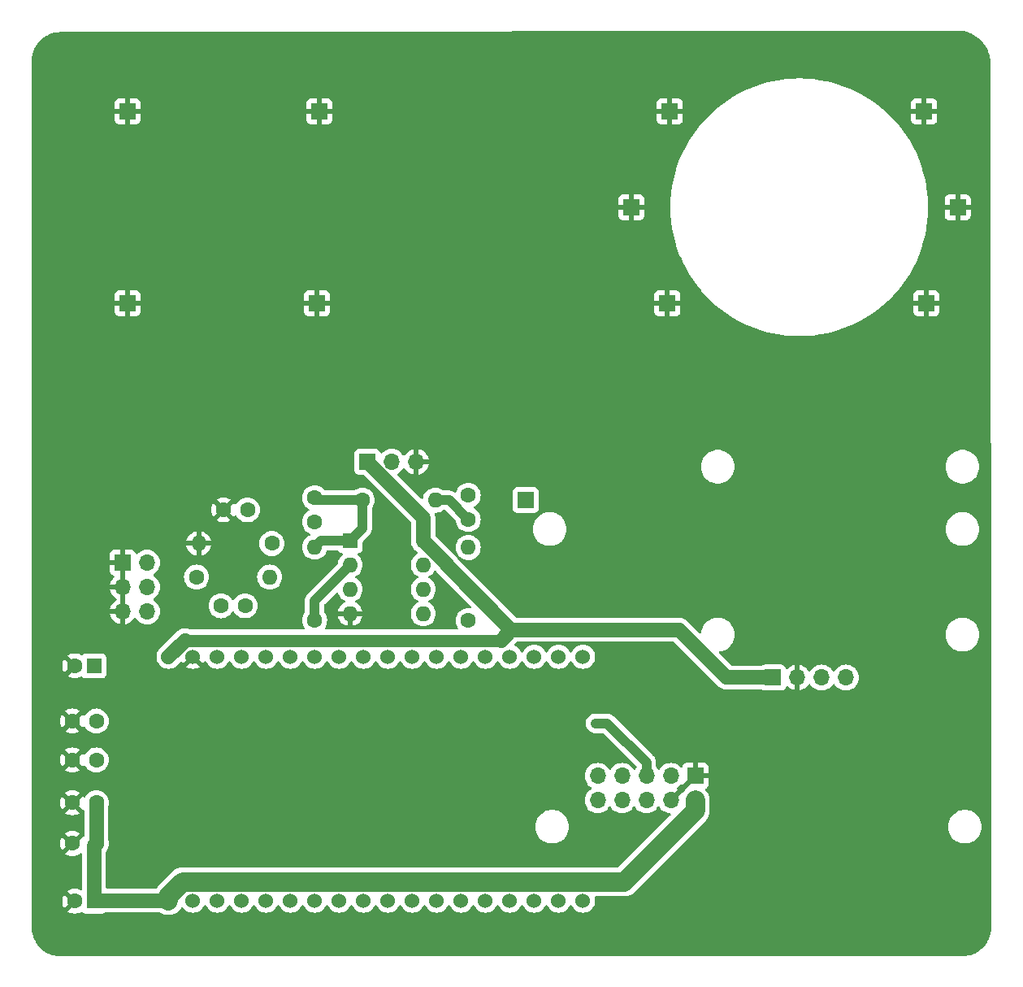
<source format=gbr>
%TF.GenerationSoftware,KiCad,Pcbnew,8.0.6*%
%TF.CreationDate,2024-12-05T23:25:44+00:00*%
%TF.ProjectId,DiamondGeezer,4469616d-6f6e-4644-9765-657a65722e6b,rev?*%
%TF.SameCoordinates,Original*%
%TF.FileFunction,Copper,L2,Bot*%
%TF.FilePolarity,Positive*%
%FSLAX46Y46*%
G04 Gerber Fmt 4.6, Leading zero omitted, Abs format (unit mm)*
G04 Created by KiCad (PCBNEW 8.0.6) date 2024-12-05 23:25:44*
%MOMM*%
%LPD*%
G01*
G04 APERTURE LIST*
%TA.AperFunction,ComponentPad*%
%ADD10R,1.700000X1.700000*%
%TD*%
%TA.AperFunction,ComponentPad*%
%ADD11O,1.700000X1.700000*%
%TD*%
%TA.AperFunction,ComponentPad*%
%ADD12C,1.600000*%
%TD*%
%TA.AperFunction,ComponentPad*%
%ADD13O,1.600000X1.600000*%
%TD*%
%TA.AperFunction,ComponentPad*%
%ADD14C,1.524000*%
%TD*%
%TA.AperFunction,ComponentPad*%
%ADD15R,1.600000X1.600000*%
%TD*%
%TA.AperFunction,ViaPad*%
%ADD16C,0.600000*%
%TD*%
%TA.AperFunction,Conductor*%
%ADD17C,1.500000*%
%TD*%
%TA.AperFunction,Conductor*%
%ADD18C,1.000000*%
%TD*%
%TA.AperFunction,Conductor*%
%ADD19C,0.500000*%
%TD*%
%TA.AperFunction,Conductor*%
%ADD20C,1.250000*%
%TD*%
%TA.AperFunction,Conductor*%
%ADD21C,2.000000*%
%TD*%
G04 APERTURE END LIST*
D10*
%TO.P,J2,1,Pin_1*%
%TO.N,/5V*%
X166750000Y-112725000D03*
D11*
%TO.P,J2,2,Pin_2*%
%TO.N,GND*%
X169290000Y-112725000D03*
%TO.P,J2,3,Pin_3*%
%TO.N,/I2C_SCK*%
X171830000Y-112725000D03*
%TO.P,J2,4,Pin_4*%
%TO.N,/I2C_SDA*%
X174370000Y-112725000D03*
%TD*%
D10*
%TO.P,J9,1,Pin_1*%
%TO.N,GND*%
X99500000Y-53750000D03*
%TD*%
%TO.P,J10,1,Pin_1*%
%TO.N,GND*%
X99500000Y-73750000D03*
%TD*%
D12*
%TO.P,C5,1*%
%TO.N,/5V*%
X96250000Y-121300000D03*
%TO.P,C5,2*%
%TO.N,GND*%
X93750000Y-121300000D03*
%TD*%
D10*
%TO.P,J7,1,Pin_1*%
%TO.N,GND*%
X156000000Y-53750000D03*
%TD*%
D12*
%TO.P,R2,1*%
%TO.N,/FAKE_GND*%
X114540000Y-98750000D03*
D13*
%TO.P,R2,2*%
%TO.N,GND*%
X106920000Y-98750000D03*
%TD*%
D10*
%TO.P,OScope1,1,Pin_1*%
%TO.N,/ADC_SIGNAL*%
X141000000Y-94250000D03*
%TD*%
D12*
%TO.P,R3,1*%
%TO.N,Net-(C2-Pad2)*%
X123960000Y-94250000D03*
D13*
%TO.P,R3,2*%
%TO.N,Net-(U2B--)*%
X131580000Y-94250000D03*
%TD*%
D10*
%TO.P,J6,1,Pin_1*%
%TO.N,GND*%
X182750000Y-73750000D03*
%TD*%
D12*
%TO.P,C7,1*%
%TO.N,/3V3*%
X96250000Y-130000000D03*
%TO.P,C7,2*%
%TO.N,GND*%
X93750000Y-130000000D03*
%TD*%
D10*
%TO.P,J13,1,Pin_1*%
%TO.N,GND*%
X186000000Y-63750000D03*
%TD*%
%TO.P,J12,1,Pin_1*%
%TO.N,GND*%
X182500000Y-53750000D03*
%TD*%
D12*
%TO.P,C1,1*%
%TO.N,Net-(U2B--)*%
X135000000Y-96250000D03*
%TO.P,C1,2*%
%TO.N,/ADC_SIGNAL*%
X135000000Y-93750000D03*
%TD*%
%TO.P,R5,1*%
%TO.N,Net-(U2B--)*%
X135000000Y-106790000D03*
D13*
%TO.P,R5,2*%
%TO.N,/ADC_SIGNAL*%
X135000000Y-99170000D03*
%TD*%
D10*
%TO.P,5V_SUPP1,1,Pin_1*%
%TO.N,GND*%
X99000000Y-100750000D03*
D11*
%TO.P,5V_SUPP1,2,Pin_2*%
%TO.N,/5V*%
X101540000Y-100750000D03*
%TO.P,5V_SUPP1,3,Pin_3*%
%TO.N,GND*%
X99000000Y-103290000D03*
%TO.P,5V_SUPP1,4,Pin_4*%
%TO.N,/5V*%
X101540000Y-103290000D03*
%TO.P,5V_SUPP1,5,Pin_5*%
%TO.N,GND*%
X99000000Y-105830000D03*
%TO.P,5V_SUPP1,6,Pin_6*%
%TO.N,/5V*%
X101540000Y-105830000D03*
%TD*%
D12*
%TO.P,C3,1*%
%TO.N,/FAKE_GND*%
X112000000Y-95250000D03*
%TO.P,C3,2*%
%TO.N,GND*%
X109500000Y-95250000D03*
%TD*%
D10*
%TO.P,J11,1,Pin_1*%
%TO.N,GND*%
X152000000Y-63750000D03*
%TD*%
D12*
%TO.P,C4,1*%
%TO.N,/5V*%
X109250000Y-105250000D03*
%TO.P,C4,2*%
%TO.N,/FAKE_GND*%
X111750000Y-105250000D03*
%TD*%
%TO.P,C6,1*%
%TO.N,/5V*%
X96250000Y-117250000D03*
%TO.P,C6,2*%
%TO.N,GND*%
X93750000Y-117250000D03*
%TD*%
D14*
%TO.P,U1,1,EN*%
%TO.N,unconnected-(U1-EN-Pad1)*%
X146960000Y-110550000D03*
%TO.P,U1,2,GPIO36_ADC-CH0_SENS-VP_RTC-GPIO0*%
%TO.N,unconnected-(U1-GPIO36_ADC-CH0_SENS-VP_RTC-GPIO0-Pad2)*%
X144420000Y-110550000D03*
%TO.P,U1,3,GPIO39_ADC1-CH3_SENS-VN_RTC-GPIO3*%
%TO.N,unconnected-(U1-GPIO39_ADC1-CH3_SENS-VN_RTC-GPIO3-Pad3)*%
X141880000Y-110550000D03*
%TO.P,U1,4,GPIO34_ADC1-CH6_RTC-GPIO4*%
%TO.N,/ADC_SIGNAL*%
X139340000Y-110550000D03*
%TO.P,U1,5,GPIO35_ADC1-CH7_RTC-GPIO5*%
%TO.N,unconnected-(U1-GPIO35_ADC1-CH7_RTC-GPIO5-Pad5)*%
X136800000Y-110550000D03*
%TO.P,U1,6,GPIO32_ADC1-CH4_RTC-GPIO9*%
%TO.N,unconnected-(U1-GPIO32_ADC1-CH4_RTC-GPIO9-Pad6)*%
X134260000Y-110550000D03*
%TO.P,U1,7,GPIO33_ADC1-CH5_RTC-GPIO8*%
%TO.N,unconnected-(U1-GPIO33_ADC1-CH5_RTC-GPIO8-Pad7)*%
X131720000Y-110550000D03*
%TO.P,U1,8,GPIO25_ADC2-CH8_DAC1_RTC-GPIO6*%
%TO.N,unconnected-(U1-GPIO25_ADC2-CH8_DAC1_RTC-GPIO6-Pad8)*%
X129180000Y-110550000D03*
%TO.P,U1,9,GPIO26_ADC2-CH9_DAC2_RTC-GPIO7*%
%TO.N,/SIGGEN_LE*%
X126640000Y-110550000D03*
%TO.P,U1,10,GPIO27_ADC2-CH7_RTC-GPIO17*%
%TO.N,unconnected-(U1-GPIO27_ADC2-CH7_RTC-GPIO17-Pad10)*%
X124100000Y-110550000D03*
%TO.P,U1,11,GPIO14_ADC2-CH6_HSPI-CLK_RTC-GPIO16*%
%TO.N,unconnected-(U1-GPIO14_ADC2-CH6_HSPI-CLK_RTC-GPIO16-Pad11)*%
X121560000Y-110550000D03*
%TO.P,U1,12,GPIO12_ADC2-CH5_HSPI-MISO_RTC-GPIO15*%
%TO.N,unconnected-(U1-GPIO12_ADC2-CH5_HSPI-MISO_RTC-GPIO15-Pad12)*%
X119020000Y-110550000D03*
%TO.P,U1,13,GPIO13_ADC2-CH4_HSPI-MOSI_RTC-GPIO14*%
%TO.N,unconnected-(U1-GPIO13_ADC2-CH4_HSPI-MOSI_RTC-GPIO14-Pad13)*%
X116480000Y-110550000D03*
%TO.P,U1,14,GPIO9_SHD/SD2*%
%TO.N,unconnected-(U1-GPIO9_SHD{slash}SD2-Pad14)*%
X113940000Y-110550000D03*
%TO.P,U1,15,GPIO10_SWP/SD3*%
%TO.N,unconnected-(U1-GPIO10_SWP{slash}SD3-Pad15)*%
X111400000Y-110550000D03*
%TO.P,U1,16,GPIO11_CSC/CMD*%
%TO.N,unconnected-(U1-GPIO11_CSC{slash}CMD-Pad16)*%
X108860000Y-110550000D03*
%TO.P,U1,17,GND*%
%TO.N,GND*%
X106320000Y-110550000D03*
%TO.P,U1,18,VIN*%
%TO.N,/5V*%
X103780000Y-110550000D03*
%TO.P,U1,19,3V3*%
%TO.N,/3V3*%
X103780000Y-135950000D03*
%TO.P,U1,20,GPIO6_SCK/CLK*%
%TO.N,unconnected-(U1-GPIO6_SCK{slash}CLK-Pad20)*%
X106320000Y-135950000D03*
%TO.P,U1,21,GPIO7_SDO/SD0*%
%TO.N,unconnected-(U1-GPIO7_SDO{slash}SD0-Pad21)*%
X108860000Y-135950000D03*
%TO.P,U1,22,GPIO8_SDI/SD1*%
%TO.N,unconnected-(U1-GPIO8_SDI{slash}SD1-Pad22)*%
X111400000Y-135950000D03*
%TO.P,U1,23,GPIO0_ADC2-CH1_RTC-GPIO11*%
%TO.N,unconnected-(U1-GPIO0_ADC2-CH1_RTC-GPIO11-Pad23)*%
X113940000Y-135950000D03*
%TO.P,U1,24,GPIO15_ADC2-CH3_HSPI-CS0_RTC-GPIO13*%
%TO.N,unconnected-(U1-GPIO15_ADC2-CH3_HSPI-CS0_RTC-GPIO13-Pad24)*%
X116480000Y-135950000D03*
%TO.P,U1,25,GPIO2_ADC2-CH2_RTC-GPIO12*%
%TO.N,unconnected-(U1-GPIO2_ADC2-CH2_RTC-GPIO12-Pad25)*%
X119020000Y-135950000D03*
%TO.P,U1,26,GPIO4_ADC2-CH0_RTC-GPIO10*%
%TO.N,unconnected-(U1-GPIO4_ADC2-CH0_RTC-GPIO10-Pad26)*%
X121560000Y-135950000D03*
%TO.P,U1,27,GPIO16_UART2-RX*%
%TO.N,unconnected-(U1-GPIO16_UART2-RX-Pad27)*%
X124100000Y-135950000D03*
%TO.P,U1,28,GPIO17_UART2-TX*%
%TO.N,unconnected-(U1-GPIO17_UART2-TX-Pad28)*%
X126640000Y-135950000D03*
%TO.P,U1,29,GPIO5_VSPI-CS0*%
%TO.N,/SIGGEN_CS*%
X129180000Y-135950000D03*
%TO.P,U1,30,GPIO18_VSPI-CLK*%
%TO.N,/SIGGEN_SCK*%
X131720000Y-135950000D03*
%TO.P,U1,31,GPIO19_VSPI-MISO*%
%TO.N,unconnected-(U1-GPIO19_VSPI-MISO-Pad31)*%
X134260000Y-135950000D03*
%TO.P,U1,32,GPIO21_I2C-SDA*%
%TO.N,/I2C_SDA*%
X136800000Y-135950000D03*
%TO.P,U1,33,GPIO3__UART0-RX*%
%TO.N,unconnected-(U1-GPIO3__UART0-RX-Pad33)*%
X139340000Y-135950000D03*
%TO.P,U1,34,GPIO1_UART0-TX*%
%TO.N,unconnected-(U1-GPIO1_UART0-TX-Pad34)*%
X141880000Y-135950000D03*
%TO.P,U1,35,GPIO22_I2C-SCL*%
%TO.N,/I2C_SCK*%
X144420000Y-135950000D03*
%TO.P,U1,36,GPIO23_VSPI-MOSI*%
%TO.N,/SIGGEN_DAT*%
X146960000Y-135950000D03*
%TD*%
D15*
%TO.P,U2,1*%
%TO.N,Net-(C2-Pad2)*%
X122700000Y-98450000D03*
D13*
%TO.P,U2,2,-*%
%TO.N,/PHOTO_DETECT*%
X122700000Y-100990000D03*
%TO.P,U2,3,+*%
%TO.N,/FAKE_GND*%
X122700000Y-103530000D03*
%TO.P,U2,4,V-*%
%TO.N,GND*%
X122700000Y-106070000D03*
%TO.P,U2,5,+*%
%TO.N,/FAKE_GND*%
X130320000Y-106070000D03*
%TO.P,U2,6,-*%
%TO.N,Net-(U2B--)*%
X130320000Y-103530000D03*
%TO.P,U2,7*%
%TO.N,/ADC_SIGNAL*%
X130320000Y-100990000D03*
%TO.P,U2,8,V+*%
%TO.N,/5V*%
X130320000Y-98450000D03*
%TD*%
D12*
%TO.P,C8,1*%
%TO.N,/3V3*%
X96250000Y-125750000D03*
%TO.P,C8,2*%
%TO.N,GND*%
X93750000Y-125750000D03*
%TD*%
D10*
%TO.P,PHOTODIODE1,1,Pin_1*%
%TO.N,/5V*%
X124500000Y-90250000D03*
D11*
%TO.P,PHOTODIODE1,2,Pin_2*%
%TO.N,/PHOTO_DETECT*%
X127040000Y-90250000D03*
%TO.P,PHOTODIODE1,3,Pin_3*%
%TO.N,GND*%
X129580000Y-90250000D03*
%TD*%
D10*
%TO.P,J1,1,Pin_1*%
%TO.N,GND*%
X119250000Y-73750000D03*
%TD*%
D12*
%TO.P,R4,1*%
%TO.N,/PHOTO_DETECT*%
X119000000Y-106750000D03*
D13*
%TO.P,R4,2*%
%TO.N,Net-(C2-Pad2)*%
X119000000Y-99130000D03*
%TD*%
D15*
%TO.P,C9,1*%
%TO.N,/5V*%
X96000000Y-111500000D03*
D12*
%TO.P,C9,2*%
%TO.N,GND*%
X94000000Y-111500000D03*
%TD*%
%TO.P,C2,1*%
%TO.N,/PHOTO_DETECT*%
X119000000Y-96500000D03*
%TO.P,C2,2*%
%TO.N,Net-(C2-Pad2)*%
X119000000Y-94000000D03*
%TD*%
D10*
%TO.P,J3,1,Pin_1*%
%TO.N,GND*%
X155750000Y-73750000D03*
%TD*%
%TO.P,J8,1,Pin_1*%
%TO.N,GND*%
X119500000Y-53750000D03*
%TD*%
D12*
%TO.P,R1,1*%
%TO.N,/5V*%
X106690000Y-102250000D03*
D13*
%TO.P,R1,2*%
%TO.N,/FAKE_GND*%
X114310000Y-102250000D03*
%TD*%
D15*
%TO.P,C10,1*%
%TO.N,/3V3*%
X96000000Y-136000000D03*
D12*
%TO.P,C10,2*%
%TO.N,GND*%
X94000000Y-136000000D03*
%TD*%
D10*
%TO.P,SIGGEN1,1,Pin_1*%
%TO.N,GND*%
X158660000Y-122960000D03*
D11*
%TO.P,SIGGEN1,2,Pin_2*%
%TO.N,/3V3*%
X158660000Y-125500000D03*
%TO.P,SIGGEN1,3,Pin_3*%
%TO.N,/SIGGEN_CS*%
X156120000Y-122960000D03*
%TO.P,SIGGEN1,4,Pin_4*%
%TO.N,GND*%
X156120000Y-125500000D03*
%TO.P,SIGGEN1,5,Pin_5*%
%TO.N,/SIGGEN_LE*%
X153580000Y-122960000D03*
%TO.P,SIGGEN1,6,Pin_6*%
%TO.N,/SIGGEN_DAT*%
X153580000Y-125500000D03*
%TO.P,SIGGEN1,7,Pin_7*%
%TO.N,/SIGGEN_SCK*%
X151040000Y-122960000D03*
%TO.P,SIGGEN1,8,Pin_8*%
%TO.N,unconnected-(SIGGEN1-Pin_8-Pad8)*%
X151040000Y-125500000D03*
%TO.P,SIGGEN1,9,Pin_9*%
%TO.N,unconnected-(SIGGEN1-Pin_9-Pad9)*%
X148500000Y-122960000D03*
%TO.P,SIGGEN1,10,Pin_10*%
%TO.N,unconnected-(SIGGEN1-Pin_10-Pad10)*%
X148500000Y-125500000D03*
%TD*%
D16*
%TO.N,/SIGGEN_LE*%
X148250000Y-117500000D03*
%TD*%
D17*
%TO.N,/5V*%
X156954697Y-107750000D02*
X161929697Y-112725000D01*
X161929697Y-112725000D02*
X166750000Y-112725000D01*
D18*
%TO.N,Net-(U2B--)*%
X133000000Y-94250000D02*
X135000000Y-96250000D01*
X131580000Y-94250000D02*
X133000000Y-94250000D01*
%TO.N,/PHOTO_DETECT*%
X119000000Y-104690000D02*
X122700000Y-100990000D01*
X119000000Y-106750000D02*
X119000000Y-104690000D01*
%TO.N,Net-(C2-Pad2)*%
X123960000Y-94250000D02*
X123960000Y-97190000D01*
X123960000Y-94250000D02*
X119250000Y-94250000D01*
X123960000Y-97190000D02*
X122700000Y-98450000D01*
X119680000Y-98450000D02*
X119000000Y-99130000D01*
X122700000Y-98450000D02*
X119680000Y-98450000D01*
X119250000Y-94250000D02*
X119000000Y-94000000D01*
D19*
%TO.N,GND*%
X158660000Y-122960000D02*
X156120000Y-125500000D01*
D17*
%TO.N,/5V*%
X138412000Y-108838000D02*
X139500000Y-107750000D01*
X103780000Y-110550000D02*
X105492000Y-108838000D01*
X130320000Y-96075585D02*
X130320000Y-98450000D01*
D20*
X105492000Y-108838000D02*
X138412000Y-108838000D01*
D17*
X130320000Y-98450000D02*
X132790000Y-100920000D01*
X124500000Y-90255585D02*
X130320000Y-96075585D01*
X132790000Y-100920000D02*
X132790000Y-101040000D01*
X124500000Y-90250000D02*
X124500000Y-90255585D01*
X132790000Y-101040000D02*
X139500000Y-107750000D01*
D18*
%TO.N,/SIGGEN_LE*%
X148250000Y-117500000D02*
X149500000Y-117500000D01*
X149500000Y-117500000D02*
X153580000Y-121580000D01*
X153580000Y-121580000D02*
X153580000Y-122960000D01*
D17*
%TO.N,/3V3*%
X96250000Y-125750000D02*
X96250000Y-130000000D01*
X96050000Y-135950000D02*
X96000000Y-136000000D01*
D21*
X103780000Y-135470000D02*
X105262000Y-133988000D01*
D17*
X96000000Y-136000000D02*
X96000000Y-130250000D01*
X103780000Y-135950000D02*
X96050000Y-135950000D01*
D21*
X105262000Y-133988000D02*
X151262000Y-133988000D01*
X103780000Y-135950000D02*
X103780000Y-135470000D01*
X151262000Y-133988000D02*
X158660000Y-126590000D01*
D17*
X96000000Y-130250000D02*
X96250000Y-130000000D01*
D21*
X158660000Y-126590000D02*
X158660000Y-125500000D01*
D17*
%TO.N,/5V*%
X139500000Y-107750000D02*
X156954697Y-107750000D01*
%TD*%
%TA.AperFunction,Conductor*%
%TO.N,GND*%
G36*
X157244728Y-123847680D02*
G01*
X157300662Y-123889551D01*
X157317577Y-123920528D01*
X157366646Y-124052088D01*
X157366649Y-124052093D01*
X157452809Y-124167187D01*
X157452812Y-124167190D01*
X157575011Y-124258669D01*
X157573234Y-124261042D01*
X157612105Y-124299916D01*
X157626955Y-124368190D01*
X157602535Y-124433653D01*
X157590953Y-124447020D01*
X157515482Y-124522491D01*
X157397729Y-124684563D01*
X157342398Y-124727228D01*
X157272785Y-124733207D01*
X157210990Y-124700601D01*
X157195836Y-124682800D01*
X157158113Y-124628926D01*
X157158108Y-124628920D01*
X156991078Y-124461890D01*
X156805405Y-124331879D01*
X156761780Y-124277302D01*
X156754588Y-124207804D01*
X156786110Y-124145449D01*
X156805406Y-124128730D01*
X156805842Y-124128425D01*
X156991401Y-123998495D01*
X157113717Y-123876178D01*
X157175036Y-123842696D01*
X157244728Y-123847680D01*
G37*
%TD.AperFunction*%
%TA.AperFunction,Conductor*%
G36*
X99250000Y-105396988D02*
G01*
X99192993Y-105364075D01*
X99065826Y-105330000D01*
X98934174Y-105330000D01*
X98807007Y-105364075D01*
X98750000Y-105396988D01*
X98750000Y-103723012D01*
X98807007Y-103755925D01*
X98934174Y-103790000D01*
X99065826Y-103790000D01*
X99192993Y-103755925D01*
X99250000Y-103723012D01*
X99250000Y-105396988D01*
G37*
%TD.AperFunction*%
%TA.AperFunction,Conductor*%
G36*
X99250000Y-102856988D02*
G01*
X99192993Y-102824075D01*
X99065826Y-102790000D01*
X98934174Y-102790000D01*
X98807007Y-102824075D01*
X98750000Y-102856988D01*
X98750000Y-101183012D01*
X98807007Y-101215925D01*
X98934174Y-101250000D01*
X99065826Y-101250000D01*
X99192993Y-101215925D01*
X99250000Y-101183012D01*
X99250000Y-102856988D01*
G37*
%TD.AperFunction*%
%TA.AperFunction,Conductor*%
G36*
X185928392Y-45342311D02*
G01*
X186269892Y-45357323D01*
X186282330Y-45358501D01*
X186617429Y-45407420D01*
X186629701Y-45409850D01*
X186958152Y-45492313D01*
X186970102Y-45495963D01*
X187288582Y-45611139D01*
X187300109Y-45615980D01*
X187408753Y-45668198D01*
X187605318Y-45762674D01*
X187616317Y-45768661D01*
X187905182Y-45945393D01*
X187915515Y-45952456D01*
X188185081Y-46157420D01*
X188194653Y-46165493D01*
X188442162Y-46396588D01*
X188450872Y-46405585D01*
X188673822Y-46660476D01*
X188681579Y-46670305D01*
X188877681Y-46946373D01*
X188884408Y-46956935D01*
X189051663Y-47251369D01*
X189057291Y-47262555D01*
X189141430Y-47453227D01*
X189191650Y-47567033D01*
X189194008Y-47572375D01*
X189198476Y-47584067D01*
X189253235Y-47752374D01*
X189303245Y-47906085D01*
X189306513Y-47918173D01*
X189378270Y-48249117D01*
X189380302Y-48261473D01*
X189418316Y-48597959D01*
X189419092Y-48610457D01*
X189422565Y-48913230D01*
X189422573Y-48914529D01*
X189422621Y-48962852D01*
X189422527Y-48967814D01*
X189420443Y-49021180D01*
X189421188Y-49029271D01*
X189420949Y-49029293D01*
X189422701Y-49044897D01*
X189499500Y-127000404D01*
X189499500Y-138746753D01*
X189499330Y-138753243D01*
X189483407Y-139057046D01*
X189482050Y-139069953D01*
X189434971Y-139367205D01*
X189432273Y-139379902D01*
X189354374Y-139670623D01*
X189350363Y-139682966D01*
X189242510Y-139963935D01*
X189237231Y-139975793D01*
X189100591Y-140243963D01*
X189094101Y-140255203D01*
X188930187Y-140507608D01*
X188922558Y-140518109D01*
X188733149Y-140752010D01*
X188724464Y-140761655D01*
X188511655Y-140974464D01*
X188502010Y-140983149D01*
X188268109Y-141172558D01*
X188257608Y-141180187D01*
X188005203Y-141344101D01*
X187993963Y-141350591D01*
X187725793Y-141487231D01*
X187713935Y-141492510D01*
X187432966Y-141600363D01*
X187420623Y-141604374D01*
X187129902Y-141682273D01*
X187117205Y-141684971D01*
X186819953Y-141732050D01*
X186807046Y-141733407D01*
X186503244Y-141749330D01*
X186496754Y-141749500D01*
X92503246Y-141749500D01*
X92496756Y-141749330D01*
X92192953Y-141733407D01*
X92180046Y-141732050D01*
X91882794Y-141684971D01*
X91870097Y-141682273D01*
X91579376Y-141604374D01*
X91567033Y-141600363D01*
X91286064Y-141492510D01*
X91274206Y-141487231D01*
X91006036Y-141350591D01*
X90994796Y-141344101D01*
X90742391Y-141180187D01*
X90731890Y-141172558D01*
X90497989Y-140983149D01*
X90488344Y-140974464D01*
X90275535Y-140761655D01*
X90266850Y-140752010D01*
X90077441Y-140518109D01*
X90069812Y-140507608D01*
X89905896Y-140255199D01*
X89899408Y-140243963D01*
X89762768Y-139975793D01*
X89757489Y-139963935D01*
X89649636Y-139682966D01*
X89645625Y-139670623D01*
X89567726Y-139379902D01*
X89565028Y-139367205D01*
X89517949Y-139069953D01*
X89516592Y-139057046D01*
X89500670Y-138753243D01*
X89500500Y-138746753D01*
X89500500Y-125749997D01*
X92445034Y-125749997D01*
X92445034Y-125750002D01*
X92464858Y-125976599D01*
X92464860Y-125976610D01*
X92523730Y-126196317D01*
X92523735Y-126196331D01*
X92619863Y-126402478D01*
X92670974Y-126475472D01*
X93350000Y-125796446D01*
X93350000Y-125802661D01*
X93377259Y-125904394D01*
X93429920Y-125995606D01*
X93504394Y-126070080D01*
X93595606Y-126122741D01*
X93697339Y-126150000D01*
X93703553Y-126150000D01*
X93024526Y-126829025D01*
X93097513Y-126880132D01*
X93097521Y-126880136D01*
X93303668Y-126976264D01*
X93303682Y-126976269D01*
X93523389Y-127035139D01*
X93523400Y-127035141D01*
X93749998Y-127054966D01*
X93750002Y-127054966D01*
X93976599Y-127035141D01*
X93976610Y-127035139D01*
X94196317Y-126976269D01*
X94196331Y-126976264D01*
X94402478Y-126880136D01*
X94475471Y-126829024D01*
X93796447Y-126150000D01*
X93802661Y-126150000D01*
X93904394Y-126122741D01*
X93995606Y-126070080D01*
X94070080Y-125995606D01*
X94122741Y-125904394D01*
X94150000Y-125802661D01*
X94150000Y-125796447D01*
X94829024Y-126475471D01*
X94864693Y-126472351D01*
X94933193Y-126486118D01*
X94983376Y-126534733D01*
X94999500Y-126595879D01*
X94999500Y-129154119D01*
X94979815Y-129221158D01*
X94927011Y-129266913D01*
X94864694Y-129277647D01*
X94829025Y-129274526D01*
X94150000Y-129953552D01*
X94150000Y-129947339D01*
X94122741Y-129845606D01*
X94070080Y-129754394D01*
X93995606Y-129679920D01*
X93904394Y-129627259D01*
X93802661Y-129600000D01*
X93796448Y-129600000D01*
X94475472Y-128920974D01*
X94402478Y-128869863D01*
X94196331Y-128773735D01*
X94196317Y-128773730D01*
X93976610Y-128714860D01*
X93976599Y-128714858D01*
X93750002Y-128695034D01*
X93749998Y-128695034D01*
X93523400Y-128714858D01*
X93523389Y-128714860D01*
X93303682Y-128773730D01*
X93303673Y-128773734D01*
X93097516Y-128869866D01*
X93097512Y-128869868D01*
X93024526Y-128920973D01*
X93024526Y-128920974D01*
X93703553Y-129600000D01*
X93697339Y-129600000D01*
X93595606Y-129627259D01*
X93504394Y-129679920D01*
X93429920Y-129754394D01*
X93377259Y-129845606D01*
X93350000Y-129947339D01*
X93350000Y-129953552D01*
X92670974Y-129274526D01*
X92670973Y-129274526D01*
X92619868Y-129347512D01*
X92619866Y-129347516D01*
X92523734Y-129553673D01*
X92523730Y-129553682D01*
X92464860Y-129773389D01*
X92464858Y-129773400D01*
X92445034Y-129999997D01*
X92445034Y-130000002D01*
X92464858Y-130226599D01*
X92464860Y-130226610D01*
X92523730Y-130446317D01*
X92523735Y-130446331D01*
X92619863Y-130652478D01*
X92670974Y-130725472D01*
X93350000Y-130046446D01*
X93350000Y-130052661D01*
X93377259Y-130154394D01*
X93429920Y-130245606D01*
X93504394Y-130320080D01*
X93595606Y-130372741D01*
X93697339Y-130400000D01*
X93703553Y-130400000D01*
X93024526Y-131079025D01*
X93097513Y-131130132D01*
X93097521Y-131130136D01*
X93303668Y-131226264D01*
X93303682Y-131226269D01*
X93523389Y-131285139D01*
X93523400Y-131285141D01*
X93749998Y-131304966D01*
X93750002Y-131304966D01*
X93976599Y-131285141D01*
X93976610Y-131285139D01*
X94196317Y-131226269D01*
X94196326Y-131226265D01*
X94402482Y-131130134D01*
X94554376Y-131023776D01*
X94620582Y-131001449D01*
X94688350Y-131018459D01*
X94736163Y-131069407D01*
X94749500Y-131125351D01*
X94749500Y-134720465D01*
X94729815Y-134787504D01*
X94677011Y-134833259D01*
X94607853Y-134843203D01*
X94573095Y-134832847D01*
X94446326Y-134773734D01*
X94446317Y-134773730D01*
X94226610Y-134714860D01*
X94226599Y-134714858D01*
X94000002Y-134695034D01*
X93999998Y-134695034D01*
X93773400Y-134714858D01*
X93773389Y-134714860D01*
X93553682Y-134773730D01*
X93553673Y-134773734D01*
X93347516Y-134869866D01*
X93347512Y-134869868D01*
X93274526Y-134920973D01*
X93274526Y-134920974D01*
X93953553Y-135600000D01*
X93947339Y-135600000D01*
X93845606Y-135627259D01*
X93754394Y-135679920D01*
X93679920Y-135754394D01*
X93627259Y-135845606D01*
X93600000Y-135947339D01*
X93600000Y-135953552D01*
X92920974Y-135274526D01*
X92920973Y-135274526D01*
X92869868Y-135347512D01*
X92869866Y-135347516D01*
X92773734Y-135553673D01*
X92773730Y-135553682D01*
X92714860Y-135773389D01*
X92714858Y-135773400D01*
X92695034Y-135999997D01*
X92695034Y-136000002D01*
X92714858Y-136226599D01*
X92714860Y-136226610D01*
X92773730Y-136446317D01*
X92773735Y-136446331D01*
X92869863Y-136652478D01*
X92920974Y-136725472D01*
X93600000Y-136046446D01*
X93600000Y-136052661D01*
X93627259Y-136154394D01*
X93679920Y-136245606D01*
X93754394Y-136320080D01*
X93845606Y-136372741D01*
X93947339Y-136400000D01*
X93953551Y-136400000D01*
X93274526Y-137079025D01*
X93347513Y-137130132D01*
X93347521Y-137130136D01*
X93553668Y-137226264D01*
X93553682Y-137226269D01*
X93773389Y-137285139D01*
X93773400Y-137285141D01*
X93999998Y-137304966D01*
X94000002Y-137304966D01*
X94226599Y-137285141D01*
X94226610Y-137285139D01*
X94446317Y-137226269D01*
X94446326Y-137226265D01*
X94652481Y-137130134D01*
X94665253Y-137121191D01*
X94731459Y-137098862D01*
X94799227Y-137115870D01*
X94835644Y-137148449D01*
X94842454Y-137157546D01*
X94888643Y-137192123D01*
X94957664Y-137243793D01*
X94957671Y-137243797D01*
X95092517Y-137294091D01*
X95092516Y-137294091D01*
X95099444Y-137294835D01*
X95152127Y-137300500D01*
X96847872Y-137300499D01*
X96907483Y-137294091D01*
X97042331Y-137243796D01*
X97067128Y-137225233D01*
X97132592Y-137200816D01*
X97141439Y-137200500D01*
X102908072Y-137200500D01*
X102975111Y-137220185D01*
X102980957Y-137224182D01*
X102992247Y-137232384D01*
X102993567Y-137233343D01*
X103112792Y-137294091D01*
X103204003Y-137340566D01*
X103204005Y-137340566D01*
X103204008Y-137340568D01*
X103324412Y-137379689D01*
X103428631Y-137413553D01*
X103661903Y-137450500D01*
X103661908Y-137450500D01*
X103898097Y-137450500D01*
X104131368Y-137413553D01*
X104355992Y-137340568D01*
X104566433Y-137233343D01*
X104757510Y-137094517D01*
X104924517Y-136927510D01*
X105063343Y-136736433D01*
X105081728Y-136700349D01*
X105129701Y-136649554D01*
X105197522Y-136632758D01*
X105263657Y-136655295D01*
X105293788Y-136685521D01*
X105349170Y-136764615D01*
X105349175Y-136764621D01*
X105505378Y-136920824D01*
X105505384Y-136920829D01*
X105686333Y-137047531D01*
X105686335Y-137047532D01*
X105686338Y-137047534D01*
X105886550Y-137140894D01*
X106099932Y-137198070D01*
X106257123Y-137211822D01*
X106319998Y-137217323D01*
X106320000Y-137217323D01*
X106320002Y-137217323D01*
X106375017Y-137212509D01*
X106540068Y-137198070D01*
X106753450Y-137140894D01*
X106953662Y-137047534D01*
X107134620Y-136920826D01*
X107290826Y-136764620D01*
X107417534Y-136583662D01*
X107477618Y-136454811D01*
X107523790Y-136402371D01*
X107590983Y-136383219D01*
X107657865Y-136403435D01*
X107702382Y-136454811D01*
X107762464Y-136583658D01*
X107762468Y-136583666D01*
X107889170Y-136764615D01*
X107889175Y-136764621D01*
X108045378Y-136920824D01*
X108045384Y-136920829D01*
X108226333Y-137047531D01*
X108226335Y-137047532D01*
X108226338Y-137047534D01*
X108426550Y-137140894D01*
X108639932Y-137198070D01*
X108797123Y-137211822D01*
X108859998Y-137217323D01*
X108860000Y-137217323D01*
X108860002Y-137217323D01*
X108915017Y-137212509D01*
X109080068Y-137198070D01*
X109293450Y-137140894D01*
X109493662Y-137047534D01*
X109674620Y-136920826D01*
X109830826Y-136764620D01*
X109957534Y-136583662D01*
X110017618Y-136454811D01*
X110063790Y-136402371D01*
X110130983Y-136383219D01*
X110197865Y-136403435D01*
X110242382Y-136454811D01*
X110302464Y-136583658D01*
X110302468Y-136583666D01*
X110429170Y-136764615D01*
X110429175Y-136764621D01*
X110585378Y-136920824D01*
X110585384Y-136920829D01*
X110766333Y-137047531D01*
X110766335Y-137047532D01*
X110766338Y-137047534D01*
X110966550Y-137140894D01*
X111179932Y-137198070D01*
X111337123Y-137211822D01*
X111399998Y-137217323D01*
X111400000Y-137217323D01*
X111400002Y-137217323D01*
X111455017Y-137212509D01*
X111620068Y-137198070D01*
X111833450Y-137140894D01*
X112033662Y-137047534D01*
X112214620Y-136920826D01*
X112370826Y-136764620D01*
X112497534Y-136583662D01*
X112557618Y-136454811D01*
X112603790Y-136402371D01*
X112670983Y-136383219D01*
X112737865Y-136403435D01*
X112782382Y-136454811D01*
X112842464Y-136583658D01*
X112842468Y-136583666D01*
X112969170Y-136764615D01*
X112969175Y-136764621D01*
X113125378Y-136920824D01*
X113125384Y-136920829D01*
X113306333Y-137047531D01*
X113306335Y-137047532D01*
X113306338Y-137047534D01*
X113506550Y-137140894D01*
X113719932Y-137198070D01*
X113877123Y-137211822D01*
X113939998Y-137217323D01*
X113940000Y-137217323D01*
X113940002Y-137217323D01*
X113995017Y-137212509D01*
X114160068Y-137198070D01*
X114373450Y-137140894D01*
X114573662Y-137047534D01*
X114754620Y-136920826D01*
X114910826Y-136764620D01*
X115037534Y-136583662D01*
X115097618Y-136454811D01*
X115143790Y-136402371D01*
X115210983Y-136383219D01*
X115277865Y-136403435D01*
X115322382Y-136454811D01*
X115382464Y-136583658D01*
X115382468Y-136583666D01*
X115509170Y-136764615D01*
X115509175Y-136764621D01*
X115665378Y-136920824D01*
X115665384Y-136920829D01*
X115846333Y-137047531D01*
X115846335Y-137047532D01*
X115846338Y-137047534D01*
X116046550Y-137140894D01*
X116259932Y-137198070D01*
X116417123Y-137211822D01*
X116479998Y-137217323D01*
X116480000Y-137217323D01*
X116480002Y-137217323D01*
X116535017Y-137212509D01*
X116700068Y-137198070D01*
X116913450Y-137140894D01*
X117113662Y-137047534D01*
X117294620Y-136920826D01*
X117450826Y-136764620D01*
X117577534Y-136583662D01*
X117637618Y-136454811D01*
X117683790Y-136402371D01*
X117750983Y-136383219D01*
X117817865Y-136403435D01*
X117862382Y-136454811D01*
X117922464Y-136583658D01*
X117922468Y-136583666D01*
X118049170Y-136764615D01*
X118049175Y-136764621D01*
X118205378Y-136920824D01*
X118205384Y-136920829D01*
X118386333Y-137047531D01*
X118386335Y-137047532D01*
X118386338Y-137047534D01*
X118586550Y-137140894D01*
X118799932Y-137198070D01*
X118957123Y-137211822D01*
X119019998Y-137217323D01*
X119020000Y-137217323D01*
X119020002Y-137217323D01*
X119075017Y-137212509D01*
X119240068Y-137198070D01*
X119453450Y-137140894D01*
X119653662Y-137047534D01*
X119834620Y-136920826D01*
X119990826Y-136764620D01*
X120117534Y-136583662D01*
X120177618Y-136454811D01*
X120223790Y-136402371D01*
X120290983Y-136383219D01*
X120357865Y-136403435D01*
X120402382Y-136454811D01*
X120462464Y-136583658D01*
X120462468Y-136583666D01*
X120589170Y-136764615D01*
X120589175Y-136764621D01*
X120745378Y-136920824D01*
X120745384Y-136920829D01*
X120926333Y-137047531D01*
X120926335Y-137047532D01*
X120926338Y-137047534D01*
X121126550Y-137140894D01*
X121339932Y-137198070D01*
X121497123Y-137211822D01*
X121559998Y-137217323D01*
X121560000Y-137217323D01*
X121560002Y-137217323D01*
X121615017Y-137212509D01*
X121780068Y-137198070D01*
X121993450Y-137140894D01*
X122193662Y-137047534D01*
X122374620Y-136920826D01*
X122530826Y-136764620D01*
X122657534Y-136583662D01*
X122717618Y-136454811D01*
X122763790Y-136402371D01*
X122830983Y-136383219D01*
X122897865Y-136403435D01*
X122942382Y-136454811D01*
X123002464Y-136583658D01*
X123002468Y-136583666D01*
X123129170Y-136764615D01*
X123129175Y-136764621D01*
X123285378Y-136920824D01*
X123285384Y-136920829D01*
X123466333Y-137047531D01*
X123466335Y-137047532D01*
X123466338Y-137047534D01*
X123666550Y-137140894D01*
X123879932Y-137198070D01*
X124037123Y-137211822D01*
X124099998Y-137217323D01*
X124100000Y-137217323D01*
X124100002Y-137217323D01*
X124155017Y-137212509D01*
X124320068Y-137198070D01*
X124533450Y-137140894D01*
X124733662Y-137047534D01*
X124914620Y-136920826D01*
X125070826Y-136764620D01*
X125197534Y-136583662D01*
X125257618Y-136454811D01*
X125303790Y-136402371D01*
X125370983Y-136383219D01*
X125437865Y-136403435D01*
X125482382Y-136454811D01*
X125542464Y-136583658D01*
X125542468Y-136583666D01*
X125669170Y-136764615D01*
X125669175Y-136764621D01*
X125825378Y-136920824D01*
X125825384Y-136920829D01*
X126006333Y-137047531D01*
X126006335Y-137047532D01*
X126006338Y-137047534D01*
X126206550Y-137140894D01*
X126419932Y-137198070D01*
X126577123Y-137211822D01*
X126639998Y-137217323D01*
X126640000Y-137217323D01*
X126640002Y-137217323D01*
X126695017Y-137212509D01*
X126860068Y-137198070D01*
X127073450Y-137140894D01*
X127273662Y-137047534D01*
X127454620Y-136920826D01*
X127610826Y-136764620D01*
X127737534Y-136583662D01*
X127797618Y-136454811D01*
X127843790Y-136402371D01*
X127910983Y-136383219D01*
X127977865Y-136403435D01*
X128022382Y-136454811D01*
X128082464Y-136583658D01*
X128082468Y-136583666D01*
X128209170Y-136764615D01*
X128209175Y-136764621D01*
X128365378Y-136920824D01*
X128365384Y-136920829D01*
X128546333Y-137047531D01*
X128546335Y-137047532D01*
X128546338Y-137047534D01*
X128746550Y-137140894D01*
X128959932Y-137198070D01*
X129117123Y-137211822D01*
X129179998Y-137217323D01*
X129180000Y-137217323D01*
X129180002Y-137217323D01*
X129235017Y-137212509D01*
X129400068Y-137198070D01*
X129613450Y-137140894D01*
X129813662Y-137047534D01*
X129994620Y-136920826D01*
X130150826Y-136764620D01*
X130277534Y-136583662D01*
X130337618Y-136454811D01*
X130383790Y-136402371D01*
X130450983Y-136383219D01*
X130517865Y-136403435D01*
X130562382Y-136454811D01*
X130622464Y-136583658D01*
X130622468Y-136583666D01*
X130749170Y-136764615D01*
X130749175Y-136764621D01*
X130905378Y-136920824D01*
X130905384Y-136920829D01*
X131086333Y-137047531D01*
X131086335Y-137047532D01*
X131086338Y-137047534D01*
X131286550Y-137140894D01*
X131499932Y-137198070D01*
X131657123Y-137211822D01*
X131719998Y-137217323D01*
X131720000Y-137217323D01*
X131720002Y-137217323D01*
X131775017Y-137212509D01*
X131940068Y-137198070D01*
X132153450Y-137140894D01*
X132353662Y-137047534D01*
X132534620Y-136920826D01*
X132690826Y-136764620D01*
X132817534Y-136583662D01*
X132877618Y-136454811D01*
X132923790Y-136402371D01*
X132990983Y-136383219D01*
X133057865Y-136403435D01*
X133102382Y-136454811D01*
X133162464Y-136583658D01*
X133162468Y-136583666D01*
X133289170Y-136764615D01*
X133289175Y-136764621D01*
X133445378Y-136920824D01*
X133445384Y-136920829D01*
X133626333Y-137047531D01*
X133626335Y-137047532D01*
X133626338Y-137047534D01*
X133826550Y-137140894D01*
X134039932Y-137198070D01*
X134197123Y-137211822D01*
X134259998Y-137217323D01*
X134260000Y-137217323D01*
X134260002Y-137217323D01*
X134315017Y-137212509D01*
X134480068Y-137198070D01*
X134693450Y-137140894D01*
X134893662Y-137047534D01*
X135074620Y-136920826D01*
X135230826Y-136764620D01*
X135357534Y-136583662D01*
X135417618Y-136454811D01*
X135463790Y-136402371D01*
X135530983Y-136383219D01*
X135597865Y-136403435D01*
X135642382Y-136454811D01*
X135702464Y-136583658D01*
X135702468Y-136583666D01*
X135829170Y-136764615D01*
X135829175Y-136764621D01*
X135985378Y-136920824D01*
X135985384Y-136920829D01*
X136166333Y-137047531D01*
X136166335Y-137047532D01*
X136166338Y-137047534D01*
X136366550Y-137140894D01*
X136579932Y-137198070D01*
X136737123Y-137211822D01*
X136799998Y-137217323D01*
X136800000Y-137217323D01*
X136800002Y-137217323D01*
X136855017Y-137212509D01*
X137020068Y-137198070D01*
X137233450Y-137140894D01*
X137433662Y-137047534D01*
X137614620Y-136920826D01*
X137770826Y-136764620D01*
X137897534Y-136583662D01*
X137957618Y-136454811D01*
X138003790Y-136402371D01*
X138070983Y-136383219D01*
X138137865Y-136403435D01*
X138182382Y-136454811D01*
X138242464Y-136583658D01*
X138242468Y-136583666D01*
X138369170Y-136764615D01*
X138369175Y-136764621D01*
X138525378Y-136920824D01*
X138525384Y-136920829D01*
X138706333Y-137047531D01*
X138706335Y-137047532D01*
X138706338Y-137047534D01*
X138906550Y-137140894D01*
X139119932Y-137198070D01*
X139277123Y-137211822D01*
X139339998Y-137217323D01*
X139340000Y-137217323D01*
X139340002Y-137217323D01*
X139395017Y-137212509D01*
X139560068Y-137198070D01*
X139773450Y-137140894D01*
X139973662Y-137047534D01*
X140154620Y-136920826D01*
X140310826Y-136764620D01*
X140437534Y-136583662D01*
X140497618Y-136454811D01*
X140543790Y-136402371D01*
X140610983Y-136383219D01*
X140677865Y-136403435D01*
X140722382Y-136454811D01*
X140782464Y-136583658D01*
X140782468Y-136583666D01*
X140909170Y-136764615D01*
X140909175Y-136764621D01*
X141065378Y-136920824D01*
X141065384Y-136920829D01*
X141246333Y-137047531D01*
X141246335Y-137047532D01*
X141246338Y-137047534D01*
X141446550Y-137140894D01*
X141659932Y-137198070D01*
X141817123Y-137211822D01*
X141879998Y-137217323D01*
X141880000Y-137217323D01*
X141880002Y-137217323D01*
X141935017Y-137212509D01*
X142100068Y-137198070D01*
X142313450Y-137140894D01*
X142513662Y-137047534D01*
X142694620Y-136920826D01*
X142850826Y-136764620D01*
X142977534Y-136583662D01*
X143037618Y-136454811D01*
X143083790Y-136402371D01*
X143150983Y-136383219D01*
X143217865Y-136403435D01*
X143262382Y-136454811D01*
X143322464Y-136583658D01*
X143322468Y-136583666D01*
X143449170Y-136764615D01*
X143449175Y-136764621D01*
X143605378Y-136920824D01*
X143605384Y-136920829D01*
X143786333Y-137047531D01*
X143786335Y-137047532D01*
X143786338Y-137047534D01*
X143986550Y-137140894D01*
X144199932Y-137198070D01*
X144357123Y-137211822D01*
X144419998Y-137217323D01*
X144420000Y-137217323D01*
X144420002Y-137217323D01*
X144475017Y-137212509D01*
X144640068Y-137198070D01*
X144853450Y-137140894D01*
X145053662Y-137047534D01*
X145234620Y-136920826D01*
X145390826Y-136764620D01*
X145517534Y-136583662D01*
X145577618Y-136454811D01*
X145623790Y-136402371D01*
X145690983Y-136383219D01*
X145757865Y-136403435D01*
X145802382Y-136454811D01*
X145862464Y-136583658D01*
X145862468Y-136583666D01*
X145989170Y-136764615D01*
X145989175Y-136764621D01*
X146145378Y-136920824D01*
X146145384Y-136920829D01*
X146326333Y-137047531D01*
X146326335Y-137047532D01*
X146326338Y-137047534D01*
X146526550Y-137140894D01*
X146739932Y-137198070D01*
X146897123Y-137211822D01*
X146959998Y-137217323D01*
X146960000Y-137217323D01*
X146960002Y-137217323D01*
X147015017Y-137212509D01*
X147180068Y-137198070D01*
X147393450Y-137140894D01*
X147593662Y-137047534D01*
X147774620Y-136920826D01*
X147930826Y-136764620D01*
X148057534Y-136583662D01*
X148150894Y-136383450D01*
X148208070Y-136170068D01*
X148222509Y-136005017D01*
X148227323Y-135950002D01*
X148227323Y-135949997D01*
X148208070Y-135729937D01*
X148208070Y-135729932D01*
X148185203Y-135644592D01*
X148186866Y-135574744D01*
X148226028Y-135516881D01*
X148290256Y-135489377D01*
X148304978Y-135488500D01*
X151380097Y-135488500D01*
X151613368Y-135451553D01*
X151837992Y-135378568D01*
X152048434Y-135271343D01*
X152239510Y-135132517D01*
X159122032Y-128249995D01*
X184994592Y-128249995D01*
X184994592Y-128250004D01*
X185014196Y-128511620D01*
X185014197Y-128511625D01*
X185072576Y-128767402D01*
X185072578Y-128767411D01*
X185072580Y-128767416D01*
X185168432Y-129011643D01*
X185299614Y-129238857D01*
X185386264Y-129347512D01*
X185463198Y-129443985D01*
X185625519Y-129594595D01*
X185655521Y-129622433D01*
X185872296Y-129770228D01*
X185872301Y-129770230D01*
X185872302Y-129770231D01*
X185872303Y-129770232D01*
X185997843Y-129830688D01*
X186108673Y-129884061D01*
X186108674Y-129884061D01*
X186108677Y-129884063D01*
X186359385Y-129961396D01*
X186618818Y-130000500D01*
X186881182Y-130000500D01*
X187140615Y-129961396D01*
X187391323Y-129884063D01*
X187578111Y-129794110D01*
X187627696Y-129770232D01*
X187627696Y-129770231D01*
X187627704Y-129770228D01*
X187844479Y-129622433D01*
X188036805Y-129443981D01*
X188200386Y-129238857D01*
X188331568Y-129011643D01*
X188427420Y-128767416D01*
X188485802Y-128511630D01*
X188505408Y-128250000D01*
X188485802Y-127988370D01*
X188427420Y-127732584D01*
X188331568Y-127488357D01*
X188200386Y-127261143D01*
X188036805Y-127056019D01*
X188036804Y-127056018D01*
X188036801Y-127056014D01*
X187844479Y-126877567D01*
X187782134Y-126835061D01*
X187627704Y-126729772D01*
X187627700Y-126729770D01*
X187627697Y-126729768D01*
X187627696Y-126729767D01*
X187391325Y-126615938D01*
X187391327Y-126615938D01*
X187140623Y-126538606D01*
X187140619Y-126538605D01*
X187140615Y-126538604D01*
X187015823Y-126519794D01*
X186881187Y-126499500D01*
X186881182Y-126499500D01*
X186618818Y-126499500D01*
X186618812Y-126499500D01*
X186457247Y-126523853D01*
X186359385Y-126538604D01*
X186359382Y-126538605D01*
X186359376Y-126538606D01*
X186108673Y-126615938D01*
X185872303Y-126729767D01*
X185872302Y-126729768D01*
X185655520Y-126877567D01*
X185463198Y-127056014D01*
X185299614Y-127261143D01*
X185168432Y-127488356D01*
X185072582Y-127732578D01*
X185072576Y-127732597D01*
X185014197Y-127988374D01*
X185014196Y-127988379D01*
X184994592Y-128249995D01*
X159122032Y-128249995D01*
X159804517Y-127567510D01*
X159943343Y-127376434D01*
X160050568Y-127165992D01*
X160123553Y-126941368D01*
X160140390Y-126835063D01*
X160160500Y-126708097D01*
X160160500Y-125381902D01*
X160123553Y-125148631D01*
X160050566Y-124924003D01*
X159961883Y-124749954D01*
X159943343Y-124713567D01*
X159804517Y-124522490D01*
X159729047Y-124447020D01*
X159695562Y-124385697D01*
X159700546Y-124316005D01*
X159742418Y-124260072D01*
X159747339Y-124256909D01*
X159867187Y-124167190D01*
X159867190Y-124167187D01*
X159953350Y-124052093D01*
X159953354Y-124052086D01*
X160003596Y-123917379D01*
X160003598Y-123917372D01*
X160009999Y-123857844D01*
X160010000Y-123857827D01*
X160010000Y-123210000D01*
X159093012Y-123210000D01*
X159125925Y-123152993D01*
X159160000Y-123025826D01*
X159160000Y-122894174D01*
X159125925Y-122767007D01*
X159093012Y-122710000D01*
X160010000Y-122710000D01*
X160010000Y-122062172D01*
X160009999Y-122062155D01*
X160003598Y-122002627D01*
X160003596Y-122002620D01*
X159953354Y-121867913D01*
X159953350Y-121867906D01*
X159867190Y-121752812D01*
X159867187Y-121752809D01*
X159752093Y-121666649D01*
X159752086Y-121666645D01*
X159617379Y-121616403D01*
X159617372Y-121616401D01*
X159557844Y-121610000D01*
X158910000Y-121610000D01*
X158910000Y-122526988D01*
X158852993Y-122494075D01*
X158725826Y-122460000D01*
X158594174Y-122460000D01*
X158467007Y-122494075D01*
X158410000Y-122526988D01*
X158410000Y-121610000D01*
X157762155Y-121610000D01*
X157702627Y-121616401D01*
X157702620Y-121616403D01*
X157567913Y-121666645D01*
X157567906Y-121666649D01*
X157452812Y-121752809D01*
X157452809Y-121752812D01*
X157366649Y-121867906D01*
X157366645Y-121867913D01*
X157317578Y-121999470D01*
X157275707Y-122055404D01*
X157210242Y-122079821D01*
X157141969Y-122064969D01*
X157113715Y-122043819D01*
X157064316Y-121994420D01*
X156991401Y-121921505D01*
X156991397Y-121921502D01*
X156991396Y-121921501D01*
X156797834Y-121785967D01*
X156797830Y-121785965D01*
X156726727Y-121752809D01*
X156583663Y-121686097D01*
X156583659Y-121686096D01*
X156583655Y-121686094D01*
X156355413Y-121624938D01*
X156355403Y-121624936D01*
X156120001Y-121604341D01*
X156119999Y-121604341D01*
X155884596Y-121624936D01*
X155884586Y-121624938D01*
X155656344Y-121686094D01*
X155656335Y-121686098D01*
X155442171Y-121785964D01*
X155442169Y-121785965D01*
X155248597Y-121921505D01*
X155081505Y-122088597D01*
X154951575Y-122274158D01*
X154896998Y-122317783D01*
X154827500Y-122324977D01*
X154765145Y-122293454D01*
X154748425Y-122274158D01*
X154618494Y-122088597D01*
X154616819Y-122086922D01*
X154616315Y-122086000D01*
X154615014Y-122084449D01*
X154615325Y-122084187D01*
X154583334Y-122025599D01*
X154580500Y-121999241D01*
X154580500Y-121481456D01*
X154542052Y-121288170D01*
X154542051Y-121288169D01*
X154542051Y-121288165D01*
X154542049Y-121288160D01*
X154466635Y-121106092D01*
X154466628Y-121106079D01*
X154357140Y-120942219D01*
X154314921Y-120900000D01*
X154217782Y-120802861D01*
X154217781Y-120802860D01*
X150284208Y-116869288D01*
X150284206Y-116869285D01*
X150284206Y-116869286D01*
X150277139Y-116862219D01*
X150277139Y-116862218D01*
X150137782Y-116722861D01*
X150137781Y-116722860D01*
X150137780Y-116722859D01*
X149973920Y-116613371D01*
X149973907Y-116613364D01*
X149822224Y-116550536D01*
X149791837Y-116537949D01*
X149791829Y-116537947D01*
X149695188Y-116518724D01*
X149598544Y-116499500D01*
X149598541Y-116499500D01*
X148151459Y-116499500D01*
X148151457Y-116499500D01*
X147958170Y-116537947D01*
X147958160Y-116537950D01*
X147776092Y-116613364D01*
X147776079Y-116613371D01*
X147612218Y-116722860D01*
X147612214Y-116722863D01*
X147472863Y-116862214D01*
X147472860Y-116862218D01*
X147363371Y-117026079D01*
X147363364Y-117026092D01*
X147287950Y-117208160D01*
X147287947Y-117208170D01*
X147249500Y-117401456D01*
X147249500Y-117401459D01*
X147249500Y-117598541D01*
X147249500Y-117598543D01*
X147249499Y-117598543D01*
X147287947Y-117791829D01*
X147287950Y-117791839D01*
X147363364Y-117973907D01*
X147363371Y-117973920D01*
X147472860Y-118137781D01*
X147472863Y-118137785D01*
X147612214Y-118277136D01*
X147612218Y-118277139D01*
X147776079Y-118386628D01*
X147776092Y-118386635D01*
X147958160Y-118462049D01*
X147958165Y-118462051D01*
X147958169Y-118462051D01*
X147958170Y-118462052D01*
X148151456Y-118500500D01*
X148151459Y-118500500D01*
X149034218Y-118500500D01*
X149101257Y-118520185D01*
X149121899Y-118536819D01*
X152522365Y-121937285D01*
X152555850Y-121998608D01*
X152550866Y-122068300D01*
X152536259Y-122096089D01*
X152411575Y-122274158D01*
X152356998Y-122317783D01*
X152287500Y-122324977D01*
X152225145Y-122293454D01*
X152208425Y-122274158D01*
X152078494Y-122088597D01*
X151911402Y-121921506D01*
X151911395Y-121921501D01*
X151717834Y-121785967D01*
X151717830Y-121785965D01*
X151646727Y-121752809D01*
X151503663Y-121686097D01*
X151503659Y-121686096D01*
X151503655Y-121686094D01*
X151275413Y-121624938D01*
X151275403Y-121624936D01*
X151040001Y-121604341D01*
X151039999Y-121604341D01*
X150804596Y-121624936D01*
X150804586Y-121624938D01*
X150576344Y-121686094D01*
X150576335Y-121686098D01*
X150362171Y-121785964D01*
X150362169Y-121785965D01*
X150168597Y-121921505D01*
X150001505Y-122088597D01*
X149871575Y-122274158D01*
X149816998Y-122317783D01*
X149747500Y-122324977D01*
X149685145Y-122293454D01*
X149668425Y-122274158D01*
X149538494Y-122088597D01*
X149371402Y-121921506D01*
X149371395Y-121921501D01*
X149177834Y-121785967D01*
X149177830Y-121785965D01*
X149106727Y-121752809D01*
X148963663Y-121686097D01*
X148963659Y-121686096D01*
X148963655Y-121686094D01*
X148735413Y-121624938D01*
X148735403Y-121624936D01*
X148500001Y-121604341D01*
X148499999Y-121604341D01*
X148264596Y-121624936D01*
X148264586Y-121624938D01*
X148036344Y-121686094D01*
X148036335Y-121686098D01*
X147822171Y-121785964D01*
X147822169Y-121785965D01*
X147628597Y-121921505D01*
X147461505Y-122088597D01*
X147325965Y-122282169D01*
X147325964Y-122282171D01*
X147226098Y-122496335D01*
X147226094Y-122496344D01*
X147164938Y-122724586D01*
X147164936Y-122724596D01*
X147144341Y-122959999D01*
X147144341Y-122960000D01*
X147164936Y-123195403D01*
X147164938Y-123195413D01*
X147226094Y-123423655D01*
X147226096Y-123423659D01*
X147226097Y-123423663D01*
X147306004Y-123595023D01*
X147325965Y-123637830D01*
X147325967Y-123637834D01*
X147434281Y-123792521D01*
X147461501Y-123831396D01*
X147461506Y-123831402D01*
X147628597Y-123998493D01*
X147628603Y-123998498D01*
X147814158Y-124128425D01*
X147857783Y-124183002D01*
X147864977Y-124252500D01*
X147833454Y-124314855D01*
X147814158Y-124331575D01*
X147628597Y-124461505D01*
X147461505Y-124628597D01*
X147325965Y-124822169D01*
X147325964Y-124822171D01*
X147226098Y-125036335D01*
X147226094Y-125036344D01*
X147164938Y-125264586D01*
X147164936Y-125264596D01*
X147144341Y-125499999D01*
X147144341Y-125500000D01*
X147164936Y-125735403D01*
X147164938Y-125735413D01*
X147226094Y-125963655D01*
X147226096Y-125963659D01*
X147226097Y-125963663D01*
X147306004Y-126135023D01*
X147325965Y-126177830D01*
X147325967Y-126177834D01*
X147434281Y-126332521D01*
X147461505Y-126371401D01*
X147628599Y-126538495D01*
X147628758Y-126538606D01*
X147822165Y-126674032D01*
X147822167Y-126674033D01*
X147822170Y-126674035D01*
X148036337Y-126773903D01*
X148264592Y-126835063D01*
X148452918Y-126851539D01*
X148499999Y-126855659D01*
X148500000Y-126855659D01*
X148500001Y-126855659D01*
X148539234Y-126852226D01*
X148735408Y-126835063D01*
X148963663Y-126773903D01*
X149177830Y-126674035D01*
X149371401Y-126538495D01*
X149538495Y-126371401D01*
X149668425Y-126185842D01*
X149723002Y-126142217D01*
X149792500Y-126135023D01*
X149854855Y-126166546D01*
X149871575Y-126185842D01*
X150001500Y-126371395D01*
X150001505Y-126371401D01*
X150168599Y-126538495D01*
X150168758Y-126538606D01*
X150362165Y-126674032D01*
X150362167Y-126674033D01*
X150362170Y-126674035D01*
X150576337Y-126773903D01*
X150804592Y-126835063D01*
X150992918Y-126851539D01*
X151039999Y-126855659D01*
X151040000Y-126855659D01*
X151040001Y-126855659D01*
X151079234Y-126852226D01*
X151275408Y-126835063D01*
X151503663Y-126773903D01*
X151717830Y-126674035D01*
X151911401Y-126538495D01*
X152078495Y-126371401D01*
X152208425Y-126185842D01*
X152263002Y-126142217D01*
X152332500Y-126135023D01*
X152394855Y-126166546D01*
X152411575Y-126185842D01*
X152541500Y-126371395D01*
X152541505Y-126371401D01*
X152708599Y-126538495D01*
X152708758Y-126538606D01*
X152902165Y-126674032D01*
X152902167Y-126674033D01*
X152902170Y-126674035D01*
X153116337Y-126773903D01*
X153344592Y-126835063D01*
X153532918Y-126851539D01*
X153579999Y-126855659D01*
X153580000Y-126855659D01*
X153580001Y-126855659D01*
X153619234Y-126852226D01*
X153815408Y-126835063D01*
X154043663Y-126773903D01*
X154257830Y-126674035D01*
X154451401Y-126538495D01*
X154618495Y-126371401D01*
X154748730Y-126185405D01*
X154803307Y-126141781D01*
X154872805Y-126134587D01*
X154935160Y-126166110D01*
X154951879Y-126185405D01*
X155081890Y-126371078D01*
X155248917Y-126538105D01*
X155442421Y-126673600D01*
X155656507Y-126773429D01*
X155656516Y-126773433D01*
X155884673Y-126834567D01*
X155884684Y-126834569D01*
X155995614Y-126844274D01*
X156060683Y-126869726D01*
X156101662Y-126926317D01*
X156105540Y-126996079D01*
X156072488Y-127055483D01*
X150676792Y-132451181D01*
X150615469Y-132484666D01*
X150589111Y-132487500D01*
X105143903Y-132487500D01*
X104910630Y-132524447D01*
X104758993Y-132573716D01*
X104758992Y-132573717D01*
X104686007Y-132597432D01*
X104686001Y-132597434D01*
X104475565Y-132704657D01*
X104284488Y-132843484D01*
X102635485Y-134492487D01*
X102635485Y-134492488D01*
X102635483Y-134492490D01*
X102522215Y-134648387D01*
X102466888Y-134691051D01*
X102421900Y-134699500D01*
X97374500Y-134699500D01*
X97307461Y-134679815D01*
X97261706Y-134627011D01*
X97250500Y-134575500D01*
X97250500Y-130877588D01*
X97270185Y-130810549D01*
X97272925Y-130806465D01*
X97380568Y-130652734D01*
X97476739Y-130446496D01*
X97535635Y-130226692D01*
X97555468Y-130000000D01*
X97535635Y-129773308D01*
X97504725Y-129657949D01*
X97500500Y-129625856D01*
X97500500Y-128249995D01*
X141994592Y-128249995D01*
X141994592Y-128250004D01*
X142014196Y-128511620D01*
X142014197Y-128511625D01*
X142072576Y-128767402D01*
X142072578Y-128767411D01*
X142072580Y-128767416D01*
X142168432Y-129011643D01*
X142299614Y-129238857D01*
X142386264Y-129347512D01*
X142463198Y-129443985D01*
X142625519Y-129594595D01*
X142655521Y-129622433D01*
X142872296Y-129770228D01*
X142872301Y-129770230D01*
X142872302Y-129770231D01*
X142872303Y-129770232D01*
X142997843Y-129830688D01*
X143108673Y-129884061D01*
X143108674Y-129884061D01*
X143108677Y-129884063D01*
X143359385Y-129961396D01*
X143618818Y-130000500D01*
X143881182Y-130000500D01*
X144140615Y-129961396D01*
X144391323Y-129884063D01*
X144578111Y-129794110D01*
X144627696Y-129770232D01*
X144627696Y-129770231D01*
X144627704Y-129770228D01*
X144844479Y-129622433D01*
X145036805Y-129443981D01*
X145200386Y-129238857D01*
X145331568Y-129011643D01*
X145427420Y-128767416D01*
X145485802Y-128511630D01*
X145505408Y-128250000D01*
X145485802Y-127988370D01*
X145427420Y-127732584D01*
X145331568Y-127488357D01*
X145200386Y-127261143D01*
X145036805Y-127056019D01*
X145036804Y-127056018D01*
X145036801Y-127056014D01*
X144844479Y-126877567D01*
X144782134Y-126835061D01*
X144627704Y-126729772D01*
X144627700Y-126729770D01*
X144627697Y-126729768D01*
X144627696Y-126729767D01*
X144391325Y-126615938D01*
X144391327Y-126615938D01*
X144140623Y-126538606D01*
X144140619Y-126538605D01*
X144140615Y-126538604D01*
X144015823Y-126519794D01*
X143881187Y-126499500D01*
X143881182Y-126499500D01*
X143618818Y-126499500D01*
X143618812Y-126499500D01*
X143457247Y-126523853D01*
X143359385Y-126538604D01*
X143359382Y-126538605D01*
X143359376Y-126538606D01*
X143108673Y-126615938D01*
X142872303Y-126729767D01*
X142872302Y-126729768D01*
X142655520Y-126877567D01*
X142463198Y-127056014D01*
X142299614Y-127261143D01*
X142168432Y-127488356D01*
X142072582Y-127732578D01*
X142072576Y-127732597D01*
X142014197Y-127988374D01*
X142014196Y-127988379D01*
X141994592Y-128249995D01*
X97500500Y-128249995D01*
X97500500Y-126124142D01*
X97504724Y-126092052D01*
X97535635Y-125976692D01*
X97555468Y-125750000D01*
X97535635Y-125523308D01*
X97476739Y-125303504D01*
X97380568Y-125097266D01*
X97250047Y-124910861D01*
X97250045Y-124910858D01*
X97089141Y-124749954D01*
X96902734Y-124619432D01*
X96902732Y-124619431D01*
X96696497Y-124523261D01*
X96696488Y-124523258D01*
X96476697Y-124464366D01*
X96476693Y-124464365D01*
X96476692Y-124464365D01*
X96476691Y-124464364D01*
X96476686Y-124464364D01*
X96250002Y-124444532D01*
X96249998Y-124444532D01*
X96023313Y-124464364D01*
X96023302Y-124464366D01*
X95803511Y-124523258D01*
X95803502Y-124523261D01*
X95597267Y-124619431D01*
X95597265Y-124619432D01*
X95410858Y-124749954D01*
X95249954Y-124910858D01*
X95119432Y-125097265D01*
X95119429Y-125097270D01*
X95112104Y-125112979D01*
X95065929Y-125165417D01*
X94998735Y-125184566D01*
X94931855Y-125164347D01*
X94887341Y-125112973D01*
X94880133Y-125097515D01*
X94880132Y-125097513D01*
X94829025Y-125024526D01*
X94150000Y-125703551D01*
X94150000Y-125697339D01*
X94122741Y-125595606D01*
X94070080Y-125504394D01*
X93995606Y-125429920D01*
X93904394Y-125377259D01*
X93802661Y-125350000D01*
X93796448Y-125350000D01*
X94475472Y-124670974D01*
X94402478Y-124619863D01*
X94196331Y-124523735D01*
X94196317Y-124523730D01*
X93976610Y-124464860D01*
X93976599Y-124464858D01*
X93750002Y-124445034D01*
X93749998Y-124445034D01*
X93523400Y-124464858D01*
X93523389Y-124464860D01*
X93303682Y-124523730D01*
X93303673Y-124523734D01*
X93097516Y-124619866D01*
X93097512Y-124619868D01*
X93024526Y-124670973D01*
X93024526Y-124670974D01*
X93703553Y-125350000D01*
X93697339Y-125350000D01*
X93595606Y-125377259D01*
X93504394Y-125429920D01*
X93429920Y-125504394D01*
X93377259Y-125595606D01*
X93350000Y-125697339D01*
X93350000Y-125703552D01*
X92670974Y-125024526D01*
X92670973Y-125024526D01*
X92619868Y-125097512D01*
X92619866Y-125097516D01*
X92523734Y-125303673D01*
X92523730Y-125303682D01*
X92464860Y-125523389D01*
X92464858Y-125523400D01*
X92445034Y-125749997D01*
X89500500Y-125749997D01*
X89500500Y-121299997D01*
X92445034Y-121299997D01*
X92445034Y-121300002D01*
X92464858Y-121526599D01*
X92464860Y-121526610D01*
X92523730Y-121746317D01*
X92523735Y-121746331D01*
X92619863Y-121952478D01*
X92670974Y-122025472D01*
X93350000Y-121346446D01*
X93350000Y-121352661D01*
X93377259Y-121454394D01*
X93429920Y-121545606D01*
X93504394Y-121620080D01*
X93595606Y-121672741D01*
X93697339Y-121700000D01*
X93703553Y-121700000D01*
X93024526Y-122379025D01*
X93097513Y-122430132D01*
X93097521Y-122430136D01*
X93303668Y-122526264D01*
X93303682Y-122526269D01*
X93523389Y-122585139D01*
X93523400Y-122585141D01*
X93749998Y-122604966D01*
X93750002Y-122604966D01*
X93976599Y-122585141D01*
X93976610Y-122585139D01*
X94196317Y-122526269D01*
X94196331Y-122526264D01*
X94402478Y-122430136D01*
X94475471Y-122379024D01*
X93796447Y-121700000D01*
X93802661Y-121700000D01*
X93904394Y-121672741D01*
X93995606Y-121620080D01*
X94070080Y-121545606D01*
X94122741Y-121454394D01*
X94150000Y-121352661D01*
X94150000Y-121346447D01*
X94829024Y-122025471D01*
X94880134Y-121952481D01*
X94887340Y-121937028D01*
X94933511Y-121884587D01*
X95000704Y-121865433D01*
X95067585Y-121885646D01*
X95112105Y-121937022D01*
X95119430Y-121952730D01*
X95119432Y-121952734D01*
X95249954Y-122139141D01*
X95410858Y-122300045D01*
X95410861Y-122300047D01*
X95597266Y-122430568D01*
X95803504Y-122526739D01*
X96023308Y-122585635D01*
X96185230Y-122599801D01*
X96249998Y-122605468D01*
X96250000Y-122605468D01*
X96250002Y-122605468D01*
X96306673Y-122600509D01*
X96476692Y-122585635D01*
X96696496Y-122526739D01*
X96902734Y-122430568D01*
X97089139Y-122300047D01*
X97250047Y-122139139D01*
X97380568Y-121952734D01*
X97476739Y-121746496D01*
X97535635Y-121526692D01*
X97555468Y-121300000D01*
X97535635Y-121073308D01*
X97476739Y-120853504D01*
X97380568Y-120647266D01*
X97250047Y-120460861D01*
X97250045Y-120460858D01*
X97089141Y-120299954D01*
X96902734Y-120169432D01*
X96902732Y-120169431D01*
X96696497Y-120073261D01*
X96696488Y-120073258D01*
X96476697Y-120014366D01*
X96476693Y-120014365D01*
X96476692Y-120014365D01*
X96476691Y-120014364D01*
X96476686Y-120014364D01*
X96250002Y-119994532D01*
X96249998Y-119994532D01*
X96023313Y-120014364D01*
X96023302Y-120014366D01*
X95803511Y-120073258D01*
X95803502Y-120073261D01*
X95597267Y-120169431D01*
X95597265Y-120169432D01*
X95410858Y-120299954D01*
X95249954Y-120460858D01*
X95119432Y-120647265D01*
X95119429Y-120647270D01*
X95112104Y-120662979D01*
X95065929Y-120715417D01*
X94998735Y-120734566D01*
X94931855Y-120714347D01*
X94887341Y-120662973D01*
X94880133Y-120647515D01*
X94880132Y-120647513D01*
X94829025Y-120574526D01*
X94150000Y-121253551D01*
X94150000Y-121247339D01*
X94122741Y-121145606D01*
X94070080Y-121054394D01*
X93995606Y-120979920D01*
X93904394Y-120927259D01*
X93802661Y-120900000D01*
X93796448Y-120900000D01*
X94475472Y-120220974D01*
X94402478Y-120169863D01*
X94196331Y-120073735D01*
X94196317Y-120073730D01*
X93976610Y-120014860D01*
X93976599Y-120014858D01*
X93750002Y-119995034D01*
X93749998Y-119995034D01*
X93523400Y-120014858D01*
X93523389Y-120014860D01*
X93303682Y-120073730D01*
X93303673Y-120073734D01*
X93097516Y-120169866D01*
X93097512Y-120169868D01*
X93024526Y-120220973D01*
X93024526Y-120220974D01*
X93703553Y-120900000D01*
X93697339Y-120900000D01*
X93595606Y-120927259D01*
X93504394Y-120979920D01*
X93429920Y-121054394D01*
X93377259Y-121145606D01*
X93350000Y-121247339D01*
X93350000Y-121253552D01*
X92670974Y-120574526D01*
X92670973Y-120574526D01*
X92619868Y-120647512D01*
X92619866Y-120647516D01*
X92523734Y-120853673D01*
X92523730Y-120853682D01*
X92464860Y-121073389D01*
X92464858Y-121073400D01*
X92445034Y-121299997D01*
X89500500Y-121299997D01*
X89500500Y-117249997D01*
X92445034Y-117249997D01*
X92445034Y-117250002D01*
X92464858Y-117476599D01*
X92464860Y-117476610D01*
X92523730Y-117696317D01*
X92523735Y-117696331D01*
X92619863Y-117902478D01*
X92670974Y-117975472D01*
X93350000Y-117296446D01*
X93350000Y-117302661D01*
X93377259Y-117404394D01*
X93429920Y-117495606D01*
X93504394Y-117570080D01*
X93595606Y-117622741D01*
X93697339Y-117650000D01*
X93703553Y-117650000D01*
X93024526Y-118329025D01*
X93097513Y-118380132D01*
X93097521Y-118380136D01*
X93303668Y-118476264D01*
X93303682Y-118476269D01*
X93523389Y-118535139D01*
X93523400Y-118535141D01*
X93749998Y-118554966D01*
X93750002Y-118554966D01*
X93976599Y-118535141D01*
X93976610Y-118535139D01*
X94196317Y-118476269D01*
X94196331Y-118476264D01*
X94402478Y-118380136D01*
X94475471Y-118329024D01*
X93796447Y-117650000D01*
X93802661Y-117650000D01*
X93904394Y-117622741D01*
X93995606Y-117570080D01*
X94070080Y-117495606D01*
X94122741Y-117404394D01*
X94150000Y-117302661D01*
X94150000Y-117296447D01*
X94829024Y-117975471D01*
X94880134Y-117902481D01*
X94887340Y-117887028D01*
X94933511Y-117834587D01*
X95000704Y-117815433D01*
X95067585Y-117835646D01*
X95112105Y-117887022D01*
X95119430Y-117902730D01*
X95119432Y-117902734D01*
X95249954Y-118089141D01*
X95410858Y-118250045D01*
X95410861Y-118250047D01*
X95597266Y-118380568D01*
X95803504Y-118476739D01*
X96023308Y-118535635D01*
X96185230Y-118549801D01*
X96249998Y-118555468D01*
X96250000Y-118555468D01*
X96250002Y-118555468D01*
X96306673Y-118550509D01*
X96476692Y-118535635D01*
X96696496Y-118476739D01*
X96902734Y-118380568D01*
X97089139Y-118250047D01*
X97250047Y-118089139D01*
X97380568Y-117902734D01*
X97476739Y-117696496D01*
X97535635Y-117476692D01*
X97555468Y-117250000D01*
X97551807Y-117208160D01*
X97541960Y-117095606D01*
X97535635Y-117023308D01*
X97476739Y-116803504D01*
X97380568Y-116597266D01*
X97250047Y-116410861D01*
X97250045Y-116410858D01*
X97089141Y-116249954D01*
X96902734Y-116119432D01*
X96902732Y-116119431D01*
X96696497Y-116023261D01*
X96696488Y-116023258D01*
X96476697Y-115964366D01*
X96476693Y-115964365D01*
X96476692Y-115964365D01*
X96476691Y-115964364D01*
X96476686Y-115964364D01*
X96250002Y-115944532D01*
X96249998Y-115944532D01*
X96023313Y-115964364D01*
X96023302Y-115964366D01*
X95803511Y-116023258D01*
X95803502Y-116023261D01*
X95597267Y-116119431D01*
X95597265Y-116119432D01*
X95410858Y-116249954D01*
X95249954Y-116410858D01*
X95119432Y-116597265D01*
X95119429Y-116597270D01*
X95112104Y-116612979D01*
X95065929Y-116665417D01*
X94998735Y-116684566D01*
X94931855Y-116664347D01*
X94887341Y-116612973D01*
X94880133Y-116597515D01*
X94880132Y-116597513D01*
X94829025Y-116524526D01*
X94150000Y-117203551D01*
X94150000Y-117197339D01*
X94122741Y-117095606D01*
X94070080Y-117004394D01*
X93995606Y-116929920D01*
X93904394Y-116877259D01*
X93802661Y-116850000D01*
X93796448Y-116850000D01*
X94475472Y-116170974D01*
X94402478Y-116119863D01*
X94196331Y-116023735D01*
X94196317Y-116023730D01*
X93976610Y-115964860D01*
X93976599Y-115964858D01*
X93750002Y-115945034D01*
X93749998Y-115945034D01*
X93523400Y-115964858D01*
X93523389Y-115964860D01*
X93303682Y-116023730D01*
X93303673Y-116023734D01*
X93097516Y-116119866D01*
X93097512Y-116119868D01*
X93024526Y-116170973D01*
X93024526Y-116170974D01*
X93703553Y-116850000D01*
X93697339Y-116850000D01*
X93595606Y-116877259D01*
X93504394Y-116929920D01*
X93429920Y-117004394D01*
X93377259Y-117095606D01*
X93350000Y-117197339D01*
X93350000Y-117203552D01*
X92670974Y-116524526D01*
X92670973Y-116524526D01*
X92619868Y-116597512D01*
X92619866Y-116597516D01*
X92523734Y-116803673D01*
X92523730Y-116803682D01*
X92464860Y-117023389D01*
X92464858Y-117023400D01*
X92445034Y-117249997D01*
X89500500Y-117249997D01*
X89500500Y-111499997D01*
X92695034Y-111499997D01*
X92695034Y-111500002D01*
X92714858Y-111726599D01*
X92714860Y-111726610D01*
X92773730Y-111946317D01*
X92773735Y-111946331D01*
X92869863Y-112152478D01*
X92920974Y-112225472D01*
X93600000Y-111546446D01*
X93600000Y-111552661D01*
X93627259Y-111654394D01*
X93679920Y-111745606D01*
X93754394Y-111820080D01*
X93845606Y-111872741D01*
X93947339Y-111900000D01*
X93953551Y-111900000D01*
X93274526Y-112579025D01*
X93347513Y-112630132D01*
X93347521Y-112630136D01*
X93553668Y-112726264D01*
X93553682Y-112726269D01*
X93773389Y-112785139D01*
X93773400Y-112785141D01*
X93999998Y-112804966D01*
X94000002Y-112804966D01*
X94226599Y-112785141D01*
X94226610Y-112785139D01*
X94446317Y-112726269D01*
X94446326Y-112726265D01*
X94652481Y-112630134D01*
X94665253Y-112621191D01*
X94731459Y-112598862D01*
X94799227Y-112615870D01*
X94835644Y-112648449D01*
X94842454Y-112657546D01*
X94844629Y-112659174D01*
X94957664Y-112743793D01*
X94957671Y-112743797D01*
X95092517Y-112794091D01*
X95092516Y-112794091D01*
X95099444Y-112794835D01*
X95152127Y-112800500D01*
X96847872Y-112800499D01*
X96907483Y-112794091D01*
X97042331Y-112743796D01*
X97157546Y-112657546D01*
X97243796Y-112542331D01*
X97294091Y-112407483D01*
X97300500Y-112347873D01*
X97300499Y-110652128D01*
X97294091Y-110592517D01*
X97278233Y-110550000D01*
X97278232Y-110549997D01*
X102512677Y-110549997D01*
X102512677Y-110550002D01*
X102531929Y-110770062D01*
X102531930Y-110770070D01*
X102589104Y-110983445D01*
X102589105Y-110983447D01*
X102589106Y-110983450D01*
X102680721Y-111179920D01*
X102682466Y-111183662D01*
X102682468Y-111183666D01*
X102809170Y-111364615D01*
X102809175Y-111364621D01*
X102965378Y-111520824D01*
X102965384Y-111520829D01*
X103146333Y-111647531D01*
X103146335Y-111647532D01*
X103146338Y-111647534D01*
X103346550Y-111740894D01*
X103559932Y-111798070D01*
X103717123Y-111811822D01*
X103779998Y-111817323D01*
X103780000Y-111817323D01*
X103780002Y-111817323D01*
X103835017Y-111812509D01*
X104000068Y-111798070D01*
X104213450Y-111740894D01*
X104413662Y-111647534D01*
X104594620Y-111520826D01*
X104750826Y-111364620D01*
X104784244Y-111316892D01*
X104798133Y-111300339D01*
X104999785Y-111098687D01*
X105061104Y-111065205D01*
X105130795Y-111070189D01*
X105186729Y-111112060D01*
X105199844Y-111133965D01*
X105222902Y-111183412D01*
X105268258Y-111248187D01*
X105268258Y-111248188D01*
X105939000Y-110577446D01*
X105939000Y-110600160D01*
X105964964Y-110697061D01*
X106015124Y-110783940D01*
X106086060Y-110854876D01*
X106172939Y-110905036D01*
X106269840Y-110931000D01*
X106292553Y-110931000D01*
X105621810Y-111601740D01*
X105686590Y-111647099D01*
X105686592Y-111647100D01*
X105886715Y-111740419D01*
X105886729Y-111740424D01*
X106100013Y-111797573D01*
X106100023Y-111797575D01*
X106319999Y-111816821D01*
X106320001Y-111816821D01*
X106539976Y-111797575D01*
X106539986Y-111797573D01*
X106753270Y-111740424D01*
X106753284Y-111740419D01*
X106953407Y-111647100D01*
X106953417Y-111647094D01*
X107018188Y-111601741D01*
X106347448Y-110931000D01*
X106370160Y-110931000D01*
X106467061Y-110905036D01*
X106553940Y-110854876D01*
X106624876Y-110783940D01*
X106675036Y-110697061D01*
X106701000Y-110600160D01*
X106701000Y-110577447D01*
X107371741Y-111248188D01*
X107417094Y-111183417D01*
X107417095Y-111183416D01*
X107477340Y-111054219D01*
X107523512Y-111001780D01*
X107590706Y-110982627D01*
X107657587Y-111002842D01*
X107702105Y-111054218D01*
X107762466Y-111183662D01*
X107762468Y-111183666D01*
X107889170Y-111364615D01*
X107889175Y-111364621D01*
X108045378Y-111520824D01*
X108045384Y-111520829D01*
X108226333Y-111647531D01*
X108226335Y-111647532D01*
X108226338Y-111647534D01*
X108426550Y-111740894D01*
X108639932Y-111798070D01*
X108797123Y-111811822D01*
X108859998Y-111817323D01*
X108860000Y-111817323D01*
X108860002Y-111817323D01*
X108915017Y-111812509D01*
X109080068Y-111798070D01*
X109293450Y-111740894D01*
X109493662Y-111647534D01*
X109674620Y-111520826D01*
X109830826Y-111364620D01*
X109957534Y-111183662D01*
X110017618Y-111054811D01*
X110063790Y-111002371D01*
X110130983Y-110983219D01*
X110197865Y-111003435D01*
X110242382Y-111054811D01*
X110302464Y-111183658D01*
X110302468Y-111183666D01*
X110429170Y-111364615D01*
X110429175Y-111364621D01*
X110585378Y-111520824D01*
X110585384Y-111520829D01*
X110766333Y-111647531D01*
X110766335Y-111647532D01*
X110766338Y-111647534D01*
X110966550Y-111740894D01*
X111179932Y-111798070D01*
X111337123Y-111811822D01*
X111399998Y-111817323D01*
X111400000Y-111817323D01*
X111400002Y-111817323D01*
X111455017Y-111812509D01*
X111620068Y-111798070D01*
X111833450Y-111740894D01*
X112033662Y-111647534D01*
X112214620Y-111520826D01*
X112370826Y-111364620D01*
X112497534Y-111183662D01*
X112557618Y-111054811D01*
X112603790Y-111002371D01*
X112670983Y-110983219D01*
X112737865Y-111003435D01*
X112782382Y-111054811D01*
X112842464Y-111183658D01*
X112842468Y-111183666D01*
X112969170Y-111364615D01*
X112969175Y-111364621D01*
X113125378Y-111520824D01*
X113125384Y-111520829D01*
X113306333Y-111647531D01*
X113306335Y-111647532D01*
X113306338Y-111647534D01*
X113506550Y-111740894D01*
X113719932Y-111798070D01*
X113877123Y-111811822D01*
X113939998Y-111817323D01*
X113940000Y-111817323D01*
X113940002Y-111817323D01*
X113995017Y-111812509D01*
X114160068Y-111798070D01*
X114373450Y-111740894D01*
X114573662Y-111647534D01*
X114754620Y-111520826D01*
X114910826Y-111364620D01*
X115037534Y-111183662D01*
X115097618Y-111054811D01*
X115143790Y-111002371D01*
X115210983Y-110983219D01*
X115277865Y-111003435D01*
X115322382Y-111054811D01*
X115382464Y-111183658D01*
X115382468Y-111183666D01*
X115509170Y-111364615D01*
X115509175Y-111364621D01*
X115665378Y-111520824D01*
X115665384Y-111520829D01*
X115846333Y-111647531D01*
X115846335Y-111647532D01*
X115846338Y-111647534D01*
X116046550Y-111740894D01*
X116259932Y-111798070D01*
X116417123Y-111811822D01*
X116479998Y-111817323D01*
X116480000Y-111817323D01*
X116480002Y-111817323D01*
X116535017Y-111812509D01*
X116700068Y-111798070D01*
X116913450Y-111740894D01*
X117113662Y-111647534D01*
X117294620Y-111520826D01*
X117450826Y-111364620D01*
X117577534Y-111183662D01*
X117637618Y-111054811D01*
X117683790Y-111002371D01*
X117750983Y-110983219D01*
X117817865Y-111003435D01*
X117862382Y-111054811D01*
X117922464Y-111183658D01*
X117922468Y-111183666D01*
X118049170Y-111364615D01*
X118049175Y-111364621D01*
X118205378Y-111520824D01*
X118205384Y-111520829D01*
X118386333Y-111647531D01*
X118386335Y-111647532D01*
X118386338Y-111647534D01*
X118586550Y-111740894D01*
X118799932Y-111798070D01*
X118957123Y-111811822D01*
X119019998Y-111817323D01*
X119020000Y-111817323D01*
X119020002Y-111817323D01*
X119075017Y-111812509D01*
X119240068Y-111798070D01*
X119453450Y-111740894D01*
X119653662Y-111647534D01*
X119834620Y-111520826D01*
X119990826Y-111364620D01*
X120117534Y-111183662D01*
X120177618Y-111054811D01*
X120223790Y-111002371D01*
X120290983Y-110983219D01*
X120357865Y-111003435D01*
X120402382Y-111054811D01*
X120462464Y-111183658D01*
X120462468Y-111183666D01*
X120589170Y-111364615D01*
X120589175Y-111364621D01*
X120745378Y-111520824D01*
X120745384Y-111520829D01*
X120926333Y-111647531D01*
X120926335Y-111647532D01*
X120926338Y-111647534D01*
X121126550Y-111740894D01*
X121339932Y-111798070D01*
X121497123Y-111811822D01*
X121559998Y-111817323D01*
X121560000Y-111817323D01*
X121560002Y-111817323D01*
X121615017Y-111812509D01*
X121780068Y-111798070D01*
X121993450Y-111740894D01*
X122193662Y-111647534D01*
X122374620Y-111520826D01*
X122530826Y-111364620D01*
X122657534Y-111183662D01*
X122717618Y-111054811D01*
X122763790Y-111002371D01*
X122830983Y-110983219D01*
X122897865Y-111003435D01*
X122942382Y-111054811D01*
X123002464Y-111183658D01*
X123002468Y-111183666D01*
X123129170Y-111364615D01*
X123129175Y-111364621D01*
X123285378Y-111520824D01*
X123285384Y-111520829D01*
X123466333Y-111647531D01*
X123466335Y-111647532D01*
X123466338Y-111647534D01*
X123666550Y-111740894D01*
X123879932Y-111798070D01*
X124037123Y-111811822D01*
X124099998Y-111817323D01*
X124100000Y-111817323D01*
X124100002Y-111817323D01*
X124155017Y-111812509D01*
X124320068Y-111798070D01*
X124533450Y-111740894D01*
X124733662Y-111647534D01*
X124914620Y-111520826D01*
X125070826Y-111364620D01*
X125197534Y-111183662D01*
X125257618Y-111054811D01*
X125303790Y-111002371D01*
X125370983Y-110983219D01*
X125437865Y-111003435D01*
X125482382Y-111054811D01*
X125542464Y-111183658D01*
X125542468Y-111183666D01*
X125669170Y-111364615D01*
X125669175Y-111364621D01*
X125825378Y-111520824D01*
X125825384Y-111520829D01*
X126006333Y-111647531D01*
X126006335Y-111647532D01*
X126006338Y-111647534D01*
X126206550Y-111740894D01*
X126419932Y-111798070D01*
X126577123Y-111811822D01*
X126639998Y-111817323D01*
X126640000Y-111817323D01*
X126640002Y-111817323D01*
X126695017Y-111812509D01*
X126860068Y-111798070D01*
X127073450Y-111740894D01*
X127273662Y-111647534D01*
X127454620Y-111520826D01*
X127610826Y-111364620D01*
X127737534Y-111183662D01*
X127797618Y-111054811D01*
X127843790Y-111002371D01*
X127910983Y-110983219D01*
X127977865Y-111003435D01*
X128022382Y-111054811D01*
X128082464Y-111183658D01*
X128082468Y-111183666D01*
X128209170Y-111364615D01*
X128209175Y-111364621D01*
X128365378Y-111520824D01*
X128365384Y-111520829D01*
X128546333Y-111647531D01*
X128546335Y-111647532D01*
X128546338Y-111647534D01*
X128746550Y-111740894D01*
X128959932Y-111798070D01*
X129117123Y-111811822D01*
X129179998Y-111817323D01*
X129180000Y-111817323D01*
X129180002Y-111817323D01*
X129235017Y-111812509D01*
X129400068Y-111798070D01*
X129613450Y-111740894D01*
X129813662Y-111647534D01*
X129994620Y-111520826D01*
X130150826Y-111364620D01*
X130277534Y-111183662D01*
X130337618Y-111054811D01*
X130383790Y-111002371D01*
X130450983Y-110983219D01*
X130517865Y-111003435D01*
X130562382Y-111054811D01*
X130622464Y-111183658D01*
X130622468Y-111183666D01*
X130749170Y-111364615D01*
X130749175Y-111364621D01*
X130905378Y-111520824D01*
X130905384Y-111520829D01*
X131086333Y-111647531D01*
X131086335Y-111647532D01*
X131086338Y-111647534D01*
X131286550Y-111740894D01*
X131499932Y-111798070D01*
X131657123Y-111811822D01*
X131719998Y-111817323D01*
X131720000Y-111817323D01*
X131720002Y-111817323D01*
X131775017Y-111812509D01*
X131940068Y-111798070D01*
X132153450Y-111740894D01*
X132353662Y-111647534D01*
X132534620Y-111520826D01*
X132690826Y-111364620D01*
X132817534Y-111183662D01*
X132877618Y-111054811D01*
X132923790Y-111002371D01*
X132990983Y-110983219D01*
X133057865Y-111003435D01*
X133102382Y-111054811D01*
X133162464Y-111183658D01*
X133162468Y-111183666D01*
X133289170Y-111364615D01*
X133289175Y-111364621D01*
X133445378Y-111520824D01*
X133445384Y-111520829D01*
X133626333Y-111647531D01*
X133626335Y-111647532D01*
X133626338Y-111647534D01*
X133826550Y-111740894D01*
X134039932Y-111798070D01*
X134197123Y-111811822D01*
X134259998Y-111817323D01*
X134260000Y-111817323D01*
X134260002Y-111817323D01*
X134315017Y-111812509D01*
X134480068Y-111798070D01*
X134693450Y-111740894D01*
X134893662Y-111647534D01*
X135074620Y-111520826D01*
X135230826Y-111364620D01*
X135357534Y-111183662D01*
X135417618Y-111054811D01*
X135463790Y-111002371D01*
X135530983Y-110983219D01*
X135597865Y-111003435D01*
X135642382Y-111054811D01*
X135702464Y-111183658D01*
X135702468Y-111183666D01*
X135829170Y-111364615D01*
X135829175Y-111364621D01*
X135985378Y-111520824D01*
X135985384Y-111520829D01*
X136166333Y-111647531D01*
X136166335Y-111647532D01*
X136166338Y-111647534D01*
X136366550Y-111740894D01*
X136579932Y-111798070D01*
X136737123Y-111811822D01*
X136799998Y-111817323D01*
X136800000Y-111817323D01*
X136800002Y-111817323D01*
X136855017Y-111812509D01*
X137020068Y-111798070D01*
X137233450Y-111740894D01*
X137433662Y-111647534D01*
X137614620Y-111520826D01*
X137770826Y-111364620D01*
X137897534Y-111183662D01*
X137957618Y-111054811D01*
X138003790Y-111002371D01*
X138070983Y-110983219D01*
X138137865Y-111003435D01*
X138182382Y-111054811D01*
X138242464Y-111183658D01*
X138242468Y-111183666D01*
X138369170Y-111364615D01*
X138369175Y-111364621D01*
X138525378Y-111520824D01*
X138525384Y-111520829D01*
X138706333Y-111647531D01*
X138706335Y-111647532D01*
X138706338Y-111647534D01*
X138906550Y-111740894D01*
X139119932Y-111798070D01*
X139277123Y-111811822D01*
X139339998Y-111817323D01*
X139340000Y-111817323D01*
X139340002Y-111817323D01*
X139395017Y-111812509D01*
X139560068Y-111798070D01*
X139773450Y-111740894D01*
X139973662Y-111647534D01*
X140154620Y-111520826D01*
X140310826Y-111364620D01*
X140437534Y-111183662D01*
X140497618Y-111054811D01*
X140543790Y-111002371D01*
X140610983Y-110983219D01*
X140677865Y-111003435D01*
X140722382Y-111054811D01*
X140782464Y-111183658D01*
X140782468Y-111183666D01*
X140909170Y-111364615D01*
X140909175Y-111364621D01*
X141065378Y-111520824D01*
X141065384Y-111520829D01*
X141246333Y-111647531D01*
X141246335Y-111647532D01*
X141246338Y-111647534D01*
X141446550Y-111740894D01*
X141659932Y-111798070D01*
X141817123Y-111811822D01*
X141879998Y-111817323D01*
X141880000Y-111817323D01*
X141880002Y-111817323D01*
X141935017Y-111812509D01*
X142100068Y-111798070D01*
X142313450Y-111740894D01*
X142513662Y-111647534D01*
X142694620Y-111520826D01*
X142850826Y-111364620D01*
X142977534Y-111183662D01*
X143037618Y-111054811D01*
X143083790Y-111002371D01*
X143150983Y-110983219D01*
X143217865Y-111003435D01*
X143262382Y-111054811D01*
X143322464Y-111183658D01*
X143322468Y-111183666D01*
X143449170Y-111364615D01*
X143449175Y-111364621D01*
X143605378Y-111520824D01*
X143605384Y-111520829D01*
X143786333Y-111647531D01*
X143786335Y-111647532D01*
X143786338Y-111647534D01*
X143986550Y-111740894D01*
X144199932Y-111798070D01*
X144357123Y-111811822D01*
X144419998Y-111817323D01*
X144420000Y-111817323D01*
X144420002Y-111817323D01*
X144475017Y-111812509D01*
X144640068Y-111798070D01*
X144853450Y-111740894D01*
X145053662Y-111647534D01*
X145234620Y-111520826D01*
X145390826Y-111364620D01*
X145517534Y-111183662D01*
X145577618Y-111054811D01*
X145623790Y-111002371D01*
X145690983Y-110983219D01*
X145757865Y-111003435D01*
X145802382Y-111054811D01*
X145862464Y-111183658D01*
X145862468Y-111183666D01*
X145989170Y-111364615D01*
X145989175Y-111364621D01*
X146145378Y-111520824D01*
X146145384Y-111520829D01*
X146326333Y-111647531D01*
X146326335Y-111647532D01*
X146326338Y-111647534D01*
X146526550Y-111740894D01*
X146739932Y-111798070D01*
X146897123Y-111811822D01*
X146959998Y-111817323D01*
X146960000Y-111817323D01*
X146960002Y-111817323D01*
X147015017Y-111812509D01*
X147180068Y-111798070D01*
X147393450Y-111740894D01*
X147593662Y-111647534D01*
X147774620Y-111520826D01*
X147930826Y-111364620D01*
X148057534Y-111183662D01*
X148150894Y-110983450D01*
X148208070Y-110770068D01*
X148227323Y-110550000D01*
X148208070Y-110329932D01*
X148150894Y-110116550D01*
X148057534Y-109916339D01*
X147994180Y-109825859D01*
X147930827Y-109735381D01*
X147930823Y-109735377D01*
X147774620Y-109579174D01*
X147774616Y-109579171D01*
X147774615Y-109579170D01*
X147593666Y-109452468D01*
X147593662Y-109452466D01*
X147575466Y-109443981D01*
X147393450Y-109359106D01*
X147393447Y-109359105D01*
X147393445Y-109359104D01*
X147180070Y-109301930D01*
X147180062Y-109301929D01*
X146960002Y-109282677D01*
X146959998Y-109282677D01*
X146739937Y-109301929D01*
X146739929Y-109301930D01*
X146526554Y-109359104D01*
X146526548Y-109359107D01*
X146326340Y-109452465D01*
X146326338Y-109452466D01*
X146145377Y-109579175D01*
X145989175Y-109735377D01*
X145862466Y-109916338D01*
X145862465Y-109916340D01*
X145802382Y-110045189D01*
X145756209Y-110097628D01*
X145689016Y-110116780D01*
X145622135Y-110096564D01*
X145577618Y-110045189D01*
X145549328Y-109984521D01*
X145517534Y-109916339D01*
X145454180Y-109825859D01*
X145390827Y-109735381D01*
X145390823Y-109735377D01*
X145234620Y-109579174D01*
X145234616Y-109579171D01*
X145234615Y-109579170D01*
X145053666Y-109452468D01*
X145053662Y-109452466D01*
X145035466Y-109443981D01*
X144853450Y-109359106D01*
X144853447Y-109359105D01*
X144853445Y-109359104D01*
X144640070Y-109301930D01*
X144640062Y-109301929D01*
X144420002Y-109282677D01*
X144419998Y-109282677D01*
X144199937Y-109301929D01*
X144199929Y-109301930D01*
X143986554Y-109359104D01*
X143986548Y-109359107D01*
X143786340Y-109452465D01*
X143786338Y-109452466D01*
X143605377Y-109579175D01*
X143449175Y-109735377D01*
X143322466Y-109916338D01*
X143322465Y-109916340D01*
X143262382Y-110045189D01*
X143216209Y-110097628D01*
X143149016Y-110116780D01*
X143082135Y-110096564D01*
X143037618Y-110045189D01*
X143009328Y-109984521D01*
X142977534Y-109916339D01*
X142914180Y-109825859D01*
X142850827Y-109735381D01*
X142850823Y-109735377D01*
X142694620Y-109579174D01*
X142694616Y-109579171D01*
X142694615Y-109579170D01*
X142513666Y-109452468D01*
X142513662Y-109452466D01*
X142495466Y-109443981D01*
X142313450Y-109359106D01*
X142313447Y-109359105D01*
X142313445Y-109359104D01*
X142100070Y-109301930D01*
X142100062Y-109301929D01*
X141880002Y-109282677D01*
X141879998Y-109282677D01*
X141659937Y-109301929D01*
X141659929Y-109301930D01*
X141446554Y-109359104D01*
X141446548Y-109359107D01*
X141246340Y-109452465D01*
X141246338Y-109452466D01*
X141065377Y-109579175D01*
X140909175Y-109735377D01*
X140782466Y-109916338D01*
X140782465Y-109916340D01*
X140722382Y-110045189D01*
X140676209Y-110097628D01*
X140609016Y-110116780D01*
X140542135Y-110096564D01*
X140497618Y-110045189D01*
X140469328Y-109984521D01*
X140437534Y-109916339D01*
X140374180Y-109825859D01*
X140310827Y-109735381D01*
X140310823Y-109735377D01*
X140154620Y-109579174D01*
X140154616Y-109579171D01*
X140154615Y-109579170D01*
X139973666Y-109452468D01*
X139973662Y-109452466D01*
X139856145Y-109397667D01*
X139803706Y-109351495D01*
X139784554Y-109284301D01*
X139804770Y-109217420D01*
X139820862Y-109197610D01*
X139981656Y-109036816D01*
X140042978Y-109003334D01*
X140069336Y-109000500D01*
X156385361Y-109000500D01*
X156452400Y-109020185D01*
X156473041Y-109036818D01*
X160975868Y-113539645D01*
X160975869Y-113539646D01*
X161115051Y-113678828D01*
X161274292Y-113794524D01*
X161449672Y-113883884D01*
X161449676Y-113883886D01*
X161533920Y-113911258D01*
X161576043Y-113924944D01*
X161576044Y-113924945D01*
X161576045Y-113924945D01*
X161636870Y-113944709D01*
X161709773Y-113956255D01*
X161831275Y-113975500D01*
X161831280Y-113975500D01*
X165558561Y-113975500D01*
X165625600Y-113995185D01*
X165632872Y-114000233D01*
X165657668Y-114018795D01*
X165657671Y-114018797D01*
X165792517Y-114069091D01*
X165792516Y-114069091D01*
X165799444Y-114069835D01*
X165852127Y-114075500D01*
X167647872Y-114075499D01*
X167707483Y-114069091D01*
X167842331Y-114018796D01*
X167957546Y-113932546D01*
X168043796Y-113817331D01*
X168052303Y-113794524D01*
X168063874Y-113763498D01*
X168093002Y-113685401D01*
X168134872Y-113629468D01*
X168200337Y-113605050D01*
X168268610Y-113619901D01*
X168296865Y-113641053D01*
X168418917Y-113763105D01*
X168612421Y-113898600D01*
X168826507Y-113998429D01*
X168826516Y-113998433D01*
X169040000Y-114055634D01*
X169040000Y-113158012D01*
X169097007Y-113190925D01*
X169224174Y-113225000D01*
X169355826Y-113225000D01*
X169482993Y-113190925D01*
X169540000Y-113158012D01*
X169540000Y-114055633D01*
X169753483Y-113998433D01*
X169753492Y-113998429D01*
X169967578Y-113898600D01*
X170161082Y-113763105D01*
X170328105Y-113596082D01*
X170458119Y-113410405D01*
X170512696Y-113366781D01*
X170582195Y-113359588D01*
X170644549Y-113391110D01*
X170661269Y-113410405D01*
X170791505Y-113596401D01*
X170958599Y-113763495D01*
X171055384Y-113831265D01*
X171152165Y-113899032D01*
X171152167Y-113899033D01*
X171152170Y-113899035D01*
X171366337Y-113998903D01*
X171366343Y-113998904D01*
X171366344Y-113998905D01*
X171421285Y-114013626D01*
X171594592Y-114060063D01*
X171771034Y-114075500D01*
X171829999Y-114080659D01*
X171830000Y-114080659D01*
X171830001Y-114080659D01*
X171888966Y-114075500D01*
X172065408Y-114060063D01*
X172293663Y-113998903D01*
X172507830Y-113899035D01*
X172701401Y-113763495D01*
X172868495Y-113596401D01*
X172998425Y-113410842D01*
X173053002Y-113367217D01*
X173122500Y-113360023D01*
X173184855Y-113391546D01*
X173201575Y-113410842D01*
X173331500Y-113596395D01*
X173331505Y-113596401D01*
X173498599Y-113763495D01*
X173595384Y-113831265D01*
X173692165Y-113899032D01*
X173692167Y-113899033D01*
X173692170Y-113899035D01*
X173906337Y-113998903D01*
X173906343Y-113998904D01*
X173906344Y-113998905D01*
X173961285Y-114013626D01*
X174134592Y-114060063D01*
X174311034Y-114075500D01*
X174369999Y-114080659D01*
X174370000Y-114080659D01*
X174370001Y-114080659D01*
X174428966Y-114075500D01*
X174605408Y-114060063D01*
X174833663Y-113998903D01*
X175047830Y-113899035D01*
X175241401Y-113763495D01*
X175408495Y-113596401D01*
X175544035Y-113402830D01*
X175643903Y-113188663D01*
X175705063Y-112960408D01*
X175725659Y-112725000D01*
X175705063Y-112489592D01*
X175643903Y-112261337D01*
X175544035Y-112047171D01*
X175538731Y-112039595D01*
X175408494Y-111853597D01*
X175241402Y-111686506D01*
X175241395Y-111686501D01*
X175047834Y-111550967D01*
X175047830Y-111550965D01*
X174983197Y-111520826D01*
X174833663Y-111451097D01*
X174833659Y-111451096D01*
X174833655Y-111451094D01*
X174605413Y-111389938D01*
X174605403Y-111389936D01*
X174370001Y-111369341D01*
X174369999Y-111369341D01*
X174134596Y-111389936D01*
X174134586Y-111389938D01*
X173906344Y-111451094D01*
X173906335Y-111451098D01*
X173692171Y-111550964D01*
X173692169Y-111550965D01*
X173498597Y-111686505D01*
X173331505Y-111853597D01*
X173201575Y-112039158D01*
X173146998Y-112082783D01*
X173077500Y-112089977D01*
X173015145Y-112058454D01*
X172998425Y-112039158D01*
X172868494Y-111853597D01*
X172701402Y-111686506D01*
X172701395Y-111686501D01*
X172507834Y-111550967D01*
X172507830Y-111550965D01*
X172443197Y-111520826D01*
X172293663Y-111451097D01*
X172293659Y-111451096D01*
X172293655Y-111451094D01*
X172065413Y-111389938D01*
X172065403Y-111389936D01*
X171830001Y-111369341D01*
X171829999Y-111369341D01*
X171594596Y-111389936D01*
X171594586Y-111389938D01*
X171366344Y-111451094D01*
X171366335Y-111451098D01*
X171152171Y-111550964D01*
X171152169Y-111550965D01*
X170958597Y-111686505D01*
X170791508Y-111853594D01*
X170661269Y-112039595D01*
X170606692Y-112083219D01*
X170537193Y-112090412D01*
X170474839Y-112058890D01*
X170458119Y-112039594D01*
X170328113Y-111853926D01*
X170328108Y-111853920D01*
X170161082Y-111686894D01*
X169967578Y-111551399D01*
X169753492Y-111451570D01*
X169753486Y-111451567D01*
X169540000Y-111394364D01*
X169540000Y-112291988D01*
X169482993Y-112259075D01*
X169355826Y-112225000D01*
X169224174Y-112225000D01*
X169097007Y-112259075D01*
X169040000Y-112291988D01*
X169040000Y-111394364D01*
X169039999Y-111394364D01*
X168826513Y-111451567D01*
X168826507Y-111451570D01*
X168612422Y-111551399D01*
X168612420Y-111551400D01*
X168418926Y-111686886D01*
X168296865Y-111808947D01*
X168235542Y-111842431D01*
X168165850Y-111837447D01*
X168109917Y-111795575D01*
X168093002Y-111764598D01*
X168084161Y-111740895D01*
X168049339Y-111647531D01*
X168043797Y-111632671D01*
X168043793Y-111632664D01*
X167957547Y-111517455D01*
X167957544Y-111517452D01*
X167842335Y-111431206D01*
X167842328Y-111431202D01*
X167707482Y-111380908D01*
X167707483Y-111380908D01*
X167647883Y-111374501D01*
X167647881Y-111374500D01*
X167647873Y-111374500D01*
X167647864Y-111374500D01*
X165852129Y-111374500D01*
X165852123Y-111374501D01*
X165792516Y-111380908D01*
X165657671Y-111431202D01*
X165657668Y-111431204D01*
X165632872Y-111449767D01*
X165567408Y-111474184D01*
X165558561Y-111474500D01*
X162499033Y-111474500D01*
X162431994Y-111454815D01*
X162411352Y-111438181D01*
X161167988Y-110194817D01*
X161134503Y-110133494D01*
X161139487Y-110063802D01*
X161181359Y-110007869D01*
X161237184Y-109984522D01*
X161390615Y-109961396D01*
X161641323Y-109884063D01*
X161877704Y-109770228D01*
X162094479Y-109622433D01*
X162277658Y-109452468D01*
X162286801Y-109443985D01*
X162286801Y-109443983D01*
X162286805Y-109443981D01*
X162450386Y-109238857D01*
X162581568Y-109011643D01*
X162677420Y-108767416D01*
X162735802Y-108511630D01*
X162755408Y-108250000D01*
X162755408Y-108249995D01*
X184744592Y-108249995D01*
X184744592Y-108250004D01*
X184764196Y-108511620D01*
X184764197Y-108511625D01*
X184822576Y-108767402D01*
X184822578Y-108767411D01*
X184822580Y-108767416D01*
X184918432Y-109011643D01*
X185049614Y-109238857D01*
X185145510Y-109359107D01*
X185213198Y-109443985D01*
X185358899Y-109579174D01*
X185405521Y-109622433D01*
X185622296Y-109770228D01*
X185622301Y-109770230D01*
X185622302Y-109770231D01*
X185622303Y-109770232D01*
X185747843Y-109830688D01*
X185858673Y-109884061D01*
X185858674Y-109884061D01*
X185858677Y-109884063D01*
X186109385Y-109961396D01*
X186368818Y-110000500D01*
X186631182Y-110000500D01*
X186890615Y-109961396D01*
X187141323Y-109884063D01*
X187377704Y-109770228D01*
X187594479Y-109622433D01*
X187777658Y-109452468D01*
X187786801Y-109443985D01*
X187786801Y-109443983D01*
X187786805Y-109443981D01*
X187950386Y-109238857D01*
X188081568Y-109011643D01*
X188177420Y-108767416D01*
X188235802Y-108511630D01*
X188255408Y-108250000D01*
X188235802Y-107988370D01*
X188177420Y-107732584D01*
X188081568Y-107488357D01*
X187950386Y-107261143D01*
X187786805Y-107056019D01*
X187786804Y-107056018D01*
X187786801Y-107056014D01*
X187594479Y-106877567D01*
X187580601Y-106868105D01*
X187377704Y-106729772D01*
X187377700Y-106729770D01*
X187377697Y-106729768D01*
X187377696Y-106729767D01*
X187141325Y-106615938D01*
X187141327Y-106615938D01*
X186890623Y-106538606D01*
X186890619Y-106538605D01*
X186890615Y-106538604D01*
X186743948Y-106516497D01*
X186631187Y-106499500D01*
X186631182Y-106499500D01*
X186368818Y-106499500D01*
X186368812Y-106499500D01*
X186210905Y-106523302D01*
X186109385Y-106538604D01*
X186109382Y-106538605D01*
X186109376Y-106538606D01*
X185858673Y-106615938D01*
X185622303Y-106729767D01*
X185622302Y-106729768D01*
X185405520Y-106877567D01*
X185213198Y-107056014D01*
X185049614Y-107261143D01*
X184918432Y-107488356D01*
X184822582Y-107732578D01*
X184822576Y-107732597D01*
X184764197Y-107988374D01*
X184764196Y-107988379D01*
X184744592Y-108249995D01*
X162755408Y-108249995D01*
X162735802Y-107988370D01*
X162677420Y-107732584D01*
X162581568Y-107488357D01*
X162450386Y-107261143D01*
X162286805Y-107056019D01*
X162286804Y-107056018D01*
X162286801Y-107056014D01*
X162094479Y-106877567D01*
X162080601Y-106868105D01*
X161877704Y-106729772D01*
X161877700Y-106729770D01*
X161877697Y-106729768D01*
X161877696Y-106729767D01*
X161641325Y-106615938D01*
X161641327Y-106615938D01*
X161390623Y-106538606D01*
X161390619Y-106538605D01*
X161390615Y-106538604D01*
X161243948Y-106516497D01*
X161131187Y-106499500D01*
X161131182Y-106499500D01*
X160868818Y-106499500D01*
X160868812Y-106499500D01*
X160710905Y-106523302D01*
X160609385Y-106538604D01*
X160609382Y-106538605D01*
X160609376Y-106538606D01*
X160358673Y-106615938D01*
X160122303Y-106729767D01*
X160122302Y-106729768D01*
X159905520Y-106877567D01*
X159713198Y-107056014D01*
X159549614Y-107261143D01*
X159418432Y-107488356D01*
X159322582Y-107732578D01*
X159322576Y-107732597D01*
X159264197Y-107988374D01*
X159264196Y-107988377D01*
X159263297Y-108000381D01*
X159238656Y-108065761D01*
X159182579Y-108107441D01*
X159112871Y-108112186D01*
X159051963Y-108078792D01*
X157769345Y-106796174D01*
X157769343Y-106796172D01*
X157610102Y-106680476D01*
X157434727Y-106591117D01*
X157247523Y-106530290D01*
X157053119Y-106499500D01*
X157053114Y-106499500D01*
X140069336Y-106499500D01*
X140002297Y-106479815D01*
X139981655Y-106463181D01*
X133952834Y-100434360D01*
X133930030Y-100402973D01*
X133926853Y-100396738D01*
X133877853Y-100300568D01*
X133859525Y-100264596D01*
X133790830Y-100170047D01*
X133743828Y-100105354D01*
X133604646Y-99966172D01*
X132808472Y-99169998D01*
X133694532Y-99169998D01*
X133694532Y-99170001D01*
X133714364Y-99396686D01*
X133714366Y-99396697D01*
X133773258Y-99616488D01*
X133773261Y-99616497D01*
X133869431Y-99822732D01*
X133869432Y-99822734D01*
X133999954Y-100009141D01*
X134160858Y-100170045D01*
X134160861Y-100170047D01*
X134347266Y-100300568D01*
X134553504Y-100396739D01*
X134553509Y-100396740D01*
X134553511Y-100396741D01*
X134606415Y-100410916D01*
X134773308Y-100455635D01*
X134935230Y-100469801D01*
X134999998Y-100475468D01*
X135000000Y-100475468D01*
X135000002Y-100475468D01*
X135056673Y-100470509D01*
X135226692Y-100455635D01*
X135446496Y-100396739D01*
X135652734Y-100300568D01*
X135839139Y-100170047D01*
X136000047Y-100009139D01*
X136130568Y-99822734D01*
X136226739Y-99616496D01*
X136285635Y-99396692D01*
X136305468Y-99170000D01*
X136301968Y-99130000D01*
X136296726Y-99070080D01*
X136285635Y-98943308D01*
X136226739Y-98723504D01*
X136130568Y-98517266D01*
X136000047Y-98330861D01*
X136000045Y-98330858D01*
X135839141Y-98169954D01*
X135652734Y-98039432D01*
X135652732Y-98039431D01*
X135446497Y-97943261D01*
X135446488Y-97943258D01*
X135226697Y-97884366D01*
X135226693Y-97884365D01*
X135226692Y-97884365D01*
X135226691Y-97884364D01*
X135226686Y-97884364D01*
X135000002Y-97864532D01*
X134999998Y-97864532D01*
X134773313Y-97884364D01*
X134773302Y-97884366D01*
X134553511Y-97943258D01*
X134553502Y-97943261D01*
X134347267Y-98039431D01*
X134347265Y-98039432D01*
X134160858Y-98169954D01*
X133999954Y-98330858D01*
X133869432Y-98517265D01*
X133869431Y-98517267D01*
X133773261Y-98723502D01*
X133773258Y-98723511D01*
X133714366Y-98943302D01*
X133714364Y-98943313D01*
X133694532Y-99169998D01*
X132808472Y-99169998D01*
X131606819Y-97968345D01*
X131573334Y-97907022D01*
X131570500Y-97880664D01*
X131570500Y-95977162D01*
X131544884Y-95815433D01*
X131539709Y-95782759D01*
X131522492Y-95729772D01*
X131522492Y-95729771D01*
X131522492Y-95729770D01*
X131517186Y-95713442D01*
X131515187Y-95643601D01*
X131551265Y-95583767D01*
X131613965Y-95552936D01*
X131624295Y-95551592D01*
X131806692Y-95535635D01*
X132026496Y-95476739D01*
X132232734Y-95380568D01*
X132386465Y-95272924D01*
X132452671Y-95250598D01*
X132457588Y-95250500D01*
X132534218Y-95250500D01*
X132601257Y-95270185D01*
X132621899Y-95286819D01*
X133673111Y-96338031D01*
X133706596Y-96399354D01*
X133708958Y-96414902D01*
X133714364Y-96476688D01*
X133714366Y-96476697D01*
X133773258Y-96696488D01*
X133773261Y-96696497D01*
X133869431Y-96902732D01*
X133869432Y-96902734D01*
X133999954Y-97089141D01*
X134160858Y-97250045D01*
X134160861Y-97250047D01*
X134347266Y-97380568D01*
X134553504Y-97476739D01*
X134773308Y-97535635D01*
X134935230Y-97549801D01*
X134999998Y-97555468D01*
X135000000Y-97555468D01*
X135000002Y-97555468D01*
X135056673Y-97550509D01*
X135226692Y-97535635D01*
X135446496Y-97476739D01*
X135652734Y-97380568D01*
X135839139Y-97250047D01*
X135839191Y-97249995D01*
X141744592Y-97249995D01*
X141744592Y-97250004D01*
X141764196Y-97511620D01*
X141764197Y-97511625D01*
X141822576Y-97767402D01*
X141822578Y-97767411D01*
X141822580Y-97767416D01*
X141918432Y-98011643D01*
X142049614Y-98238857D01*
X142122985Y-98330861D01*
X142213198Y-98443985D01*
X142376608Y-98595606D01*
X142405521Y-98622433D01*
X142622296Y-98770228D01*
X142622301Y-98770230D01*
X142622302Y-98770231D01*
X142622303Y-98770232D01*
X142747843Y-98830688D01*
X142858673Y-98884061D01*
X142858674Y-98884061D01*
X142858677Y-98884063D01*
X143109385Y-98961396D01*
X143368818Y-99000500D01*
X143631182Y-99000500D01*
X143890615Y-98961396D01*
X144141323Y-98884063D01*
X144377704Y-98770228D01*
X144594479Y-98622433D01*
X144786805Y-98443981D01*
X144950386Y-98238857D01*
X145081568Y-98011643D01*
X145177420Y-97767416D01*
X145235802Y-97511630D01*
X145236670Y-97500045D01*
X145255408Y-97250004D01*
X145255408Y-97249995D01*
X184744592Y-97249995D01*
X184744592Y-97250004D01*
X184764196Y-97511620D01*
X184764197Y-97511625D01*
X184822576Y-97767402D01*
X184822578Y-97767411D01*
X184822580Y-97767416D01*
X184918432Y-98011643D01*
X185049614Y-98238857D01*
X185122985Y-98330861D01*
X185213198Y-98443985D01*
X185376608Y-98595606D01*
X185405521Y-98622433D01*
X185622296Y-98770228D01*
X185622301Y-98770230D01*
X185622302Y-98770231D01*
X185622303Y-98770232D01*
X185747843Y-98830688D01*
X185858673Y-98884061D01*
X185858674Y-98884061D01*
X185858677Y-98884063D01*
X186109385Y-98961396D01*
X186368818Y-99000500D01*
X186631182Y-99000500D01*
X186890615Y-98961396D01*
X187141323Y-98884063D01*
X187377704Y-98770228D01*
X187594479Y-98622433D01*
X187786805Y-98443981D01*
X187950386Y-98238857D01*
X188081568Y-98011643D01*
X188177420Y-97767416D01*
X188235802Y-97511630D01*
X188236670Y-97500045D01*
X188255408Y-97250004D01*
X188255408Y-97249995D01*
X188235803Y-96988379D01*
X188235802Y-96988374D01*
X188235802Y-96988370D01*
X188177420Y-96732584D01*
X188081568Y-96488357D01*
X187950386Y-96261143D01*
X187786805Y-96056019D01*
X187786804Y-96056018D01*
X187786801Y-96056014D01*
X187594479Y-95877567D01*
X187550037Y-95847267D01*
X187377704Y-95729772D01*
X187377700Y-95729770D01*
X187377697Y-95729768D01*
X187377696Y-95729767D01*
X187141325Y-95615938D01*
X187141327Y-95615938D01*
X186890623Y-95538606D01*
X186890619Y-95538605D01*
X186890615Y-95538604D01*
X186765823Y-95519794D01*
X186631187Y-95499500D01*
X186631182Y-95499500D01*
X186368818Y-95499500D01*
X186368812Y-95499500D01*
X186207247Y-95523853D01*
X186109385Y-95538604D01*
X186109382Y-95538605D01*
X186109376Y-95538606D01*
X185858673Y-95615938D01*
X185622303Y-95729767D01*
X185622302Y-95729768D01*
X185405520Y-95877567D01*
X185213198Y-96056014D01*
X185049614Y-96261143D01*
X184918432Y-96488356D01*
X184822582Y-96732578D01*
X184822576Y-96732597D01*
X184764197Y-96988374D01*
X184764196Y-96988379D01*
X184744592Y-97249995D01*
X145255408Y-97249995D01*
X145235803Y-96988379D01*
X145235802Y-96988374D01*
X145235802Y-96988370D01*
X145177420Y-96732584D01*
X145081568Y-96488357D01*
X144950386Y-96261143D01*
X144786805Y-96056019D01*
X144786804Y-96056018D01*
X144786801Y-96056014D01*
X144594479Y-95877567D01*
X144550037Y-95847267D01*
X144377704Y-95729772D01*
X144377700Y-95729770D01*
X144377697Y-95729768D01*
X144377696Y-95729767D01*
X144141325Y-95615938D01*
X144141327Y-95615938D01*
X143890623Y-95538606D01*
X143890619Y-95538605D01*
X143890615Y-95538604D01*
X143765823Y-95519794D01*
X143631187Y-95499500D01*
X143631182Y-95499500D01*
X143368818Y-95499500D01*
X143368812Y-95499500D01*
X143207247Y-95523853D01*
X143109385Y-95538604D01*
X143109382Y-95538605D01*
X143109376Y-95538606D01*
X142858673Y-95615938D01*
X142622303Y-95729767D01*
X142622302Y-95729768D01*
X142405520Y-95877567D01*
X142213198Y-96056014D01*
X142049614Y-96261143D01*
X141918432Y-96488356D01*
X141822582Y-96732578D01*
X141822576Y-96732597D01*
X141764197Y-96988374D01*
X141764196Y-96988379D01*
X141744592Y-97249995D01*
X135839191Y-97249995D01*
X136000047Y-97089139D01*
X136130568Y-96902734D01*
X136226739Y-96696496D01*
X136285635Y-96476692D01*
X136305468Y-96250000D01*
X136285635Y-96023308D01*
X136226739Y-95803504D01*
X136130568Y-95597266D01*
X136000047Y-95410861D01*
X136000045Y-95410858D01*
X135839141Y-95249954D01*
X135652734Y-95119432D01*
X135637614Y-95112381D01*
X135585176Y-95066211D01*
X135566023Y-94999018D01*
X135586238Y-94932136D01*
X135637614Y-94887618D01*
X135652734Y-94880568D01*
X135839139Y-94750047D01*
X136000047Y-94589139D01*
X136130568Y-94402734D01*
X136226739Y-94196496D01*
X136285635Y-93976692D01*
X136305468Y-93750000D01*
X136285635Y-93523308D01*
X136239770Y-93352135D01*
X139649500Y-93352135D01*
X139649500Y-95147870D01*
X139649501Y-95147876D01*
X139655908Y-95207483D01*
X139706202Y-95342328D01*
X139706206Y-95342335D01*
X139792452Y-95457544D01*
X139792455Y-95457547D01*
X139907664Y-95543793D01*
X139907671Y-95543797D01*
X140042517Y-95594091D01*
X140042516Y-95594091D01*
X140049444Y-95594835D01*
X140102127Y-95600500D01*
X141897872Y-95600499D01*
X141957483Y-95594091D01*
X142092331Y-95543796D01*
X142207546Y-95457546D01*
X142293796Y-95342331D01*
X142344091Y-95207483D01*
X142350500Y-95147873D01*
X142350499Y-93352128D01*
X142344091Y-93292517D01*
X142342387Y-93287949D01*
X142293797Y-93157671D01*
X142293793Y-93157664D01*
X142207547Y-93042455D01*
X142207544Y-93042452D01*
X142092335Y-92956206D01*
X142092328Y-92956202D01*
X141957482Y-92905908D01*
X141957483Y-92905908D01*
X141897883Y-92899501D01*
X141897881Y-92899500D01*
X141897873Y-92899500D01*
X141897864Y-92899500D01*
X140102129Y-92899500D01*
X140102123Y-92899501D01*
X140042516Y-92905908D01*
X139907671Y-92956202D01*
X139907664Y-92956206D01*
X139792455Y-93042452D01*
X139792452Y-93042455D01*
X139706206Y-93157664D01*
X139706202Y-93157671D01*
X139655908Y-93292517D01*
X139649501Y-93352116D01*
X139649501Y-93352123D01*
X139649500Y-93352135D01*
X136239770Y-93352135D01*
X136228490Y-93310038D01*
X136226741Y-93303511D01*
X136226738Y-93303502D01*
X136221615Y-93292516D01*
X136130568Y-93097266D01*
X136031795Y-92956202D01*
X136000045Y-92910858D01*
X135839141Y-92749954D01*
X135652734Y-92619432D01*
X135652732Y-92619431D01*
X135446497Y-92523261D01*
X135446488Y-92523258D01*
X135226697Y-92464366D01*
X135226693Y-92464365D01*
X135226692Y-92464365D01*
X135226691Y-92464364D01*
X135226686Y-92464364D01*
X135000002Y-92444532D01*
X134999998Y-92444532D01*
X134773313Y-92464364D01*
X134773302Y-92464366D01*
X134553511Y-92523258D01*
X134553502Y-92523261D01*
X134347267Y-92619431D01*
X134347265Y-92619432D01*
X134160858Y-92749954D01*
X133999954Y-92910858D01*
X133869432Y-93097265D01*
X133869431Y-93097267D01*
X133773261Y-93303502D01*
X133773256Y-93303517D01*
X133758985Y-93356777D01*
X133722620Y-93416437D01*
X133659773Y-93446965D01*
X133590397Y-93438670D01*
X133570320Y-93427784D01*
X133473920Y-93363371D01*
X133473911Y-93363366D01*
X133401315Y-93333296D01*
X133345165Y-93310038D01*
X133291836Y-93287949D01*
X133291832Y-93287948D01*
X133291828Y-93287946D01*
X133195188Y-93268724D01*
X133098544Y-93249500D01*
X133098541Y-93249500D01*
X132457588Y-93249500D01*
X132390549Y-93229815D01*
X132386465Y-93227075D01*
X132287342Y-93157669D01*
X132232734Y-93119432D01*
X132232732Y-93119431D01*
X132026497Y-93023261D01*
X132026488Y-93023258D01*
X131806697Y-92964366D01*
X131806693Y-92964365D01*
X131806692Y-92964365D01*
X131806691Y-92964364D01*
X131806686Y-92964364D01*
X131580002Y-92944532D01*
X131579998Y-92944532D01*
X131353313Y-92964364D01*
X131353302Y-92964366D01*
X131133511Y-93023258D01*
X131133502Y-93023261D01*
X130927267Y-93119431D01*
X130927265Y-93119432D01*
X130740858Y-93249954D01*
X130579954Y-93410858D01*
X130449432Y-93597265D01*
X130449431Y-93597267D01*
X130353261Y-93803502D01*
X130353258Y-93803511D01*
X130295395Y-94019462D01*
X130259030Y-94079123D01*
X130196183Y-94109652D01*
X130126807Y-94101357D01*
X130087939Y-94075050D01*
X127651477Y-91638588D01*
X127617992Y-91577265D01*
X127622976Y-91507573D01*
X127664848Y-91451640D01*
X127686741Y-91438531D01*
X127717830Y-91424035D01*
X127911401Y-91288495D01*
X128078495Y-91121401D01*
X128208730Y-90935405D01*
X128263307Y-90891781D01*
X128332805Y-90884587D01*
X128395160Y-90916110D01*
X128411879Y-90935405D01*
X128541890Y-91121078D01*
X128708917Y-91288105D01*
X128902421Y-91423600D01*
X129116507Y-91523429D01*
X129116516Y-91523433D01*
X129330000Y-91580634D01*
X129330000Y-90683012D01*
X129387007Y-90715925D01*
X129514174Y-90750000D01*
X129645826Y-90750000D01*
X129772993Y-90715925D01*
X129830000Y-90683012D01*
X129830000Y-91580633D01*
X130043483Y-91523433D01*
X130043492Y-91523429D01*
X130257578Y-91423600D01*
X130451082Y-91288105D01*
X130618105Y-91121082D01*
X130753600Y-90927578D01*
X130836408Y-90749995D01*
X159244592Y-90749995D01*
X159244592Y-90750004D01*
X159264196Y-91011620D01*
X159264197Y-91011625D01*
X159322576Y-91267402D01*
X159322578Y-91267411D01*
X159322580Y-91267416D01*
X159418432Y-91511643D01*
X159549614Y-91738857D01*
X159681736Y-91904533D01*
X159713198Y-91943985D01*
X159894753Y-92112441D01*
X159905521Y-92122433D01*
X160122296Y-92270228D01*
X160122301Y-92270230D01*
X160122302Y-92270231D01*
X160122303Y-92270232D01*
X160247843Y-92330688D01*
X160358673Y-92384061D01*
X160358674Y-92384061D01*
X160358677Y-92384063D01*
X160609385Y-92461396D01*
X160868818Y-92500500D01*
X161131182Y-92500500D01*
X161390615Y-92461396D01*
X161641323Y-92384063D01*
X161877704Y-92270228D01*
X162094479Y-92122433D01*
X162286805Y-91943981D01*
X162450386Y-91738857D01*
X162581568Y-91511643D01*
X162677420Y-91267416D01*
X162735802Y-91011630D01*
X162742960Y-90916110D01*
X162755408Y-90750004D01*
X162755408Y-90749995D01*
X184744592Y-90749995D01*
X184744592Y-90750004D01*
X184764196Y-91011620D01*
X184764197Y-91011625D01*
X184822576Y-91267402D01*
X184822578Y-91267411D01*
X184822580Y-91267416D01*
X184918432Y-91511643D01*
X185049614Y-91738857D01*
X185181736Y-91904533D01*
X185213198Y-91943985D01*
X185394753Y-92112441D01*
X185405521Y-92122433D01*
X185622296Y-92270228D01*
X185622301Y-92270230D01*
X185622302Y-92270231D01*
X185622303Y-92270232D01*
X185747843Y-92330688D01*
X185858673Y-92384061D01*
X185858674Y-92384061D01*
X185858677Y-92384063D01*
X186109385Y-92461396D01*
X186368818Y-92500500D01*
X186631182Y-92500500D01*
X186890615Y-92461396D01*
X187141323Y-92384063D01*
X187377704Y-92270228D01*
X187594479Y-92122433D01*
X187786805Y-91943981D01*
X187950386Y-91738857D01*
X188081568Y-91511643D01*
X188177420Y-91267416D01*
X188235802Y-91011630D01*
X188242960Y-90916110D01*
X188255408Y-90750004D01*
X188255408Y-90749995D01*
X188235803Y-90488379D01*
X188235802Y-90488374D01*
X188235802Y-90488370D01*
X188177420Y-90232584D01*
X188081568Y-89988357D01*
X187950386Y-89761143D01*
X187786805Y-89556019D01*
X187786804Y-89556018D01*
X187786801Y-89556014D01*
X187594479Y-89377567D01*
X187510129Y-89320058D01*
X187377704Y-89229772D01*
X187377700Y-89229770D01*
X187377697Y-89229768D01*
X187377696Y-89229767D01*
X187141325Y-89115938D01*
X187141327Y-89115938D01*
X186890623Y-89038606D01*
X186890619Y-89038605D01*
X186890615Y-89038604D01*
X186765823Y-89019794D01*
X186631187Y-88999500D01*
X186631182Y-88999500D01*
X186368818Y-88999500D01*
X186368812Y-88999500D01*
X186207247Y-89023853D01*
X186109385Y-89038604D01*
X186109382Y-89038605D01*
X186109376Y-89038606D01*
X185858673Y-89115938D01*
X185622303Y-89229767D01*
X185622302Y-89229768D01*
X185405520Y-89377567D01*
X185213198Y-89556014D01*
X185049614Y-89761143D01*
X184918432Y-89988356D01*
X184822582Y-90232578D01*
X184822576Y-90232597D01*
X184764197Y-90488374D01*
X184764196Y-90488379D01*
X184744592Y-90749995D01*
X162755408Y-90749995D01*
X162735803Y-90488379D01*
X162735802Y-90488374D01*
X162735802Y-90488370D01*
X162677420Y-90232584D01*
X162581568Y-89988357D01*
X162450386Y-89761143D01*
X162286805Y-89556019D01*
X162286804Y-89556018D01*
X162286801Y-89556014D01*
X162094479Y-89377567D01*
X162010129Y-89320058D01*
X161877704Y-89229772D01*
X161877700Y-89229770D01*
X161877697Y-89229768D01*
X161877696Y-89229767D01*
X161641325Y-89115938D01*
X161641327Y-89115938D01*
X161390623Y-89038606D01*
X161390619Y-89038605D01*
X161390615Y-89038604D01*
X161265823Y-89019794D01*
X161131187Y-88999500D01*
X161131182Y-88999500D01*
X160868818Y-88999500D01*
X160868812Y-88999500D01*
X160707247Y-89023853D01*
X160609385Y-89038604D01*
X160609382Y-89038605D01*
X160609376Y-89038606D01*
X160358673Y-89115938D01*
X160122303Y-89229767D01*
X160122302Y-89229768D01*
X159905520Y-89377567D01*
X159713198Y-89556014D01*
X159549614Y-89761143D01*
X159418432Y-89988356D01*
X159322582Y-90232578D01*
X159322576Y-90232597D01*
X159264197Y-90488374D01*
X159264196Y-90488379D01*
X159244592Y-90749995D01*
X130836408Y-90749995D01*
X130853429Y-90713492D01*
X130853432Y-90713486D01*
X130910636Y-90500000D01*
X130013012Y-90500000D01*
X130045925Y-90442993D01*
X130080000Y-90315826D01*
X130080000Y-90184174D01*
X130045925Y-90057007D01*
X130013012Y-90000000D01*
X130910636Y-90000000D01*
X130910635Y-89999999D01*
X130853432Y-89786513D01*
X130853429Y-89786507D01*
X130753600Y-89572422D01*
X130753599Y-89572420D01*
X130618113Y-89378926D01*
X130618108Y-89378920D01*
X130451082Y-89211894D01*
X130257578Y-89076399D01*
X130043492Y-88976570D01*
X130043486Y-88976567D01*
X129830000Y-88919364D01*
X129830000Y-89816988D01*
X129772993Y-89784075D01*
X129645826Y-89750000D01*
X129514174Y-89750000D01*
X129387007Y-89784075D01*
X129330000Y-89816988D01*
X129330000Y-88919364D01*
X129329999Y-88919364D01*
X129116513Y-88976567D01*
X129116507Y-88976570D01*
X128902422Y-89076399D01*
X128902420Y-89076400D01*
X128708926Y-89211886D01*
X128708920Y-89211891D01*
X128541891Y-89378920D01*
X128541890Y-89378922D01*
X128411880Y-89564595D01*
X128357303Y-89608219D01*
X128287804Y-89615412D01*
X128225450Y-89583890D01*
X128208730Y-89564594D01*
X128078494Y-89378597D01*
X127911402Y-89211506D01*
X127911395Y-89211501D01*
X127717834Y-89075967D01*
X127717830Y-89075965D01*
X127717828Y-89075964D01*
X127503663Y-88976097D01*
X127503659Y-88976096D01*
X127503655Y-88976094D01*
X127275413Y-88914938D01*
X127275403Y-88914936D01*
X127040001Y-88894341D01*
X127039999Y-88894341D01*
X126804596Y-88914936D01*
X126804586Y-88914938D01*
X126576344Y-88976094D01*
X126576335Y-88976098D01*
X126362171Y-89075964D01*
X126362169Y-89075965D01*
X126168600Y-89211503D01*
X126046673Y-89333430D01*
X125985350Y-89366914D01*
X125915658Y-89361930D01*
X125859725Y-89320058D01*
X125842810Y-89289081D01*
X125793797Y-89157671D01*
X125793793Y-89157664D01*
X125707547Y-89042455D01*
X125707544Y-89042452D01*
X125592335Y-88956206D01*
X125592328Y-88956202D01*
X125457482Y-88905908D01*
X125457483Y-88905908D01*
X125397883Y-88899501D01*
X125397881Y-88899500D01*
X125397873Y-88899500D01*
X125397864Y-88899500D01*
X123602129Y-88899500D01*
X123602123Y-88899501D01*
X123542516Y-88905908D01*
X123407671Y-88956202D01*
X123407664Y-88956206D01*
X123292455Y-89042452D01*
X123292452Y-89042455D01*
X123206206Y-89157664D01*
X123206202Y-89157671D01*
X123155908Y-89292517D01*
X123149501Y-89352116D01*
X123149500Y-89352135D01*
X123149500Y-91147870D01*
X123149501Y-91147876D01*
X123155908Y-91207483D01*
X123206202Y-91342328D01*
X123206206Y-91342335D01*
X123292452Y-91457544D01*
X123292455Y-91457547D01*
X123407664Y-91543793D01*
X123407671Y-91543797D01*
X123452618Y-91560561D01*
X123542517Y-91594091D01*
X123602127Y-91600500D01*
X124025078Y-91600499D01*
X124092117Y-91620183D01*
X124112759Y-91636818D01*
X129033181Y-96557240D01*
X129066666Y-96618563D01*
X129069500Y-96644921D01*
X129069500Y-98075856D01*
X129065275Y-98107949D01*
X129034366Y-98223302D01*
X129034364Y-98223313D01*
X129014532Y-98449998D01*
X129014532Y-98450001D01*
X129034364Y-98676686D01*
X129034366Y-98676697D01*
X129093258Y-98896488D01*
X129093261Y-98896497D01*
X129189431Y-99102732D01*
X129189432Y-99102734D01*
X129319954Y-99289141D01*
X129480858Y-99450045D01*
X129667262Y-99580566D01*
X129667264Y-99580566D01*
X129667266Y-99580568D01*
X129674563Y-99583970D01*
X129675233Y-99584283D01*
X129710511Y-99608985D01*
X129742337Y-99640811D01*
X129775822Y-99702134D01*
X129770838Y-99771826D01*
X129728966Y-99827759D01*
X129707063Y-99840873D01*
X129667269Y-99859429D01*
X129667268Y-99859430D01*
X129480858Y-99989954D01*
X129319954Y-100150858D01*
X129189432Y-100337265D01*
X129189431Y-100337267D01*
X129093261Y-100543502D01*
X129093258Y-100543511D01*
X129034366Y-100763302D01*
X129034364Y-100763313D01*
X129014532Y-100989998D01*
X129014532Y-100990001D01*
X129034364Y-101216686D01*
X129034366Y-101216697D01*
X129093258Y-101436488D01*
X129093261Y-101436497D01*
X129189431Y-101642732D01*
X129189432Y-101642734D01*
X129319954Y-101829141D01*
X129480858Y-101990045D01*
X129480861Y-101990047D01*
X129667266Y-102120568D01*
X129725275Y-102147618D01*
X129777714Y-102193791D01*
X129796866Y-102260984D01*
X129776650Y-102327865D01*
X129725275Y-102372382D01*
X129667267Y-102399431D01*
X129667265Y-102399432D01*
X129480858Y-102529954D01*
X129319954Y-102690858D01*
X129189432Y-102877265D01*
X129189431Y-102877267D01*
X129093261Y-103083502D01*
X129093258Y-103083511D01*
X129034366Y-103303302D01*
X129034364Y-103303313D01*
X129014532Y-103529998D01*
X129014532Y-103530001D01*
X129034364Y-103756686D01*
X129034366Y-103756697D01*
X129093258Y-103976488D01*
X129093261Y-103976497D01*
X129189431Y-104182732D01*
X129189432Y-104182734D01*
X129319954Y-104369141D01*
X129480858Y-104530045D01*
X129480861Y-104530047D01*
X129667266Y-104660568D01*
X129725275Y-104687618D01*
X129777714Y-104733791D01*
X129796866Y-104800984D01*
X129776650Y-104867865D01*
X129725275Y-104912382D01*
X129667267Y-104939431D01*
X129667265Y-104939432D01*
X129480858Y-105069954D01*
X129319954Y-105230858D01*
X129189432Y-105417265D01*
X129189431Y-105417267D01*
X129093261Y-105623502D01*
X129093258Y-105623511D01*
X129034366Y-105843302D01*
X129034364Y-105843313D01*
X129014532Y-106069998D01*
X129014532Y-106070001D01*
X129034364Y-106296686D01*
X129034366Y-106296697D01*
X129093258Y-106516488D01*
X129093261Y-106516497D01*
X129189431Y-106722732D01*
X129189432Y-106722734D01*
X129319954Y-106909141D01*
X129480858Y-107070045D01*
X129480861Y-107070047D01*
X129667266Y-107200568D01*
X129873504Y-107296739D01*
X130093308Y-107355635D01*
X130255230Y-107369801D01*
X130319998Y-107375468D01*
X130320000Y-107375468D01*
X130320002Y-107375468D01*
X130376673Y-107370509D01*
X130546692Y-107355635D01*
X130766496Y-107296739D01*
X130972734Y-107200568D01*
X131159139Y-107070047D01*
X131320047Y-106909139D01*
X131450568Y-106722734D01*
X131546739Y-106516496D01*
X131605635Y-106296692D01*
X131625468Y-106070000D01*
X131605635Y-105843308D01*
X131546739Y-105623504D01*
X131450568Y-105417266D01*
X131320047Y-105230861D01*
X131320045Y-105230858D01*
X131159141Y-105069954D01*
X130972734Y-104939432D01*
X130972728Y-104939429D01*
X130914725Y-104912382D01*
X130862285Y-104866210D01*
X130843133Y-104799017D01*
X130863348Y-104732135D01*
X130914725Y-104687618D01*
X130972734Y-104660568D01*
X131159139Y-104530047D01*
X131320047Y-104369139D01*
X131450568Y-104182734D01*
X131546739Y-103976496D01*
X131605635Y-103756692D01*
X131625468Y-103530000D01*
X131605635Y-103303308D01*
X131550357Y-103097007D01*
X131546741Y-103083511D01*
X131546738Y-103083502D01*
X131533254Y-103054586D01*
X131450568Y-102877266D01*
X131320047Y-102690861D01*
X131320045Y-102690858D01*
X131159141Y-102529954D01*
X130972734Y-102399432D01*
X130972728Y-102399429D01*
X130914725Y-102372382D01*
X130862285Y-102326210D01*
X130843133Y-102259017D01*
X130863348Y-102192135D01*
X130914725Y-102147618D01*
X130972734Y-102120568D01*
X131159139Y-101990047D01*
X131320047Y-101829139D01*
X131450568Y-101642734D01*
X131459275Y-101624059D01*
X131505445Y-101571622D01*
X131572638Y-101552469D01*
X131639520Y-101572683D01*
X131682141Y-101620169D01*
X131720476Y-101695405D01*
X131836172Y-101854646D01*
X131836174Y-101854648D01*
X135269840Y-105288314D01*
X135303325Y-105349637D01*
X135298341Y-105419329D01*
X135256469Y-105475262D01*
X135191005Y-105499679D01*
X135171352Y-105499523D01*
X135000002Y-105484532D01*
X134999998Y-105484532D01*
X134773313Y-105504364D01*
X134773302Y-105504366D01*
X134553511Y-105563258D01*
X134553502Y-105563261D01*
X134347267Y-105659431D01*
X134347265Y-105659432D01*
X134160858Y-105789954D01*
X133999954Y-105950858D01*
X133869432Y-106137265D01*
X133869431Y-106137267D01*
X133773261Y-106343502D01*
X133773258Y-106343511D01*
X133714366Y-106563302D01*
X133714364Y-106563313D01*
X133694532Y-106789998D01*
X133694532Y-106790001D01*
X133714364Y-107016686D01*
X133714366Y-107016697D01*
X133773258Y-107236488D01*
X133773261Y-107236497D01*
X133869431Y-107442732D01*
X133869432Y-107442734D01*
X133921697Y-107517377D01*
X133944025Y-107583584D01*
X133927013Y-107651351D01*
X133876065Y-107699163D01*
X133820122Y-107712500D01*
X120151870Y-107712500D01*
X120084831Y-107692815D01*
X120039076Y-107640011D01*
X120029132Y-107570853D01*
X120050295Y-107517377D01*
X120070615Y-107488356D01*
X120130568Y-107402734D01*
X120226739Y-107196496D01*
X120285635Y-106976692D01*
X120305468Y-106750000D01*
X120303060Y-106722482D01*
X120293739Y-106615937D01*
X120285635Y-106523308D01*
X120226739Y-106303504D01*
X120130568Y-106097266D01*
X120028056Y-105950861D01*
X120022924Y-105943532D01*
X120000597Y-105877326D01*
X120000500Y-105872410D01*
X120000500Y-105155781D01*
X120020185Y-105088742D01*
X120036814Y-105068105D01*
X121248521Y-103856397D01*
X121309842Y-103822914D01*
X121379534Y-103827898D01*
X121435467Y-103869770D01*
X121455975Y-103911986D01*
X121473259Y-103976490D01*
X121473261Y-103976497D01*
X121569431Y-104182732D01*
X121569432Y-104182734D01*
X121699954Y-104369141D01*
X121860858Y-104530045D01*
X121860861Y-104530047D01*
X122047266Y-104660568D01*
X122105865Y-104687893D01*
X122158305Y-104734065D01*
X122177457Y-104801258D01*
X122157242Y-104868139D01*
X122105867Y-104912657D01*
X122047515Y-104939867D01*
X121861179Y-105070342D01*
X121700342Y-105231179D01*
X121569865Y-105417517D01*
X121473734Y-105623673D01*
X121473730Y-105623682D01*
X121421127Y-105819999D01*
X121421128Y-105820000D01*
X122384314Y-105820000D01*
X122379920Y-105824394D01*
X122327259Y-105915606D01*
X122300000Y-106017339D01*
X122300000Y-106122661D01*
X122327259Y-106224394D01*
X122379920Y-106315606D01*
X122384314Y-106320000D01*
X121421128Y-106320000D01*
X121473730Y-106516317D01*
X121473734Y-106516326D01*
X121569865Y-106722482D01*
X121700342Y-106908820D01*
X121861179Y-107069657D01*
X122047517Y-107200134D01*
X122253673Y-107296265D01*
X122253682Y-107296269D01*
X122449999Y-107348872D01*
X122450000Y-107348871D01*
X122450000Y-106385686D01*
X122454394Y-106390080D01*
X122545606Y-106442741D01*
X122647339Y-106470000D01*
X122752661Y-106470000D01*
X122854394Y-106442741D01*
X122945606Y-106390080D01*
X122950000Y-106385686D01*
X122950000Y-107348872D01*
X123146317Y-107296269D01*
X123146326Y-107296265D01*
X123352482Y-107200134D01*
X123538820Y-107069657D01*
X123699657Y-106908820D01*
X123830134Y-106722482D01*
X123926265Y-106516326D01*
X123926269Y-106516317D01*
X123978872Y-106320000D01*
X123015686Y-106320000D01*
X123020080Y-106315606D01*
X123072741Y-106224394D01*
X123100000Y-106122661D01*
X123100000Y-106017339D01*
X123072741Y-105915606D01*
X123020080Y-105824394D01*
X123015686Y-105820000D01*
X123978872Y-105820000D01*
X123978872Y-105819999D01*
X123926269Y-105623682D01*
X123926265Y-105623673D01*
X123830134Y-105417517D01*
X123699657Y-105231179D01*
X123538820Y-105070342D01*
X123352482Y-104939865D01*
X123294133Y-104912657D01*
X123241694Y-104866484D01*
X123222542Y-104799291D01*
X123242758Y-104732410D01*
X123294129Y-104687895D01*
X123352734Y-104660568D01*
X123539139Y-104530047D01*
X123700047Y-104369139D01*
X123830568Y-104182734D01*
X123926739Y-103976496D01*
X123985635Y-103756692D01*
X124005468Y-103530000D01*
X123985635Y-103303308D01*
X123930357Y-103097007D01*
X123926741Y-103083511D01*
X123926738Y-103083502D01*
X123913254Y-103054586D01*
X123830568Y-102877266D01*
X123700047Y-102690861D01*
X123700045Y-102690858D01*
X123539141Y-102529954D01*
X123352734Y-102399432D01*
X123352728Y-102399429D01*
X123294725Y-102372382D01*
X123242285Y-102326210D01*
X123223133Y-102259017D01*
X123243348Y-102192135D01*
X123294725Y-102147618D01*
X123352734Y-102120568D01*
X123539139Y-101990047D01*
X123700047Y-101829139D01*
X123830568Y-101642734D01*
X123926739Y-101436496D01*
X123985635Y-101216692D01*
X124005468Y-100990000D01*
X123985635Y-100763308D01*
X123926739Y-100543504D01*
X123830568Y-100337266D01*
X123700047Y-100150861D01*
X123700045Y-100150858D01*
X123539143Y-99989956D01*
X123514536Y-99972726D01*
X123470912Y-99918149D01*
X123463719Y-99848650D01*
X123495241Y-99786296D01*
X123555471Y-99750882D01*
X123572404Y-99747861D01*
X123607483Y-99744091D01*
X123742331Y-99693796D01*
X123857546Y-99607546D01*
X123943796Y-99492331D01*
X123994091Y-99357483D01*
X124000500Y-99297873D01*
X124000499Y-98615780D01*
X124020183Y-98548742D01*
X124036813Y-98528105D01*
X124597778Y-97967141D01*
X124597782Y-97967139D01*
X124737139Y-97827782D01*
X124846632Y-97663914D01*
X124909710Y-97511630D01*
X124922051Y-97481836D01*
X124959157Y-97295294D01*
X124960500Y-97288541D01*
X124960500Y-95127588D01*
X124980185Y-95060549D01*
X124982925Y-95056465D01*
X125090568Y-94902734D01*
X125186739Y-94696496D01*
X125245635Y-94476692D01*
X125265468Y-94250000D01*
X125245635Y-94023308D01*
X125186739Y-93803504D01*
X125090568Y-93597266D01*
X124960047Y-93410861D01*
X124960045Y-93410858D01*
X124799141Y-93249954D01*
X124612734Y-93119432D01*
X124612732Y-93119431D01*
X124406497Y-93023261D01*
X124406488Y-93023258D01*
X124186697Y-92964366D01*
X124186693Y-92964365D01*
X124186692Y-92964365D01*
X124186691Y-92964364D01*
X124186686Y-92964364D01*
X123960002Y-92944532D01*
X123959998Y-92944532D01*
X123733313Y-92964364D01*
X123733302Y-92964366D01*
X123513511Y-93023258D01*
X123513502Y-93023261D01*
X123307267Y-93119431D01*
X123307265Y-93119432D01*
X123153535Y-93227075D01*
X123087329Y-93249402D01*
X123082412Y-93249500D01*
X120126663Y-93249500D01*
X120059624Y-93229815D01*
X120025088Y-93196623D01*
X120000045Y-93160858D01*
X119839141Y-92999954D01*
X119652734Y-92869432D01*
X119652732Y-92869431D01*
X119446497Y-92773261D01*
X119446488Y-92773258D01*
X119226697Y-92714366D01*
X119226693Y-92714365D01*
X119226692Y-92714365D01*
X119226691Y-92714364D01*
X119226686Y-92714364D01*
X119000002Y-92694532D01*
X118999998Y-92694532D01*
X118773313Y-92714364D01*
X118773302Y-92714366D01*
X118553511Y-92773258D01*
X118553502Y-92773261D01*
X118347267Y-92869431D01*
X118347265Y-92869432D01*
X118160858Y-92999954D01*
X117999954Y-93160858D01*
X117869432Y-93347265D01*
X117869431Y-93347267D01*
X117773261Y-93553502D01*
X117773258Y-93553511D01*
X117714366Y-93773302D01*
X117714364Y-93773313D01*
X117694532Y-93999998D01*
X117694532Y-94000001D01*
X117714364Y-94226686D01*
X117714366Y-94226697D01*
X117773258Y-94446488D01*
X117773261Y-94446497D01*
X117869431Y-94652732D01*
X117869432Y-94652734D01*
X117999954Y-94839141D01*
X118160858Y-95000045D01*
X118160861Y-95000047D01*
X118347266Y-95130568D01*
X118362387Y-95137619D01*
X118414825Y-95183791D01*
X118433976Y-95250985D01*
X118413760Y-95317866D01*
X118362387Y-95362380D01*
X118347266Y-95369432D01*
X118347264Y-95369433D01*
X118160858Y-95499954D01*
X117999954Y-95660858D01*
X117869432Y-95847265D01*
X117869431Y-95847267D01*
X117773261Y-96053502D01*
X117773258Y-96053511D01*
X117714366Y-96273302D01*
X117714364Y-96273313D01*
X117694532Y-96499998D01*
X117694532Y-96500001D01*
X117714364Y-96726686D01*
X117714366Y-96726697D01*
X117773258Y-96946488D01*
X117773261Y-96946497D01*
X117869431Y-97152732D01*
X117869432Y-97152734D01*
X117999954Y-97339141D01*
X118160858Y-97500045D01*
X118160861Y-97500047D01*
X118347266Y-97630568D01*
X118501777Y-97702618D01*
X118554216Y-97748791D01*
X118573368Y-97815984D01*
X118553152Y-97882865D01*
X118501777Y-97927382D01*
X118347267Y-97999431D01*
X118347265Y-97999432D01*
X118160858Y-98129954D01*
X117999954Y-98290858D01*
X117869432Y-98477265D01*
X117869431Y-98477267D01*
X117773261Y-98683502D01*
X117773258Y-98683511D01*
X117714366Y-98903302D01*
X117714364Y-98903313D01*
X117694532Y-99129998D01*
X117694532Y-99130001D01*
X117714364Y-99356686D01*
X117714366Y-99356697D01*
X117773258Y-99576488D01*
X117773261Y-99576497D01*
X117869431Y-99782732D01*
X117869432Y-99782734D01*
X117999954Y-99969141D01*
X118160858Y-100130045D01*
X118160861Y-100130047D01*
X118347266Y-100260568D01*
X118553504Y-100356739D01*
X118773308Y-100415635D01*
X118935230Y-100429801D01*
X118999998Y-100435468D01*
X119000000Y-100435468D01*
X119000002Y-100435468D01*
X119056673Y-100430509D01*
X119226692Y-100415635D01*
X119446496Y-100356739D01*
X119652734Y-100260568D01*
X119839139Y-100130047D01*
X120000047Y-99969139D01*
X120130568Y-99782734D01*
X120226739Y-99576496D01*
X120226882Y-99575965D01*
X120235873Y-99542408D01*
X120272237Y-99482747D01*
X120335084Y-99452217D01*
X120355648Y-99450500D01*
X121362820Y-99450500D01*
X121429859Y-99470185D01*
X121462085Y-99500187D01*
X121542454Y-99607546D01*
X121554399Y-99616488D01*
X121657664Y-99693793D01*
X121657671Y-99693797D01*
X121680024Y-99702134D01*
X121792517Y-99744091D01*
X121827596Y-99747862D01*
X121892144Y-99774599D01*
X121931993Y-99831991D01*
X121934488Y-99901816D01*
X121898836Y-99961905D01*
X121885464Y-99972725D01*
X121860858Y-99989954D01*
X121699954Y-100150858D01*
X121569432Y-100337265D01*
X121569431Y-100337267D01*
X121473261Y-100543502D01*
X121473258Y-100543511D01*
X121414366Y-100763302D01*
X121414364Y-100763311D01*
X121408958Y-100825096D01*
X121383504Y-100890164D01*
X121373111Y-100901967D01*
X119856485Y-102418594D01*
X118362221Y-103912858D01*
X118362218Y-103912861D01*
X118318969Y-103956110D01*
X118222859Y-104052219D01*
X118113369Y-104216082D01*
X118082545Y-104290500D01*
X118049971Y-104369141D01*
X118037949Y-104398164D01*
X118031517Y-104430500D01*
X118031517Y-104430501D01*
X117999500Y-104591456D01*
X117999500Y-105872410D01*
X117979815Y-105939449D01*
X117977076Y-105943532D01*
X117869431Y-106097267D01*
X117773261Y-106303502D01*
X117773258Y-106303511D01*
X117714366Y-106523302D01*
X117714364Y-106523313D01*
X117694532Y-106749998D01*
X117694532Y-106750001D01*
X117714364Y-106976686D01*
X117714366Y-106976697D01*
X117773258Y-107196488D01*
X117773261Y-107196497D01*
X117869431Y-107402732D01*
X117869432Y-107402734D01*
X117949705Y-107517377D01*
X117972032Y-107583584D01*
X117955021Y-107651351D01*
X117904073Y-107699163D01*
X117848130Y-107712500D01*
X106067316Y-107712500D01*
X106011021Y-107698985D01*
X105972030Y-107679117D01*
X105784827Y-107618290D01*
X105590422Y-107587500D01*
X105590417Y-107587500D01*
X105393584Y-107587500D01*
X105393579Y-107587500D01*
X105199173Y-107618290D01*
X105011969Y-107679117D01*
X104836594Y-107768476D01*
X104745742Y-107834484D01*
X104677355Y-107884171D01*
X104677353Y-107884173D01*
X104677352Y-107884173D01*
X103029661Y-109531863D01*
X103013105Y-109545756D01*
X102965382Y-109579172D01*
X102809172Y-109735381D01*
X102682466Y-109916338D01*
X102682465Y-109916340D01*
X102589107Y-110116548D01*
X102589104Y-110116554D01*
X102531930Y-110329929D01*
X102531929Y-110329937D01*
X102512677Y-110549997D01*
X97278232Y-110549997D01*
X97243797Y-110457671D01*
X97243793Y-110457664D01*
X97157547Y-110342455D01*
X97157544Y-110342452D01*
X97042335Y-110256206D01*
X97042328Y-110256202D01*
X96907482Y-110205908D01*
X96907483Y-110205908D01*
X96847883Y-110199501D01*
X96847881Y-110199500D01*
X96847873Y-110199500D01*
X96847864Y-110199500D01*
X95152129Y-110199500D01*
X95152123Y-110199501D01*
X95092516Y-110205908D01*
X94957671Y-110256202D01*
X94957664Y-110256206D01*
X94842457Y-110342451D01*
X94842452Y-110342456D01*
X94835645Y-110351549D01*
X94779710Y-110393418D01*
X94710018Y-110398400D01*
X94665260Y-110378812D01*
X94652485Y-110369868D01*
X94652481Y-110369865D01*
X94446326Y-110273734D01*
X94446317Y-110273730D01*
X94226610Y-110214860D01*
X94226599Y-110214858D01*
X94000002Y-110195034D01*
X93999998Y-110195034D01*
X93773400Y-110214858D01*
X93773389Y-110214860D01*
X93553682Y-110273730D01*
X93553673Y-110273734D01*
X93347516Y-110369866D01*
X93347512Y-110369868D01*
X93274526Y-110420973D01*
X93274526Y-110420974D01*
X93953553Y-111100000D01*
X93947339Y-111100000D01*
X93845606Y-111127259D01*
X93754394Y-111179920D01*
X93679920Y-111254394D01*
X93627259Y-111345606D01*
X93600000Y-111447339D01*
X93600000Y-111453552D01*
X92920974Y-110774526D01*
X92920973Y-110774526D01*
X92869868Y-110847512D01*
X92869866Y-110847516D01*
X92773734Y-111053673D01*
X92773730Y-111053682D01*
X92714860Y-111273389D01*
X92714858Y-111273400D01*
X92695034Y-111499997D01*
X89500500Y-111499997D01*
X89500500Y-99852155D01*
X97650000Y-99852155D01*
X97650000Y-100500000D01*
X98566988Y-100500000D01*
X98534075Y-100557007D01*
X98500000Y-100684174D01*
X98500000Y-100815826D01*
X98534075Y-100942993D01*
X98566988Y-101000000D01*
X97650000Y-101000000D01*
X97650000Y-101647844D01*
X97656401Y-101707372D01*
X97656403Y-101707379D01*
X97706645Y-101842086D01*
X97706649Y-101842093D01*
X97792809Y-101957187D01*
X97792812Y-101957190D01*
X97907906Y-102043350D01*
X97907913Y-102043354D01*
X98039986Y-102092614D01*
X98095920Y-102134485D01*
X98120337Y-102199949D01*
X98105486Y-102268222D01*
X98084335Y-102296477D01*
X97961886Y-102418926D01*
X97826400Y-102612420D01*
X97826399Y-102612422D01*
X97726570Y-102826507D01*
X97726567Y-102826513D01*
X97669364Y-103039999D01*
X97669364Y-103040000D01*
X98566988Y-103040000D01*
X98534075Y-103097007D01*
X98500000Y-103224174D01*
X98500000Y-103355826D01*
X98534075Y-103482993D01*
X98566988Y-103540000D01*
X97669364Y-103540000D01*
X97726567Y-103753486D01*
X97726570Y-103753492D01*
X97826399Y-103967578D01*
X97961894Y-104161082D01*
X98128917Y-104328105D01*
X98315031Y-104458425D01*
X98358656Y-104513003D01*
X98365848Y-104582501D01*
X98334326Y-104644856D01*
X98315031Y-104661575D01*
X98128922Y-104791890D01*
X98128920Y-104791891D01*
X97961891Y-104958920D01*
X97961886Y-104958926D01*
X97826400Y-105152420D01*
X97826399Y-105152422D01*
X97726570Y-105366507D01*
X97726567Y-105366513D01*
X97669364Y-105579999D01*
X97669364Y-105580000D01*
X98566988Y-105580000D01*
X98534075Y-105637007D01*
X98500000Y-105764174D01*
X98500000Y-105895826D01*
X98534075Y-106022993D01*
X98566988Y-106080000D01*
X97669364Y-106080000D01*
X97726567Y-106293486D01*
X97726570Y-106293492D01*
X97826399Y-106507578D01*
X97961894Y-106701082D01*
X98128917Y-106868105D01*
X98322421Y-107003600D01*
X98536507Y-107103429D01*
X98536516Y-107103433D01*
X98750000Y-107160634D01*
X98750000Y-106263012D01*
X98807007Y-106295925D01*
X98934174Y-106330000D01*
X99065826Y-106330000D01*
X99192993Y-106295925D01*
X99250000Y-106263012D01*
X99250000Y-107160633D01*
X99463483Y-107103433D01*
X99463492Y-107103429D01*
X99677578Y-107003600D01*
X99871082Y-106868105D01*
X100038105Y-106701082D01*
X100168119Y-106515405D01*
X100222696Y-106471781D01*
X100292195Y-106464588D01*
X100354549Y-106496110D01*
X100371269Y-106515405D01*
X100501505Y-106701401D01*
X100668599Y-106868495D01*
X100765384Y-106936265D01*
X100862165Y-107004032D01*
X100862167Y-107004033D01*
X100862170Y-107004035D01*
X101076337Y-107103903D01*
X101304592Y-107165063D01*
X101492918Y-107181539D01*
X101539999Y-107185659D01*
X101540000Y-107185659D01*
X101540001Y-107185659D01*
X101579234Y-107182226D01*
X101775408Y-107165063D01*
X102003663Y-107103903D01*
X102217830Y-107004035D01*
X102411401Y-106868495D01*
X102578495Y-106701401D01*
X102714035Y-106507830D01*
X102813903Y-106293663D01*
X102875063Y-106065408D01*
X102895659Y-105830000D01*
X102875063Y-105594592D01*
X102813903Y-105366337D01*
X102759653Y-105249998D01*
X107944532Y-105249998D01*
X107944532Y-105250001D01*
X107964364Y-105476686D01*
X107964366Y-105476697D01*
X108023258Y-105696488D01*
X108023261Y-105696497D01*
X108119431Y-105902732D01*
X108119432Y-105902734D01*
X108249954Y-106089141D01*
X108410858Y-106250045D01*
X108410861Y-106250047D01*
X108597266Y-106380568D01*
X108803504Y-106476739D01*
X108803509Y-106476740D01*
X108803511Y-106476741D01*
X108830718Y-106484031D01*
X109023308Y-106535635D01*
X109185230Y-106549801D01*
X109249998Y-106555468D01*
X109250000Y-106555468D01*
X109250002Y-106555468D01*
X109310808Y-106550148D01*
X109476692Y-106535635D01*
X109696496Y-106476739D01*
X109902734Y-106380568D01*
X110089139Y-106250047D01*
X110250047Y-106089139D01*
X110380568Y-105902734D01*
X110387618Y-105887614D01*
X110433789Y-105835176D01*
X110500982Y-105816023D01*
X110567864Y-105836238D01*
X110612381Y-105887614D01*
X110619432Y-105902733D01*
X110619432Y-105902734D01*
X110749954Y-106089141D01*
X110910858Y-106250045D01*
X110910861Y-106250047D01*
X111097266Y-106380568D01*
X111303504Y-106476739D01*
X111303509Y-106476740D01*
X111303511Y-106476741D01*
X111330718Y-106484031D01*
X111523308Y-106535635D01*
X111685230Y-106549801D01*
X111749998Y-106555468D01*
X111750000Y-106555468D01*
X111750002Y-106555468D01*
X111810808Y-106550148D01*
X111976692Y-106535635D01*
X112196496Y-106476739D01*
X112402734Y-106380568D01*
X112589139Y-106250047D01*
X112750047Y-106089139D01*
X112880568Y-105902734D01*
X112976739Y-105696496D01*
X113035635Y-105476692D01*
X113055468Y-105250000D01*
X113035635Y-105023308D01*
X112985304Y-104835468D01*
X112976741Y-104803511D01*
X112976738Y-104803502D01*
X112907940Y-104655965D01*
X112880568Y-104597266D01*
X112750047Y-104410861D01*
X112750045Y-104410858D01*
X112589141Y-104249954D01*
X112402734Y-104119432D01*
X112402732Y-104119431D01*
X112196497Y-104023261D01*
X112196488Y-104023258D01*
X111976697Y-103964366D01*
X111976693Y-103964365D01*
X111976692Y-103964365D01*
X111976691Y-103964364D01*
X111976686Y-103964364D01*
X111750002Y-103944532D01*
X111749998Y-103944532D01*
X111523313Y-103964364D01*
X111523302Y-103964366D01*
X111303511Y-104023258D01*
X111303502Y-104023261D01*
X111097267Y-104119431D01*
X111097265Y-104119432D01*
X110910858Y-104249954D01*
X110749954Y-104410858D01*
X110629771Y-104582500D01*
X110619432Y-104597266D01*
X110612380Y-104612387D01*
X110566209Y-104664825D01*
X110499015Y-104683976D01*
X110432134Y-104663760D01*
X110387619Y-104612387D01*
X110380568Y-104597266D01*
X110250047Y-104410861D01*
X110250045Y-104410858D01*
X110089141Y-104249954D01*
X109902734Y-104119432D01*
X109902732Y-104119431D01*
X109696497Y-104023261D01*
X109696488Y-104023258D01*
X109476697Y-103964366D01*
X109476693Y-103964365D01*
X109476692Y-103964365D01*
X109476691Y-103964364D01*
X109476686Y-103964364D01*
X109250002Y-103944532D01*
X109249998Y-103944532D01*
X109023313Y-103964364D01*
X109023302Y-103964366D01*
X108803511Y-104023258D01*
X108803502Y-104023261D01*
X108597267Y-104119431D01*
X108597265Y-104119432D01*
X108410858Y-104249954D01*
X108249954Y-104410858D01*
X108119432Y-104597265D01*
X108119431Y-104597267D01*
X108023261Y-104803502D01*
X108023258Y-104803511D01*
X107964366Y-105023302D01*
X107964364Y-105023313D01*
X107944532Y-105249998D01*
X102759653Y-105249998D01*
X102714035Y-105152171D01*
X102708731Y-105144595D01*
X102578494Y-104958597D01*
X102411402Y-104791506D01*
X102411396Y-104791501D01*
X102225842Y-104661575D01*
X102182217Y-104606998D01*
X102175023Y-104537500D01*
X102206546Y-104475145D01*
X102225842Y-104458425D01*
X102293770Y-104410861D01*
X102411401Y-104328495D01*
X102578495Y-104161401D01*
X102714035Y-103967830D01*
X102813903Y-103753663D01*
X102875063Y-103525408D01*
X102895659Y-103290000D01*
X102875063Y-103054592D01*
X102813903Y-102826337D01*
X102714035Y-102612171D01*
X102708731Y-102604595D01*
X102578494Y-102418597D01*
X102411402Y-102251506D01*
X102411396Y-102251501D01*
X102409249Y-102249998D01*
X105384532Y-102249998D01*
X105384532Y-102250001D01*
X105404364Y-102476686D01*
X105404366Y-102476697D01*
X105463258Y-102696488D01*
X105463261Y-102696497D01*
X105559431Y-102902732D01*
X105559432Y-102902734D01*
X105689954Y-103089141D01*
X105850858Y-103250045D01*
X105850861Y-103250047D01*
X106037266Y-103380568D01*
X106243504Y-103476739D01*
X106463308Y-103535635D01*
X106625230Y-103549801D01*
X106689998Y-103555468D01*
X106690000Y-103555468D01*
X106690002Y-103555468D01*
X106746673Y-103550509D01*
X106916692Y-103535635D01*
X107136496Y-103476739D01*
X107342734Y-103380568D01*
X107529139Y-103250047D01*
X107690047Y-103089139D01*
X107820568Y-102902734D01*
X107916739Y-102696496D01*
X107975635Y-102476692D01*
X107995468Y-102250000D01*
X107995468Y-102249998D01*
X113004532Y-102249998D01*
X113004532Y-102250001D01*
X113024364Y-102476686D01*
X113024366Y-102476697D01*
X113083258Y-102696488D01*
X113083261Y-102696497D01*
X113179431Y-102902732D01*
X113179432Y-102902734D01*
X113309954Y-103089141D01*
X113470858Y-103250045D01*
X113470861Y-103250047D01*
X113657266Y-103380568D01*
X113863504Y-103476739D01*
X114083308Y-103535635D01*
X114245230Y-103549801D01*
X114309998Y-103555468D01*
X114310000Y-103555468D01*
X114310002Y-103555468D01*
X114366673Y-103550509D01*
X114536692Y-103535635D01*
X114756496Y-103476739D01*
X114962734Y-103380568D01*
X115149139Y-103250047D01*
X115310047Y-103089139D01*
X115440568Y-102902734D01*
X115536739Y-102696496D01*
X115595635Y-102476692D01*
X115615468Y-102250000D01*
X115595635Y-102023308D01*
X115536739Y-101803504D01*
X115440568Y-101597266D01*
X115310047Y-101410861D01*
X115310045Y-101410858D01*
X115149141Y-101249954D01*
X114962734Y-101119432D01*
X114962732Y-101119431D01*
X114756497Y-101023261D01*
X114756488Y-101023258D01*
X114536697Y-100964366D01*
X114536693Y-100964365D01*
X114536692Y-100964365D01*
X114536691Y-100964364D01*
X114536686Y-100964364D01*
X114310002Y-100944532D01*
X114309998Y-100944532D01*
X114083313Y-100964364D01*
X114083302Y-100964366D01*
X113863511Y-101023258D01*
X113863502Y-101023261D01*
X113657267Y-101119431D01*
X113657265Y-101119432D01*
X113470858Y-101249954D01*
X113309954Y-101410858D01*
X113179432Y-101597265D01*
X113179431Y-101597267D01*
X113083261Y-101803502D01*
X113083258Y-101803511D01*
X113024366Y-102023302D01*
X113024364Y-102023313D01*
X113004532Y-102249998D01*
X107995468Y-102249998D01*
X107975635Y-102023308D01*
X107916739Y-101803504D01*
X107820568Y-101597266D01*
X107690047Y-101410861D01*
X107690045Y-101410858D01*
X107529141Y-101249954D01*
X107342734Y-101119432D01*
X107342732Y-101119431D01*
X107136497Y-101023261D01*
X107136488Y-101023258D01*
X106916697Y-100964366D01*
X106916693Y-100964365D01*
X106916692Y-100964365D01*
X106916691Y-100964364D01*
X106916686Y-100964364D01*
X106690002Y-100944532D01*
X106689998Y-100944532D01*
X106463313Y-100964364D01*
X106463302Y-100964366D01*
X106243511Y-101023258D01*
X106243502Y-101023261D01*
X106037267Y-101119431D01*
X106037265Y-101119432D01*
X105850858Y-101249954D01*
X105689954Y-101410858D01*
X105559432Y-101597265D01*
X105559431Y-101597267D01*
X105463261Y-101803502D01*
X105463258Y-101803511D01*
X105404366Y-102023302D01*
X105404364Y-102023313D01*
X105384532Y-102249998D01*
X102409249Y-102249998D01*
X102225842Y-102121575D01*
X102182217Y-102066998D01*
X102175023Y-101997500D01*
X102206546Y-101935145D01*
X102225842Y-101918425D01*
X102316926Y-101854647D01*
X102411401Y-101788495D01*
X102578495Y-101621401D01*
X102714035Y-101427830D01*
X102813903Y-101213663D01*
X102875063Y-100985408D01*
X102895659Y-100750000D01*
X102875063Y-100514592D01*
X102813903Y-100286337D01*
X102714035Y-100072171D01*
X102702340Y-100055468D01*
X102578494Y-99878597D01*
X102411402Y-99711506D01*
X102411395Y-99711501D01*
X102217834Y-99575967D01*
X102217830Y-99575965D01*
X102145867Y-99542408D01*
X102003663Y-99476097D01*
X102003659Y-99476096D01*
X102003655Y-99476094D01*
X101775413Y-99414938D01*
X101775403Y-99414936D01*
X101540001Y-99394341D01*
X101539999Y-99394341D01*
X101304596Y-99414936D01*
X101304586Y-99414938D01*
X101076344Y-99476094D01*
X101076335Y-99476098D01*
X100862171Y-99575964D01*
X100862169Y-99575965D01*
X100668600Y-99711503D01*
X100546284Y-99833819D01*
X100484961Y-99867303D01*
X100415269Y-99862319D01*
X100359336Y-99820447D01*
X100342421Y-99789470D01*
X100293354Y-99657913D01*
X100293350Y-99657906D01*
X100207190Y-99542812D01*
X100207187Y-99542809D01*
X100092093Y-99456649D01*
X100092086Y-99456645D01*
X99957379Y-99406403D01*
X99957372Y-99406401D01*
X99897844Y-99400000D01*
X99250000Y-99400000D01*
X99250000Y-100316988D01*
X99192993Y-100284075D01*
X99065826Y-100250000D01*
X98934174Y-100250000D01*
X98807007Y-100284075D01*
X98750000Y-100316988D01*
X98750000Y-99400000D01*
X98102155Y-99400000D01*
X98042627Y-99406401D01*
X98042620Y-99406403D01*
X97907913Y-99456645D01*
X97907906Y-99456649D01*
X97792812Y-99542809D01*
X97792809Y-99542812D01*
X97706649Y-99657906D01*
X97706645Y-99657913D01*
X97656403Y-99792620D01*
X97656401Y-99792627D01*
X97650000Y-99852155D01*
X89500500Y-99852155D01*
X89500500Y-98499999D01*
X105641127Y-98499999D01*
X105641128Y-98500000D01*
X106604314Y-98500000D01*
X106599920Y-98504394D01*
X106547259Y-98595606D01*
X106520000Y-98697339D01*
X106520000Y-98802661D01*
X106547259Y-98904394D01*
X106599920Y-98995606D01*
X106604314Y-99000000D01*
X105641128Y-99000000D01*
X105693730Y-99196317D01*
X105693734Y-99196326D01*
X105789865Y-99402482D01*
X105920342Y-99588820D01*
X106081179Y-99749657D01*
X106267517Y-99880134D01*
X106473673Y-99976265D01*
X106473682Y-99976269D01*
X106669999Y-100028872D01*
X106670000Y-100028871D01*
X106670000Y-99065686D01*
X106674394Y-99070080D01*
X106765606Y-99122741D01*
X106867339Y-99150000D01*
X106972661Y-99150000D01*
X107074394Y-99122741D01*
X107165606Y-99070080D01*
X107170000Y-99065686D01*
X107170000Y-100028872D01*
X107366317Y-99976269D01*
X107366326Y-99976265D01*
X107572482Y-99880134D01*
X107758820Y-99749657D01*
X107919657Y-99588820D01*
X108050134Y-99402482D01*
X108146265Y-99196326D01*
X108146269Y-99196317D01*
X108198872Y-99000000D01*
X107235686Y-99000000D01*
X107240080Y-98995606D01*
X107292741Y-98904394D01*
X107320000Y-98802661D01*
X107320000Y-98749998D01*
X113234532Y-98749998D01*
X113234532Y-98750001D01*
X113254364Y-98976686D01*
X113254366Y-98976697D01*
X113313258Y-99196488D01*
X113313261Y-99196497D01*
X113409431Y-99402732D01*
X113409432Y-99402734D01*
X113539954Y-99589141D01*
X113700858Y-99750045D01*
X113719733Y-99763261D01*
X113887266Y-99880568D01*
X114093504Y-99976739D01*
X114313308Y-100035635D01*
X114475230Y-100049801D01*
X114539998Y-100055468D01*
X114540000Y-100055468D01*
X114540002Y-100055468D01*
X114596673Y-100050509D01*
X114766692Y-100035635D01*
X114986496Y-99976739D01*
X115192734Y-99880568D01*
X115379139Y-99750047D01*
X115540047Y-99589139D01*
X115670568Y-99402734D01*
X115766739Y-99196496D01*
X115825635Y-98976692D01*
X115845468Y-98750000D01*
X115825635Y-98523308D01*
X115774069Y-98330861D01*
X115766741Y-98303511D01*
X115766738Y-98303502D01*
X115704463Y-98169954D01*
X115670568Y-98097266D01*
X115540047Y-97910861D01*
X115540045Y-97910858D01*
X115379141Y-97749954D01*
X115192734Y-97619432D01*
X115192732Y-97619431D01*
X114986497Y-97523261D01*
X114986488Y-97523258D01*
X114766697Y-97464366D01*
X114766693Y-97464365D01*
X114766692Y-97464365D01*
X114766691Y-97464364D01*
X114766686Y-97464364D01*
X114540002Y-97444532D01*
X114539998Y-97444532D01*
X114313313Y-97464364D01*
X114313302Y-97464366D01*
X114093511Y-97523258D01*
X114093502Y-97523261D01*
X113887267Y-97619431D01*
X113887265Y-97619432D01*
X113700858Y-97749954D01*
X113539954Y-97910858D01*
X113409432Y-98097265D01*
X113409431Y-98097267D01*
X113313261Y-98303502D01*
X113313258Y-98303511D01*
X113254366Y-98523302D01*
X113254364Y-98523313D01*
X113234532Y-98749998D01*
X107320000Y-98749998D01*
X107320000Y-98697339D01*
X107292741Y-98595606D01*
X107240080Y-98504394D01*
X107235686Y-98500000D01*
X108198872Y-98500000D01*
X108198872Y-98499999D01*
X108146269Y-98303682D01*
X108146265Y-98303673D01*
X108050134Y-98097517D01*
X107919657Y-97911179D01*
X107758820Y-97750342D01*
X107572482Y-97619865D01*
X107366328Y-97523734D01*
X107170000Y-97471127D01*
X107170000Y-98434314D01*
X107165606Y-98429920D01*
X107074394Y-98377259D01*
X106972661Y-98350000D01*
X106867339Y-98350000D01*
X106765606Y-98377259D01*
X106674394Y-98429920D01*
X106670000Y-98434314D01*
X106670000Y-97471127D01*
X106473671Y-97523734D01*
X106267517Y-97619865D01*
X106081179Y-97750342D01*
X105920342Y-97911179D01*
X105789865Y-98097517D01*
X105693734Y-98303673D01*
X105693730Y-98303682D01*
X105641127Y-98499999D01*
X89500500Y-98499999D01*
X89500500Y-95249997D01*
X108195034Y-95249997D01*
X108195034Y-95250002D01*
X108214858Y-95476599D01*
X108214860Y-95476610D01*
X108273730Y-95696317D01*
X108273735Y-95696331D01*
X108369863Y-95902478D01*
X108420974Y-95975472D01*
X109100000Y-95296446D01*
X109100000Y-95302661D01*
X109127259Y-95404394D01*
X109179920Y-95495606D01*
X109254394Y-95570080D01*
X109345606Y-95622741D01*
X109447339Y-95650000D01*
X109453553Y-95650000D01*
X108774526Y-96329025D01*
X108847513Y-96380132D01*
X108847521Y-96380136D01*
X109053668Y-96476264D01*
X109053682Y-96476269D01*
X109273389Y-96535139D01*
X109273400Y-96535141D01*
X109499998Y-96554966D01*
X109500002Y-96554966D01*
X109726599Y-96535141D01*
X109726610Y-96535139D01*
X109946317Y-96476269D01*
X109946331Y-96476264D01*
X110152478Y-96380136D01*
X110225471Y-96329024D01*
X109546447Y-95650000D01*
X109552661Y-95650000D01*
X109654394Y-95622741D01*
X109745606Y-95570080D01*
X109820080Y-95495606D01*
X109872741Y-95404394D01*
X109900000Y-95302661D01*
X109900000Y-95296447D01*
X110579024Y-95975471D01*
X110630134Y-95902481D01*
X110637340Y-95887028D01*
X110683511Y-95834587D01*
X110750704Y-95815433D01*
X110817585Y-95835646D01*
X110862105Y-95887022D01*
X110869430Y-95902730D01*
X110869432Y-95902734D01*
X110999954Y-96089141D01*
X111160858Y-96250045D01*
X111160861Y-96250047D01*
X111347266Y-96380568D01*
X111553504Y-96476739D01*
X111773308Y-96535635D01*
X111935230Y-96549801D01*
X111999998Y-96555468D01*
X112000000Y-96555468D01*
X112000002Y-96555468D01*
X112056673Y-96550509D01*
X112226692Y-96535635D01*
X112446496Y-96476739D01*
X112652734Y-96380568D01*
X112839139Y-96250047D01*
X113000047Y-96089139D01*
X113130568Y-95902734D01*
X113226739Y-95696496D01*
X113285635Y-95476692D01*
X113305468Y-95250000D01*
X113285635Y-95023308D01*
X113226739Y-94803504D01*
X113130568Y-94597266D01*
X113000047Y-94410861D01*
X113000045Y-94410858D01*
X112839141Y-94249954D01*
X112652734Y-94119432D01*
X112652732Y-94119431D01*
X112446497Y-94023261D01*
X112446488Y-94023258D01*
X112226697Y-93964366D01*
X112226693Y-93964365D01*
X112226692Y-93964365D01*
X112226691Y-93964364D01*
X112226686Y-93964364D01*
X112000002Y-93944532D01*
X111999998Y-93944532D01*
X111773313Y-93964364D01*
X111773302Y-93964366D01*
X111553511Y-94023258D01*
X111553502Y-94023261D01*
X111347267Y-94119431D01*
X111347265Y-94119432D01*
X111160858Y-94249954D01*
X110999954Y-94410858D01*
X110869432Y-94597265D01*
X110869429Y-94597270D01*
X110862104Y-94612979D01*
X110815929Y-94665417D01*
X110748735Y-94684566D01*
X110681855Y-94664347D01*
X110637341Y-94612973D01*
X110630133Y-94597515D01*
X110630132Y-94597513D01*
X110579025Y-94524526D01*
X109900000Y-95203551D01*
X109900000Y-95197339D01*
X109872741Y-95095606D01*
X109820080Y-95004394D01*
X109745606Y-94929920D01*
X109654394Y-94877259D01*
X109552661Y-94850000D01*
X109546448Y-94850000D01*
X110225472Y-94170974D01*
X110152478Y-94119863D01*
X109946331Y-94023735D01*
X109946317Y-94023730D01*
X109726610Y-93964860D01*
X109726599Y-93964858D01*
X109500002Y-93945034D01*
X109499998Y-93945034D01*
X109273400Y-93964858D01*
X109273389Y-93964860D01*
X109053682Y-94023730D01*
X109053673Y-94023734D01*
X108847516Y-94119866D01*
X108847512Y-94119868D01*
X108774526Y-94170973D01*
X108774526Y-94170974D01*
X109453553Y-94850000D01*
X109447339Y-94850000D01*
X109345606Y-94877259D01*
X109254394Y-94929920D01*
X109179920Y-95004394D01*
X109127259Y-95095606D01*
X109100000Y-95197339D01*
X109100000Y-95203552D01*
X108420974Y-94524526D01*
X108420973Y-94524526D01*
X108369868Y-94597512D01*
X108369866Y-94597516D01*
X108273734Y-94803673D01*
X108273730Y-94803682D01*
X108214860Y-95023389D01*
X108214858Y-95023400D01*
X108195034Y-95249997D01*
X89500500Y-95249997D01*
X89500500Y-72852155D01*
X98150000Y-72852155D01*
X98150000Y-73500000D01*
X99066988Y-73500000D01*
X99034075Y-73557007D01*
X99000000Y-73684174D01*
X99000000Y-73815826D01*
X99034075Y-73942993D01*
X99066988Y-74000000D01*
X98150000Y-74000000D01*
X98150000Y-74647844D01*
X98156401Y-74707372D01*
X98156403Y-74707379D01*
X98206645Y-74842086D01*
X98206649Y-74842093D01*
X98292809Y-74957187D01*
X98292812Y-74957190D01*
X98407906Y-75043350D01*
X98407913Y-75043354D01*
X98542620Y-75093596D01*
X98542627Y-75093598D01*
X98602155Y-75099999D01*
X98602172Y-75100000D01*
X99250000Y-75100000D01*
X99250000Y-74183012D01*
X99307007Y-74215925D01*
X99434174Y-74250000D01*
X99565826Y-74250000D01*
X99692993Y-74215925D01*
X99750000Y-74183012D01*
X99750000Y-75100000D01*
X100397828Y-75100000D01*
X100397844Y-75099999D01*
X100457372Y-75093598D01*
X100457379Y-75093596D01*
X100592086Y-75043354D01*
X100592093Y-75043350D01*
X100707187Y-74957190D01*
X100707190Y-74957187D01*
X100793350Y-74842093D01*
X100793354Y-74842086D01*
X100843596Y-74707379D01*
X100843598Y-74707372D01*
X100849999Y-74647844D01*
X100850000Y-74647827D01*
X100850000Y-74000000D01*
X99933012Y-74000000D01*
X99965925Y-73942993D01*
X100000000Y-73815826D01*
X100000000Y-73684174D01*
X99965925Y-73557007D01*
X99933012Y-73500000D01*
X100850000Y-73500000D01*
X100850000Y-72852172D01*
X100849999Y-72852155D01*
X117900000Y-72852155D01*
X117900000Y-73500000D01*
X118816988Y-73500000D01*
X118784075Y-73557007D01*
X118750000Y-73684174D01*
X118750000Y-73815826D01*
X118784075Y-73942993D01*
X118816988Y-74000000D01*
X117900000Y-74000000D01*
X117900000Y-74647844D01*
X117906401Y-74707372D01*
X117906403Y-74707379D01*
X117956645Y-74842086D01*
X117956649Y-74842093D01*
X118042809Y-74957187D01*
X118042812Y-74957190D01*
X118157906Y-75043350D01*
X118157913Y-75043354D01*
X118292620Y-75093596D01*
X118292627Y-75093598D01*
X118352155Y-75099999D01*
X118352172Y-75100000D01*
X119000000Y-75100000D01*
X119000000Y-74183012D01*
X119057007Y-74215925D01*
X119184174Y-74250000D01*
X119315826Y-74250000D01*
X119442993Y-74215925D01*
X119500000Y-74183012D01*
X119500000Y-75100000D01*
X120147828Y-75100000D01*
X120147844Y-75099999D01*
X120207372Y-75093598D01*
X120207379Y-75093596D01*
X120342086Y-75043354D01*
X120342093Y-75043350D01*
X120457187Y-74957190D01*
X120457190Y-74957187D01*
X120543350Y-74842093D01*
X120543354Y-74842086D01*
X120593596Y-74707379D01*
X120593598Y-74707372D01*
X120599999Y-74647844D01*
X120600000Y-74647827D01*
X120600000Y-74000000D01*
X119683012Y-74000000D01*
X119715925Y-73942993D01*
X119750000Y-73815826D01*
X119750000Y-73684174D01*
X119715925Y-73557007D01*
X119683012Y-73500000D01*
X120600000Y-73500000D01*
X120600000Y-72852172D01*
X120599999Y-72852155D01*
X154400000Y-72852155D01*
X154400000Y-73500000D01*
X155316988Y-73500000D01*
X155284075Y-73557007D01*
X155250000Y-73684174D01*
X155250000Y-73815826D01*
X155284075Y-73942993D01*
X155316988Y-74000000D01*
X154400000Y-74000000D01*
X154400000Y-74647844D01*
X154406401Y-74707372D01*
X154406403Y-74707379D01*
X154456645Y-74842086D01*
X154456649Y-74842093D01*
X154542809Y-74957187D01*
X154542812Y-74957190D01*
X154657906Y-75043350D01*
X154657913Y-75043354D01*
X154792620Y-75093596D01*
X154792627Y-75093598D01*
X154852155Y-75099999D01*
X154852172Y-75100000D01*
X155500000Y-75100000D01*
X155500000Y-74183012D01*
X155557007Y-74215925D01*
X155684174Y-74250000D01*
X155815826Y-74250000D01*
X155942993Y-74215925D01*
X156000000Y-74183012D01*
X156000000Y-75100000D01*
X156647828Y-75100000D01*
X156647844Y-75099999D01*
X156707372Y-75093598D01*
X156707379Y-75093596D01*
X156842086Y-75043354D01*
X156842093Y-75043350D01*
X156957187Y-74957190D01*
X156957190Y-74957187D01*
X157043350Y-74842093D01*
X157043354Y-74842086D01*
X157093596Y-74707379D01*
X157093598Y-74707372D01*
X157099999Y-74647844D01*
X157100000Y-74647827D01*
X157100000Y-74000000D01*
X156183012Y-74000000D01*
X156215925Y-73942993D01*
X156250000Y-73815826D01*
X156250000Y-73684174D01*
X156215925Y-73557007D01*
X156183012Y-73500000D01*
X157100000Y-73500000D01*
X157100000Y-72852172D01*
X157099999Y-72852155D01*
X157093598Y-72792627D01*
X157093596Y-72792620D01*
X157043354Y-72657913D01*
X157043350Y-72657906D01*
X156957190Y-72542812D01*
X156957187Y-72542809D01*
X156842093Y-72456649D01*
X156842086Y-72456645D01*
X156707379Y-72406403D01*
X156707372Y-72406401D01*
X156647844Y-72400000D01*
X156000000Y-72400000D01*
X156000000Y-73316988D01*
X155942993Y-73284075D01*
X155815826Y-73250000D01*
X155684174Y-73250000D01*
X155557007Y-73284075D01*
X155500000Y-73316988D01*
X155500000Y-72400000D01*
X154852155Y-72400000D01*
X154792627Y-72406401D01*
X154792620Y-72406403D01*
X154657913Y-72456645D01*
X154657906Y-72456649D01*
X154542812Y-72542809D01*
X154542809Y-72542812D01*
X154456649Y-72657906D01*
X154456645Y-72657913D01*
X154406403Y-72792620D01*
X154406401Y-72792627D01*
X154400000Y-72852155D01*
X120599999Y-72852155D01*
X120593598Y-72792627D01*
X120593596Y-72792620D01*
X120543354Y-72657913D01*
X120543350Y-72657906D01*
X120457190Y-72542812D01*
X120457187Y-72542809D01*
X120342093Y-72456649D01*
X120342086Y-72456645D01*
X120207379Y-72406403D01*
X120207372Y-72406401D01*
X120147844Y-72400000D01*
X119500000Y-72400000D01*
X119500000Y-73316988D01*
X119442993Y-73284075D01*
X119315826Y-73250000D01*
X119184174Y-73250000D01*
X119057007Y-73284075D01*
X119000000Y-73316988D01*
X119000000Y-72400000D01*
X118352155Y-72400000D01*
X118292627Y-72406401D01*
X118292620Y-72406403D01*
X118157913Y-72456645D01*
X118157906Y-72456649D01*
X118042812Y-72542809D01*
X118042809Y-72542812D01*
X117956649Y-72657906D01*
X117956645Y-72657913D01*
X117906403Y-72792620D01*
X117906401Y-72792627D01*
X117900000Y-72852155D01*
X100849999Y-72852155D01*
X100843598Y-72792627D01*
X100843596Y-72792620D01*
X100793354Y-72657913D01*
X100793350Y-72657906D01*
X100707190Y-72542812D01*
X100707187Y-72542809D01*
X100592093Y-72456649D01*
X100592086Y-72456645D01*
X100457379Y-72406403D01*
X100457372Y-72406401D01*
X100397844Y-72400000D01*
X99750000Y-72400000D01*
X99750000Y-73316988D01*
X99692993Y-73284075D01*
X99565826Y-73250000D01*
X99434174Y-73250000D01*
X99307007Y-73284075D01*
X99250000Y-73316988D01*
X99250000Y-72400000D01*
X98602155Y-72400000D01*
X98542627Y-72406401D01*
X98542620Y-72406403D01*
X98407913Y-72456645D01*
X98407906Y-72456649D01*
X98292812Y-72542809D01*
X98292809Y-72542812D01*
X98206649Y-72657906D01*
X98206645Y-72657913D01*
X98156403Y-72792620D01*
X98156401Y-72792627D01*
X98150000Y-72852155D01*
X89500500Y-72852155D01*
X89500500Y-62852155D01*
X150650000Y-62852155D01*
X150650000Y-63500000D01*
X151566988Y-63500000D01*
X151534075Y-63557007D01*
X151500000Y-63684174D01*
X151500000Y-63815826D01*
X151534075Y-63942993D01*
X151566988Y-64000000D01*
X150650000Y-64000000D01*
X150650000Y-64647844D01*
X150656401Y-64707372D01*
X150656403Y-64707379D01*
X150706645Y-64842086D01*
X150706649Y-64842093D01*
X150792809Y-64957187D01*
X150792812Y-64957190D01*
X150907906Y-65043350D01*
X150907913Y-65043354D01*
X151042620Y-65093596D01*
X151042627Y-65093598D01*
X151102155Y-65099999D01*
X151102172Y-65100000D01*
X151750000Y-65100000D01*
X151750000Y-64183012D01*
X151807007Y-64215925D01*
X151934174Y-64250000D01*
X152065826Y-64250000D01*
X152192993Y-64215925D01*
X152250000Y-64183012D01*
X152250000Y-65100000D01*
X152897828Y-65100000D01*
X152897844Y-65099999D01*
X152957372Y-65093598D01*
X152957379Y-65093596D01*
X153092086Y-65043354D01*
X153092093Y-65043350D01*
X153207187Y-64957190D01*
X153207190Y-64957187D01*
X153293350Y-64842093D01*
X153293354Y-64842086D01*
X153343596Y-64707379D01*
X153343598Y-64707372D01*
X153349999Y-64647844D01*
X153350000Y-64647827D01*
X153350000Y-64000000D01*
X152433012Y-64000000D01*
X152465925Y-63942993D01*
X152500000Y-63815826D01*
X152500000Y-63750000D01*
X156078987Y-63750000D01*
X156098670Y-64476603D01*
X156157661Y-65201058D01*
X156157663Y-65201077D01*
X156255790Y-65921293D01*
X156392758Y-66635098D01*
X156392762Y-66635115D01*
X156568186Y-67340512D01*
X156568187Y-67340515D01*
X156781535Y-68035353D01*
X157032192Y-68717632D01*
X157032192Y-68717633D01*
X157208625Y-69127780D01*
X157319418Y-69385337D01*
X157642373Y-70036516D01*
X157642381Y-70036531D01*
X157642391Y-70036549D01*
X158000104Y-70669247D01*
X158000122Y-70669277D01*
X158391572Y-71281696D01*
X158815609Y-71872029D01*
X158815623Y-71872049D01*
X159245147Y-72406401D01*
X159271013Y-72438580D01*
X159642063Y-72852172D01*
X159756417Y-72979636D01*
X160270363Y-73493582D01*
X160270372Y-73493590D01*
X160270377Y-73493595D01*
X160695803Y-73875262D01*
X160811418Y-73978985D01*
X160811435Y-73978999D01*
X161377950Y-74434376D01*
X161377970Y-74434390D01*
X161968303Y-74858427D01*
X162580722Y-75249877D01*
X162580739Y-75249887D01*
X162580745Y-75249891D01*
X163213484Y-75607627D01*
X163864663Y-75930582D01*
X164532371Y-76217809D01*
X165214650Y-76468466D01*
X165909499Y-76681817D01*
X166614879Y-76857237D01*
X167328722Y-76994212D01*
X168048933Y-77092338D01*
X168773401Y-77151330D01*
X169500000Y-77171013D01*
X170226599Y-77151330D01*
X170951067Y-77092338D01*
X171671278Y-76994212D01*
X172385121Y-76857237D01*
X173090501Y-76681817D01*
X173785350Y-76468466D01*
X174467629Y-76217809D01*
X175135337Y-75930582D01*
X175786516Y-75607627D01*
X176419255Y-75249891D01*
X177031699Y-74858425D01*
X177622051Y-74434375D01*
X178188580Y-73978987D01*
X178729623Y-73493595D01*
X179243595Y-72979623D01*
X179357952Y-72852155D01*
X181400000Y-72852155D01*
X181400000Y-73500000D01*
X182316988Y-73500000D01*
X182284075Y-73557007D01*
X182250000Y-73684174D01*
X182250000Y-73815826D01*
X182284075Y-73942993D01*
X182316988Y-74000000D01*
X181400000Y-74000000D01*
X181400000Y-74647844D01*
X181406401Y-74707372D01*
X181406403Y-74707379D01*
X181456645Y-74842086D01*
X181456649Y-74842093D01*
X181542809Y-74957187D01*
X181542812Y-74957190D01*
X181657906Y-75043350D01*
X181657913Y-75043354D01*
X181792620Y-75093596D01*
X181792627Y-75093598D01*
X181852155Y-75099999D01*
X181852172Y-75100000D01*
X182500000Y-75100000D01*
X182500000Y-74183012D01*
X182557007Y-74215925D01*
X182684174Y-74250000D01*
X182815826Y-74250000D01*
X182942993Y-74215925D01*
X183000000Y-74183012D01*
X183000000Y-75100000D01*
X183647828Y-75100000D01*
X183647844Y-75099999D01*
X183707372Y-75093598D01*
X183707379Y-75093596D01*
X183842086Y-75043354D01*
X183842093Y-75043350D01*
X183957187Y-74957190D01*
X183957190Y-74957187D01*
X184043350Y-74842093D01*
X184043354Y-74842086D01*
X184093596Y-74707379D01*
X184093598Y-74707372D01*
X184099999Y-74647844D01*
X184100000Y-74647827D01*
X184100000Y-74000000D01*
X183183012Y-74000000D01*
X183215925Y-73942993D01*
X183250000Y-73815826D01*
X183250000Y-73684174D01*
X183215925Y-73557007D01*
X183183012Y-73500000D01*
X184100000Y-73500000D01*
X184100000Y-72852172D01*
X184099999Y-72852155D01*
X184093598Y-72792627D01*
X184093596Y-72792620D01*
X184043354Y-72657913D01*
X184043350Y-72657906D01*
X183957190Y-72542812D01*
X183957187Y-72542809D01*
X183842093Y-72456649D01*
X183842086Y-72456645D01*
X183707379Y-72406403D01*
X183707372Y-72406401D01*
X183647844Y-72400000D01*
X183000000Y-72400000D01*
X183000000Y-73316988D01*
X182942993Y-73284075D01*
X182815826Y-73250000D01*
X182684174Y-73250000D01*
X182557007Y-73284075D01*
X182500000Y-73316988D01*
X182500000Y-72400000D01*
X181852155Y-72400000D01*
X181792627Y-72406401D01*
X181792620Y-72406403D01*
X181657913Y-72456645D01*
X181657906Y-72456649D01*
X181542812Y-72542809D01*
X181542809Y-72542812D01*
X181456649Y-72657906D01*
X181456645Y-72657913D01*
X181406403Y-72792620D01*
X181406401Y-72792627D01*
X181400000Y-72852155D01*
X179357952Y-72852155D01*
X179728987Y-72438580D01*
X180184375Y-71872051D01*
X180608425Y-71281699D01*
X180999891Y-70669255D01*
X181357627Y-70036516D01*
X181680582Y-69385337D01*
X181967809Y-68717629D01*
X182218466Y-68035350D01*
X182431817Y-67340501D01*
X182607237Y-66635121D01*
X182744212Y-65921278D01*
X182842338Y-65201067D01*
X182901330Y-64476599D01*
X182921013Y-63750000D01*
X182901330Y-63023401D01*
X182887386Y-62852155D01*
X184650000Y-62852155D01*
X184650000Y-63500000D01*
X185566988Y-63500000D01*
X185534075Y-63557007D01*
X185500000Y-63684174D01*
X185500000Y-63815826D01*
X185534075Y-63942993D01*
X185566988Y-64000000D01*
X184650000Y-64000000D01*
X184650000Y-64647844D01*
X184656401Y-64707372D01*
X184656403Y-64707379D01*
X184706645Y-64842086D01*
X184706649Y-64842093D01*
X184792809Y-64957187D01*
X184792812Y-64957190D01*
X184907906Y-65043350D01*
X184907913Y-65043354D01*
X185042620Y-65093596D01*
X185042627Y-65093598D01*
X185102155Y-65099999D01*
X185102172Y-65100000D01*
X185750000Y-65100000D01*
X185750000Y-64183012D01*
X185807007Y-64215925D01*
X185934174Y-64250000D01*
X186065826Y-64250000D01*
X186192993Y-64215925D01*
X186250000Y-64183012D01*
X186250000Y-65100000D01*
X186897828Y-65100000D01*
X186897844Y-65099999D01*
X186957372Y-65093598D01*
X186957379Y-65093596D01*
X187092086Y-65043354D01*
X187092093Y-65043350D01*
X187207187Y-64957190D01*
X187207190Y-64957187D01*
X187293350Y-64842093D01*
X187293354Y-64842086D01*
X187343596Y-64707379D01*
X187343598Y-64707372D01*
X187349999Y-64647844D01*
X187350000Y-64647827D01*
X187350000Y-64000000D01*
X186433012Y-64000000D01*
X186465925Y-63942993D01*
X186500000Y-63815826D01*
X186500000Y-63684174D01*
X186465925Y-63557007D01*
X186433012Y-63500000D01*
X187350000Y-63500000D01*
X187350000Y-62852172D01*
X187349999Y-62852155D01*
X187343598Y-62792627D01*
X187343596Y-62792620D01*
X187293354Y-62657913D01*
X187293350Y-62657906D01*
X187207190Y-62542812D01*
X187207187Y-62542809D01*
X187092093Y-62456649D01*
X187092086Y-62456645D01*
X186957379Y-62406403D01*
X186957372Y-62406401D01*
X186897844Y-62400000D01*
X186250000Y-62400000D01*
X186250000Y-63316988D01*
X186192993Y-63284075D01*
X186065826Y-63250000D01*
X185934174Y-63250000D01*
X185807007Y-63284075D01*
X185750000Y-63316988D01*
X185750000Y-62400000D01*
X185102155Y-62400000D01*
X185042627Y-62406401D01*
X185042620Y-62406403D01*
X184907913Y-62456645D01*
X184907906Y-62456649D01*
X184792812Y-62542809D01*
X184792809Y-62542812D01*
X184706649Y-62657906D01*
X184706645Y-62657913D01*
X184656403Y-62792620D01*
X184656401Y-62792627D01*
X184650000Y-62852155D01*
X182887386Y-62852155D01*
X182842338Y-62298933D01*
X182744212Y-61578722D01*
X182607237Y-60864879D01*
X182431817Y-60159499D01*
X182218466Y-59464650D01*
X181967809Y-58782371D01*
X181680582Y-58114663D01*
X181357627Y-57463484D01*
X180999891Y-56830745D01*
X180999887Y-56830739D01*
X180999877Y-56830722D01*
X180608427Y-56218303D01*
X180184390Y-55627970D01*
X180184376Y-55627950D01*
X179728999Y-55061435D01*
X179728985Y-55061418D01*
X179712779Y-55043354D01*
X179243595Y-54520377D01*
X179243590Y-54520372D01*
X179243582Y-54520363D01*
X178729636Y-54006417D01*
X178722483Y-54000000D01*
X178188580Y-53521013D01*
X177975707Y-53349901D01*
X177622049Y-53065623D01*
X177622029Y-53065609D01*
X177324864Y-52852155D01*
X181150000Y-52852155D01*
X181150000Y-53500000D01*
X182066988Y-53500000D01*
X182034075Y-53557007D01*
X182000000Y-53684174D01*
X182000000Y-53815826D01*
X182034075Y-53942993D01*
X182066988Y-54000000D01*
X181150000Y-54000000D01*
X181150000Y-54647844D01*
X181156401Y-54707372D01*
X181156403Y-54707379D01*
X181206645Y-54842086D01*
X181206649Y-54842093D01*
X181292809Y-54957187D01*
X181292812Y-54957190D01*
X181407906Y-55043350D01*
X181407913Y-55043354D01*
X181542620Y-55093596D01*
X181542627Y-55093598D01*
X181602155Y-55099999D01*
X181602172Y-55100000D01*
X182250000Y-55100000D01*
X182250000Y-54183012D01*
X182307007Y-54215925D01*
X182434174Y-54250000D01*
X182565826Y-54250000D01*
X182692993Y-54215925D01*
X182750000Y-54183012D01*
X182750000Y-55100000D01*
X183397828Y-55100000D01*
X183397844Y-55099999D01*
X183457372Y-55093598D01*
X183457379Y-55093596D01*
X183592086Y-55043354D01*
X183592093Y-55043350D01*
X183707187Y-54957190D01*
X183707190Y-54957187D01*
X183793350Y-54842093D01*
X183793354Y-54842086D01*
X183843596Y-54707379D01*
X183843598Y-54707372D01*
X183849999Y-54647844D01*
X183850000Y-54647827D01*
X183850000Y-54000000D01*
X182933012Y-54000000D01*
X182965925Y-53942993D01*
X183000000Y-53815826D01*
X183000000Y-53684174D01*
X182965925Y-53557007D01*
X182933012Y-53500000D01*
X183850000Y-53500000D01*
X183850000Y-52852172D01*
X183849999Y-52852155D01*
X183843598Y-52792627D01*
X183843596Y-52792620D01*
X183793354Y-52657913D01*
X183793350Y-52657906D01*
X183707190Y-52542812D01*
X183707187Y-52542809D01*
X183592093Y-52456649D01*
X183592086Y-52456645D01*
X183457379Y-52406403D01*
X183457372Y-52406401D01*
X183397844Y-52400000D01*
X182750000Y-52400000D01*
X182750000Y-53316988D01*
X182692993Y-53284075D01*
X182565826Y-53250000D01*
X182434174Y-53250000D01*
X182307007Y-53284075D01*
X182250000Y-53316988D01*
X182250000Y-52400000D01*
X181602155Y-52400000D01*
X181542627Y-52406401D01*
X181542620Y-52406403D01*
X181407913Y-52456645D01*
X181407906Y-52456649D01*
X181292812Y-52542809D01*
X181292809Y-52542812D01*
X181206649Y-52657906D01*
X181206645Y-52657913D01*
X181156403Y-52792620D01*
X181156401Y-52792627D01*
X181150000Y-52852155D01*
X177324864Y-52852155D01*
X177031696Y-52641572D01*
X176419277Y-52250122D01*
X176419247Y-52250104D01*
X175786549Y-51892391D01*
X175786531Y-51892381D01*
X175786516Y-51892373D01*
X175135337Y-51569418D01*
X174771652Y-51412972D01*
X174467633Y-51282192D01*
X173785353Y-51031535D01*
X173090515Y-50818187D01*
X173090512Y-50818186D01*
X173090505Y-50818184D01*
X173090501Y-50818183D01*
X172385121Y-50642763D01*
X172385111Y-50642761D01*
X172385098Y-50642758D01*
X171671293Y-50505790D01*
X170951077Y-50407663D01*
X170951058Y-50407661D01*
X170226599Y-50348670D01*
X170226607Y-50348670D01*
X169500000Y-50328987D01*
X168773396Y-50348670D01*
X168048941Y-50407661D01*
X168048922Y-50407663D01*
X167328706Y-50505790D01*
X166614901Y-50642758D01*
X166614883Y-50642762D01*
X166614879Y-50642763D01*
X165909499Y-50818183D01*
X165909487Y-50818186D01*
X165909484Y-50818187D01*
X165214646Y-51031535D01*
X164532367Y-51282192D01*
X164532366Y-51282192D01*
X163877402Y-51563937D01*
X163864663Y-51569418D01*
X163864651Y-51569423D01*
X163864640Y-51569429D01*
X163213503Y-51892363D01*
X163213450Y-51892391D01*
X162580752Y-52250104D01*
X162580722Y-52250122D01*
X161968303Y-52641572D01*
X161377970Y-53065609D01*
X161377950Y-53065623D01*
X160811435Y-53521000D01*
X160811418Y-53521014D01*
X160270363Y-54006417D01*
X159756417Y-54520363D01*
X159271014Y-55061418D01*
X159271000Y-55061435D01*
X158815623Y-55627950D01*
X158815609Y-55627970D01*
X158391572Y-56218303D01*
X158000122Y-56830722D01*
X158000104Y-56830752D01*
X157642391Y-57463450D01*
X157642363Y-57463503D01*
X157319429Y-58114640D01*
X157319412Y-58114677D01*
X157032192Y-58782366D01*
X157032192Y-58782367D01*
X156781535Y-59464646D01*
X156568187Y-60159484D01*
X156568186Y-60159487D01*
X156392762Y-60864884D01*
X156392758Y-60864901D01*
X156255790Y-61578706D01*
X156157663Y-62298922D01*
X156157661Y-62298941D01*
X156098670Y-63023396D01*
X156078987Y-63750000D01*
X152500000Y-63750000D01*
X152500000Y-63684174D01*
X152465925Y-63557007D01*
X152433012Y-63500000D01*
X153350000Y-63500000D01*
X153350000Y-62852172D01*
X153349999Y-62852155D01*
X153343598Y-62792627D01*
X153343596Y-62792620D01*
X153293354Y-62657913D01*
X153293350Y-62657906D01*
X153207190Y-62542812D01*
X153207187Y-62542809D01*
X153092093Y-62456649D01*
X153092086Y-62456645D01*
X152957379Y-62406403D01*
X152957372Y-62406401D01*
X152897844Y-62400000D01*
X152250000Y-62400000D01*
X152250000Y-63316988D01*
X152192993Y-63284075D01*
X152065826Y-63250000D01*
X151934174Y-63250000D01*
X151807007Y-63284075D01*
X151750000Y-63316988D01*
X151750000Y-62400000D01*
X151102155Y-62400000D01*
X151042627Y-62406401D01*
X151042620Y-62406403D01*
X150907913Y-62456645D01*
X150907906Y-62456649D01*
X150792812Y-62542809D01*
X150792809Y-62542812D01*
X150706649Y-62657906D01*
X150706645Y-62657913D01*
X150656403Y-62792620D01*
X150656401Y-62792627D01*
X150650000Y-62852155D01*
X89500500Y-62852155D01*
X89500500Y-52852155D01*
X98150000Y-52852155D01*
X98150000Y-53500000D01*
X99066988Y-53500000D01*
X99034075Y-53557007D01*
X99000000Y-53684174D01*
X99000000Y-53815826D01*
X99034075Y-53942993D01*
X99066988Y-54000000D01*
X98150000Y-54000000D01*
X98150000Y-54647844D01*
X98156401Y-54707372D01*
X98156403Y-54707379D01*
X98206645Y-54842086D01*
X98206649Y-54842093D01*
X98292809Y-54957187D01*
X98292812Y-54957190D01*
X98407906Y-55043350D01*
X98407913Y-55043354D01*
X98542620Y-55093596D01*
X98542627Y-55093598D01*
X98602155Y-55099999D01*
X98602172Y-55100000D01*
X99250000Y-55100000D01*
X99250000Y-54183012D01*
X99307007Y-54215925D01*
X99434174Y-54250000D01*
X99565826Y-54250000D01*
X99692993Y-54215925D01*
X99750000Y-54183012D01*
X99750000Y-55100000D01*
X100397828Y-55100000D01*
X100397844Y-55099999D01*
X100457372Y-55093598D01*
X100457379Y-55093596D01*
X100592086Y-55043354D01*
X100592093Y-55043350D01*
X100707187Y-54957190D01*
X100707190Y-54957187D01*
X100793350Y-54842093D01*
X100793354Y-54842086D01*
X100843596Y-54707379D01*
X100843598Y-54707372D01*
X100849999Y-54647844D01*
X100850000Y-54647827D01*
X100850000Y-54000000D01*
X99933012Y-54000000D01*
X99965925Y-53942993D01*
X100000000Y-53815826D01*
X100000000Y-53684174D01*
X99965925Y-53557007D01*
X99933012Y-53500000D01*
X100850000Y-53500000D01*
X100850000Y-52852172D01*
X100849999Y-52852155D01*
X118150000Y-52852155D01*
X118150000Y-53500000D01*
X119066988Y-53500000D01*
X119034075Y-53557007D01*
X119000000Y-53684174D01*
X119000000Y-53815826D01*
X119034075Y-53942993D01*
X119066988Y-54000000D01*
X118150000Y-54000000D01*
X118150000Y-54647844D01*
X118156401Y-54707372D01*
X118156403Y-54707379D01*
X118206645Y-54842086D01*
X118206649Y-54842093D01*
X118292809Y-54957187D01*
X118292812Y-54957190D01*
X118407906Y-55043350D01*
X118407913Y-55043354D01*
X118542620Y-55093596D01*
X118542627Y-55093598D01*
X118602155Y-55099999D01*
X118602172Y-55100000D01*
X119250000Y-55100000D01*
X119250000Y-54183012D01*
X119307007Y-54215925D01*
X119434174Y-54250000D01*
X119565826Y-54250000D01*
X119692993Y-54215925D01*
X119750000Y-54183012D01*
X119750000Y-55100000D01*
X120397828Y-55100000D01*
X120397844Y-55099999D01*
X120457372Y-55093598D01*
X120457379Y-55093596D01*
X120592086Y-55043354D01*
X120592093Y-55043350D01*
X120707187Y-54957190D01*
X120707190Y-54957187D01*
X120793350Y-54842093D01*
X120793354Y-54842086D01*
X120843596Y-54707379D01*
X120843598Y-54707372D01*
X120849999Y-54647844D01*
X120850000Y-54647827D01*
X120850000Y-54000000D01*
X119933012Y-54000000D01*
X119965925Y-53942993D01*
X120000000Y-53815826D01*
X120000000Y-53684174D01*
X119965925Y-53557007D01*
X119933012Y-53500000D01*
X120850000Y-53500000D01*
X120850000Y-52852172D01*
X120849999Y-52852155D01*
X154650000Y-52852155D01*
X154650000Y-53500000D01*
X155566988Y-53500000D01*
X155534075Y-53557007D01*
X155500000Y-53684174D01*
X155500000Y-53815826D01*
X155534075Y-53942993D01*
X155566988Y-54000000D01*
X154650000Y-54000000D01*
X154650000Y-54647844D01*
X154656401Y-54707372D01*
X154656403Y-54707379D01*
X154706645Y-54842086D01*
X154706649Y-54842093D01*
X154792809Y-54957187D01*
X154792812Y-54957190D01*
X154907906Y-55043350D01*
X154907913Y-55043354D01*
X155042620Y-55093596D01*
X155042627Y-55093598D01*
X155102155Y-55099999D01*
X155102172Y-55100000D01*
X155750000Y-55100000D01*
X155750000Y-54183012D01*
X155807007Y-54215925D01*
X155934174Y-54250000D01*
X156065826Y-54250000D01*
X156192993Y-54215925D01*
X156250000Y-54183012D01*
X156250000Y-55100000D01*
X156897828Y-55100000D01*
X156897844Y-55099999D01*
X156957372Y-55093598D01*
X156957379Y-55093596D01*
X157092086Y-55043354D01*
X157092093Y-55043350D01*
X157207187Y-54957190D01*
X157207190Y-54957187D01*
X157293350Y-54842093D01*
X157293354Y-54842086D01*
X157343596Y-54707379D01*
X157343598Y-54707372D01*
X157349999Y-54647844D01*
X157350000Y-54647827D01*
X157350000Y-54000000D01*
X156433012Y-54000000D01*
X156465925Y-53942993D01*
X156500000Y-53815826D01*
X156500000Y-53684174D01*
X156465925Y-53557007D01*
X156433012Y-53500000D01*
X157350000Y-53500000D01*
X157350000Y-52852172D01*
X157349999Y-52852155D01*
X157343598Y-52792627D01*
X157343596Y-52792620D01*
X157293354Y-52657913D01*
X157293350Y-52657906D01*
X157207190Y-52542812D01*
X157207187Y-52542809D01*
X157092093Y-52456649D01*
X157092086Y-52456645D01*
X156957379Y-52406403D01*
X156957372Y-52406401D01*
X156897844Y-52400000D01*
X156250000Y-52400000D01*
X156250000Y-53316988D01*
X156192993Y-53284075D01*
X156065826Y-53250000D01*
X155934174Y-53250000D01*
X155807007Y-53284075D01*
X155750000Y-53316988D01*
X155750000Y-52400000D01*
X155102155Y-52400000D01*
X155042627Y-52406401D01*
X155042620Y-52406403D01*
X154907913Y-52456645D01*
X154907906Y-52456649D01*
X154792812Y-52542809D01*
X154792809Y-52542812D01*
X154706649Y-52657906D01*
X154706645Y-52657913D01*
X154656403Y-52792620D01*
X154656401Y-52792627D01*
X154650000Y-52852155D01*
X120849999Y-52852155D01*
X120843598Y-52792627D01*
X120843596Y-52792620D01*
X120793354Y-52657913D01*
X120793350Y-52657906D01*
X120707190Y-52542812D01*
X120707187Y-52542809D01*
X120592093Y-52456649D01*
X120592086Y-52456645D01*
X120457379Y-52406403D01*
X120457372Y-52406401D01*
X120397844Y-52400000D01*
X119750000Y-52400000D01*
X119750000Y-53316988D01*
X119692993Y-53284075D01*
X119565826Y-53250000D01*
X119434174Y-53250000D01*
X119307007Y-53284075D01*
X119250000Y-53316988D01*
X119250000Y-52400000D01*
X118602155Y-52400000D01*
X118542627Y-52406401D01*
X118542620Y-52406403D01*
X118407913Y-52456645D01*
X118407906Y-52456649D01*
X118292812Y-52542809D01*
X118292809Y-52542812D01*
X118206649Y-52657906D01*
X118206645Y-52657913D01*
X118156403Y-52792620D01*
X118156401Y-52792627D01*
X118150000Y-52852155D01*
X100849999Y-52852155D01*
X100843598Y-52792627D01*
X100843596Y-52792620D01*
X100793354Y-52657913D01*
X100793350Y-52657906D01*
X100707190Y-52542812D01*
X100707187Y-52542809D01*
X100592093Y-52456649D01*
X100592086Y-52456645D01*
X100457379Y-52406403D01*
X100457372Y-52406401D01*
X100397844Y-52400000D01*
X99750000Y-52400000D01*
X99750000Y-53316988D01*
X99692993Y-53284075D01*
X99565826Y-53250000D01*
X99434174Y-53250000D01*
X99307007Y-53284075D01*
X99250000Y-53316988D01*
X99250000Y-52400000D01*
X98602155Y-52400000D01*
X98542627Y-52406401D01*
X98542620Y-52406403D01*
X98407913Y-52456645D01*
X98407906Y-52456649D01*
X98292812Y-52542809D01*
X98292809Y-52542812D01*
X98206649Y-52657906D01*
X98206645Y-52657913D01*
X98156403Y-52792620D01*
X98156401Y-52792627D01*
X98150000Y-52852155D01*
X89500500Y-52852155D01*
X89500500Y-48503246D01*
X89500670Y-48496756D01*
X89513001Y-48261473D01*
X89516592Y-48192951D01*
X89517949Y-48180046D01*
X89560395Y-47912047D01*
X89565029Y-47882786D01*
X89567723Y-47870107D01*
X89645627Y-47579368D01*
X89649636Y-47567033D01*
X89757493Y-47286054D01*
X89762763Y-47274215D01*
X89899415Y-47006023D01*
X89905891Y-46994808D01*
X90069819Y-46742380D01*
X90077434Y-46731899D01*
X90266858Y-46497979D01*
X90275525Y-46488354D01*
X90488354Y-46275525D01*
X90497979Y-46266858D01*
X90731899Y-46077434D01*
X90742380Y-46069819D01*
X90994808Y-45905891D01*
X91006023Y-45899415D01*
X91274215Y-45762763D01*
X91286054Y-45757493D01*
X91567040Y-45649633D01*
X91579368Y-45645627D01*
X91870107Y-45567723D01*
X91882786Y-45565029D01*
X92180046Y-45517949D01*
X92192951Y-45516592D01*
X92496740Y-45500669D01*
X92503230Y-45500500D01*
X92572908Y-45500500D01*
X92574792Y-45500373D01*
X185849105Y-45342311D01*
X185854491Y-45342642D01*
X185859415Y-45342609D01*
X185859418Y-45342610D01*
X185922202Y-45342195D01*
X185928392Y-45342311D01*
G37*
%TD.AperFunction*%
%TD*%
M02*

</source>
